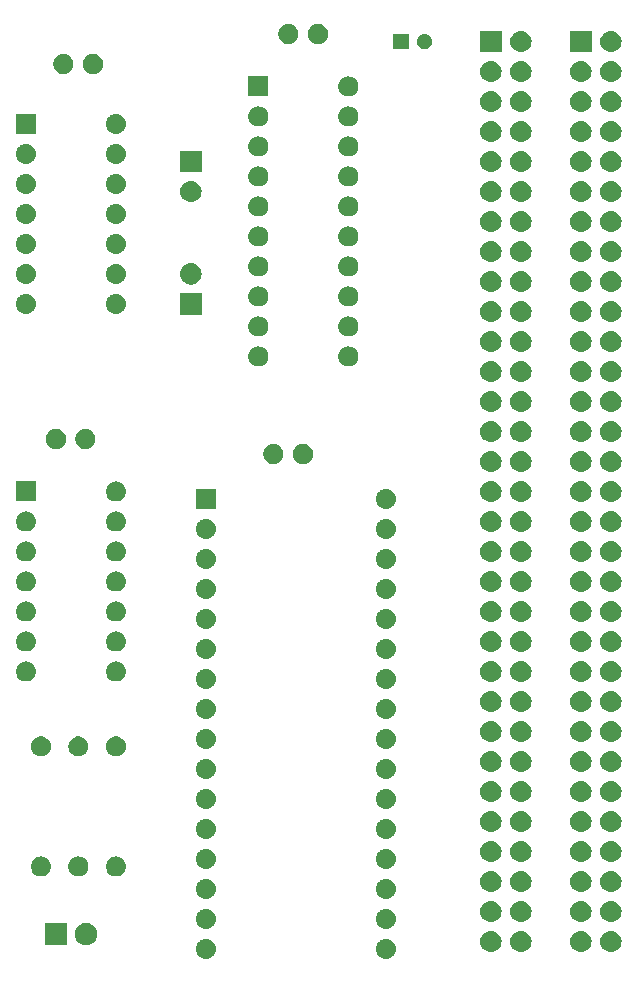
<source format=gbs>
G04 #@! TF.GenerationSoftware,KiCad,Pcbnew,(5.1.4)-1*
G04 #@! TF.CreationDate,2019-11-04T00:36:41-08:00*
G04 #@! TF.ProjectId,Tandy 1000 EX Memory Card,54616e64-7920-4313-9030-30204558204d,rev?*
G04 #@! TF.SameCoordinates,Original*
G04 #@! TF.FileFunction,Soldermask,Bot*
G04 #@! TF.FilePolarity,Negative*
%FSLAX46Y46*%
G04 Gerber Fmt 4.6, Leading zero omitted, Abs format (unit mm)*
G04 Created by KiCad (PCBNEW (5.1.4)-1) date 2019-11-04 00:36:41*
%MOMM*%
%LPD*%
G04 APERTURE LIST*
%ADD10C,0.100000*%
G04 APERTURE END LIST*
D10*
G36*
X150026823Y-132511313D02*
G01*
X150187242Y-132559976D01*
X150319906Y-132630886D01*
X150335078Y-132638996D01*
X150464659Y-132745341D01*
X150571004Y-132874922D01*
X150571005Y-132874924D01*
X150650024Y-133022758D01*
X150698687Y-133183177D01*
X150715117Y-133350000D01*
X150698687Y-133516823D01*
X150650024Y-133677242D01*
X150579114Y-133809906D01*
X150571004Y-133825078D01*
X150464659Y-133954659D01*
X150335078Y-134061004D01*
X150335076Y-134061005D01*
X150187242Y-134140024D01*
X150026823Y-134188687D01*
X149901804Y-134201000D01*
X149818196Y-134201000D01*
X149693177Y-134188687D01*
X149532758Y-134140024D01*
X149384924Y-134061005D01*
X149384922Y-134061004D01*
X149255341Y-133954659D01*
X149148996Y-133825078D01*
X149140886Y-133809906D01*
X149069976Y-133677242D01*
X149021313Y-133516823D01*
X149004883Y-133350000D01*
X149021313Y-133183177D01*
X149069976Y-133022758D01*
X149148995Y-132874924D01*
X149148996Y-132874922D01*
X149255341Y-132745341D01*
X149384922Y-132638996D01*
X149400094Y-132630886D01*
X149532758Y-132559976D01*
X149693177Y-132511313D01*
X149818196Y-132499000D01*
X149901804Y-132499000D01*
X150026823Y-132511313D01*
X150026823Y-132511313D01*
G37*
G36*
X134786823Y-132511313D02*
G01*
X134947242Y-132559976D01*
X135079906Y-132630886D01*
X135095078Y-132638996D01*
X135224659Y-132745341D01*
X135331004Y-132874922D01*
X135331005Y-132874924D01*
X135410024Y-133022758D01*
X135458687Y-133183177D01*
X135475117Y-133350000D01*
X135458687Y-133516823D01*
X135410024Y-133677242D01*
X135339114Y-133809906D01*
X135331004Y-133825078D01*
X135224659Y-133954659D01*
X135095078Y-134061004D01*
X135095076Y-134061005D01*
X134947242Y-134140024D01*
X134786823Y-134188687D01*
X134661804Y-134201000D01*
X134578196Y-134201000D01*
X134453177Y-134188687D01*
X134292758Y-134140024D01*
X134144924Y-134061005D01*
X134144922Y-134061004D01*
X134015341Y-133954659D01*
X133908996Y-133825078D01*
X133900886Y-133809906D01*
X133829976Y-133677242D01*
X133781313Y-133516823D01*
X133764883Y-133350000D01*
X133781313Y-133183177D01*
X133829976Y-133022758D01*
X133908995Y-132874924D01*
X133908996Y-132874922D01*
X134015341Y-132745341D01*
X134144922Y-132638996D01*
X134160094Y-132630886D01*
X134292758Y-132559976D01*
X134453177Y-132511313D01*
X134578196Y-132499000D01*
X134661804Y-132499000D01*
X134786823Y-132511313D01*
X134786823Y-132511313D01*
G37*
G36*
X166480443Y-131820519D02*
G01*
X166546627Y-131827037D01*
X166716466Y-131878557D01*
X166872991Y-131962222D01*
X166908729Y-131991552D01*
X167010186Y-132074814D01*
X167091310Y-132173665D01*
X167122778Y-132212009D01*
X167206443Y-132368534D01*
X167257963Y-132538373D01*
X167275359Y-132715000D01*
X167257963Y-132891627D01*
X167206443Y-133061466D01*
X167122778Y-133217991D01*
X167093448Y-133253729D01*
X167010186Y-133355186D01*
X166908729Y-133438448D01*
X166872991Y-133467778D01*
X166716466Y-133551443D01*
X166546627Y-133602963D01*
X166480443Y-133609481D01*
X166414260Y-133616000D01*
X166325740Y-133616000D01*
X166259557Y-133609481D01*
X166193373Y-133602963D01*
X166023534Y-133551443D01*
X165867009Y-133467778D01*
X165831271Y-133438448D01*
X165729814Y-133355186D01*
X165646552Y-133253729D01*
X165617222Y-133217991D01*
X165533557Y-133061466D01*
X165482037Y-132891627D01*
X165464641Y-132715000D01*
X165482037Y-132538373D01*
X165533557Y-132368534D01*
X165617222Y-132212009D01*
X165648690Y-132173665D01*
X165729814Y-132074814D01*
X165831271Y-131991552D01*
X165867009Y-131962222D01*
X166023534Y-131878557D01*
X166193373Y-131827037D01*
X166259557Y-131820519D01*
X166325740Y-131814000D01*
X166414260Y-131814000D01*
X166480443Y-131820519D01*
X166480443Y-131820519D01*
G37*
G36*
X169020443Y-131820519D02*
G01*
X169086627Y-131827037D01*
X169256466Y-131878557D01*
X169412991Y-131962222D01*
X169448729Y-131991552D01*
X169550186Y-132074814D01*
X169631310Y-132173665D01*
X169662778Y-132212009D01*
X169746443Y-132368534D01*
X169797963Y-132538373D01*
X169815359Y-132715000D01*
X169797963Y-132891627D01*
X169746443Y-133061466D01*
X169662778Y-133217991D01*
X169633448Y-133253729D01*
X169550186Y-133355186D01*
X169448729Y-133438448D01*
X169412991Y-133467778D01*
X169256466Y-133551443D01*
X169086627Y-133602963D01*
X169020443Y-133609481D01*
X168954260Y-133616000D01*
X168865740Y-133616000D01*
X168799557Y-133609481D01*
X168733373Y-133602963D01*
X168563534Y-133551443D01*
X168407009Y-133467778D01*
X168371271Y-133438448D01*
X168269814Y-133355186D01*
X168186552Y-133253729D01*
X168157222Y-133217991D01*
X168073557Y-133061466D01*
X168022037Y-132891627D01*
X168004641Y-132715000D01*
X168022037Y-132538373D01*
X168073557Y-132368534D01*
X168157222Y-132212009D01*
X168188690Y-132173665D01*
X168269814Y-132074814D01*
X168371271Y-131991552D01*
X168407009Y-131962222D01*
X168563534Y-131878557D01*
X168733373Y-131827037D01*
X168799557Y-131820519D01*
X168865740Y-131814000D01*
X168954260Y-131814000D01*
X169020443Y-131820519D01*
X169020443Y-131820519D01*
G37*
G36*
X161400443Y-131820519D02*
G01*
X161466627Y-131827037D01*
X161636466Y-131878557D01*
X161792991Y-131962222D01*
X161828729Y-131991552D01*
X161930186Y-132074814D01*
X162011310Y-132173665D01*
X162042778Y-132212009D01*
X162126443Y-132368534D01*
X162177963Y-132538373D01*
X162195359Y-132715000D01*
X162177963Y-132891627D01*
X162126443Y-133061466D01*
X162042778Y-133217991D01*
X162013448Y-133253729D01*
X161930186Y-133355186D01*
X161828729Y-133438448D01*
X161792991Y-133467778D01*
X161636466Y-133551443D01*
X161466627Y-133602963D01*
X161400443Y-133609481D01*
X161334260Y-133616000D01*
X161245740Y-133616000D01*
X161179557Y-133609481D01*
X161113373Y-133602963D01*
X160943534Y-133551443D01*
X160787009Y-133467778D01*
X160751271Y-133438448D01*
X160649814Y-133355186D01*
X160566552Y-133253729D01*
X160537222Y-133217991D01*
X160453557Y-133061466D01*
X160402037Y-132891627D01*
X160384641Y-132715000D01*
X160402037Y-132538373D01*
X160453557Y-132368534D01*
X160537222Y-132212009D01*
X160568690Y-132173665D01*
X160649814Y-132074814D01*
X160751271Y-131991552D01*
X160787009Y-131962222D01*
X160943534Y-131878557D01*
X161113373Y-131827037D01*
X161179557Y-131820519D01*
X161245740Y-131814000D01*
X161334260Y-131814000D01*
X161400443Y-131820519D01*
X161400443Y-131820519D01*
G37*
G36*
X158860443Y-131820519D02*
G01*
X158926627Y-131827037D01*
X159096466Y-131878557D01*
X159252991Y-131962222D01*
X159288729Y-131991552D01*
X159390186Y-132074814D01*
X159471310Y-132173665D01*
X159502778Y-132212009D01*
X159586443Y-132368534D01*
X159637963Y-132538373D01*
X159655359Y-132715000D01*
X159637963Y-132891627D01*
X159586443Y-133061466D01*
X159502778Y-133217991D01*
X159473448Y-133253729D01*
X159390186Y-133355186D01*
X159288729Y-133438448D01*
X159252991Y-133467778D01*
X159096466Y-133551443D01*
X158926627Y-133602963D01*
X158860443Y-133609481D01*
X158794260Y-133616000D01*
X158705740Y-133616000D01*
X158639557Y-133609481D01*
X158573373Y-133602963D01*
X158403534Y-133551443D01*
X158247009Y-133467778D01*
X158211271Y-133438448D01*
X158109814Y-133355186D01*
X158026552Y-133253729D01*
X157997222Y-133217991D01*
X157913557Y-133061466D01*
X157862037Y-132891627D01*
X157844641Y-132715000D01*
X157862037Y-132538373D01*
X157913557Y-132368534D01*
X157997222Y-132212009D01*
X158028690Y-132173665D01*
X158109814Y-132074814D01*
X158211271Y-131991552D01*
X158247009Y-131962222D01*
X158403534Y-131878557D01*
X158573373Y-131827037D01*
X158639557Y-131820519D01*
X158705740Y-131814000D01*
X158794260Y-131814000D01*
X158860443Y-131820519D01*
X158860443Y-131820519D01*
G37*
G36*
X124737395Y-131165546D02*
G01*
X124910466Y-131237234D01*
X124982069Y-131285078D01*
X125066227Y-131341310D01*
X125198690Y-131473773D01*
X125230249Y-131521005D01*
X125302766Y-131629534D01*
X125374454Y-131802605D01*
X125411000Y-131986333D01*
X125411000Y-132173667D01*
X125374454Y-132357395D01*
X125302766Y-132530466D01*
X125283048Y-132559976D01*
X125198690Y-132686227D01*
X125066227Y-132818690D01*
X124987818Y-132871081D01*
X124910466Y-132922766D01*
X124737395Y-132994454D01*
X124553667Y-133031000D01*
X124366333Y-133031000D01*
X124182605Y-132994454D01*
X124009534Y-132922766D01*
X123932182Y-132871081D01*
X123853773Y-132818690D01*
X123721310Y-132686227D01*
X123636952Y-132559976D01*
X123617234Y-132530466D01*
X123545546Y-132357395D01*
X123509000Y-132173667D01*
X123509000Y-131986333D01*
X123545546Y-131802605D01*
X123617234Y-131629534D01*
X123689751Y-131521005D01*
X123721310Y-131473773D01*
X123853773Y-131341310D01*
X123937931Y-131285078D01*
X124009534Y-131237234D01*
X124182605Y-131165546D01*
X124366333Y-131129000D01*
X124553667Y-131129000D01*
X124737395Y-131165546D01*
X124737395Y-131165546D01*
G37*
G36*
X122871000Y-133031000D02*
G01*
X120969000Y-133031000D01*
X120969000Y-131129000D01*
X122871000Y-131129000D01*
X122871000Y-133031000D01*
X122871000Y-133031000D01*
G37*
G36*
X134786823Y-129971313D02*
G01*
X134947242Y-130019976D01*
X135079906Y-130090886D01*
X135095078Y-130098996D01*
X135224659Y-130205341D01*
X135331004Y-130334922D01*
X135331005Y-130334924D01*
X135410024Y-130482758D01*
X135458687Y-130643177D01*
X135475117Y-130810000D01*
X135458687Y-130976823D01*
X135410024Y-131137242D01*
X135339114Y-131269906D01*
X135331004Y-131285078D01*
X135224659Y-131414659D01*
X135095078Y-131521004D01*
X135095076Y-131521005D01*
X134947242Y-131600024D01*
X134786823Y-131648687D01*
X134661804Y-131661000D01*
X134578196Y-131661000D01*
X134453177Y-131648687D01*
X134292758Y-131600024D01*
X134144924Y-131521005D01*
X134144922Y-131521004D01*
X134015341Y-131414659D01*
X133908996Y-131285078D01*
X133900886Y-131269906D01*
X133829976Y-131137242D01*
X133781313Y-130976823D01*
X133764883Y-130810000D01*
X133781313Y-130643177D01*
X133829976Y-130482758D01*
X133908995Y-130334924D01*
X133908996Y-130334922D01*
X134015341Y-130205341D01*
X134144922Y-130098996D01*
X134160094Y-130090886D01*
X134292758Y-130019976D01*
X134453177Y-129971313D01*
X134578196Y-129959000D01*
X134661804Y-129959000D01*
X134786823Y-129971313D01*
X134786823Y-129971313D01*
G37*
G36*
X150026823Y-129971313D02*
G01*
X150187242Y-130019976D01*
X150319906Y-130090886D01*
X150335078Y-130098996D01*
X150464659Y-130205341D01*
X150571004Y-130334922D01*
X150571005Y-130334924D01*
X150650024Y-130482758D01*
X150698687Y-130643177D01*
X150715117Y-130810000D01*
X150698687Y-130976823D01*
X150650024Y-131137242D01*
X150579114Y-131269906D01*
X150571004Y-131285078D01*
X150464659Y-131414659D01*
X150335078Y-131521004D01*
X150335076Y-131521005D01*
X150187242Y-131600024D01*
X150026823Y-131648687D01*
X149901804Y-131661000D01*
X149818196Y-131661000D01*
X149693177Y-131648687D01*
X149532758Y-131600024D01*
X149384924Y-131521005D01*
X149384922Y-131521004D01*
X149255341Y-131414659D01*
X149148996Y-131285078D01*
X149140886Y-131269906D01*
X149069976Y-131137242D01*
X149021313Y-130976823D01*
X149004883Y-130810000D01*
X149021313Y-130643177D01*
X149069976Y-130482758D01*
X149148995Y-130334924D01*
X149148996Y-130334922D01*
X149255341Y-130205341D01*
X149384922Y-130098996D01*
X149400094Y-130090886D01*
X149532758Y-130019976D01*
X149693177Y-129971313D01*
X149818196Y-129959000D01*
X149901804Y-129959000D01*
X150026823Y-129971313D01*
X150026823Y-129971313D01*
G37*
G36*
X161400442Y-129280518D02*
G01*
X161466627Y-129287037D01*
X161636466Y-129338557D01*
X161792991Y-129422222D01*
X161828729Y-129451552D01*
X161930186Y-129534814D01*
X162013448Y-129636271D01*
X162042778Y-129672009D01*
X162126443Y-129828534D01*
X162177963Y-129998373D01*
X162195359Y-130175000D01*
X162177963Y-130351627D01*
X162126443Y-130521466D01*
X162042778Y-130677991D01*
X162013448Y-130713729D01*
X161930186Y-130815186D01*
X161828729Y-130898448D01*
X161792991Y-130927778D01*
X161636466Y-131011443D01*
X161466627Y-131062963D01*
X161400442Y-131069482D01*
X161334260Y-131076000D01*
X161245740Y-131076000D01*
X161179558Y-131069482D01*
X161113373Y-131062963D01*
X160943534Y-131011443D01*
X160787009Y-130927778D01*
X160751271Y-130898448D01*
X160649814Y-130815186D01*
X160566552Y-130713729D01*
X160537222Y-130677991D01*
X160453557Y-130521466D01*
X160402037Y-130351627D01*
X160384641Y-130175000D01*
X160402037Y-129998373D01*
X160453557Y-129828534D01*
X160537222Y-129672009D01*
X160566552Y-129636271D01*
X160649814Y-129534814D01*
X160751271Y-129451552D01*
X160787009Y-129422222D01*
X160943534Y-129338557D01*
X161113373Y-129287037D01*
X161179558Y-129280518D01*
X161245740Y-129274000D01*
X161334260Y-129274000D01*
X161400442Y-129280518D01*
X161400442Y-129280518D01*
G37*
G36*
X158860442Y-129280518D02*
G01*
X158926627Y-129287037D01*
X159096466Y-129338557D01*
X159252991Y-129422222D01*
X159288729Y-129451552D01*
X159390186Y-129534814D01*
X159473448Y-129636271D01*
X159502778Y-129672009D01*
X159586443Y-129828534D01*
X159637963Y-129998373D01*
X159655359Y-130175000D01*
X159637963Y-130351627D01*
X159586443Y-130521466D01*
X159502778Y-130677991D01*
X159473448Y-130713729D01*
X159390186Y-130815186D01*
X159288729Y-130898448D01*
X159252991Y-130927778D01*
X159096466Y-131011443D01*
X158926627Y-131062963D01*
X158860442Y-131069482D01*
X158794260Y-131076000D01*
X158705740Y-131076000D01*
X158639558Y-131069482D01*
X158573373Y-131062963D01*
X158403534Y-131011443D01*
X158247009Y-130927778D01*
X158211271Y-130898448D01*
X158109814Y-130815186D01*
X158026552Y-130713729D01*
X157997222Y-130677991D01*
X157913557Y-130521466D01*
X157862037Y-130351627D01*
X157844641Y-130175000D01*
X157862037Y-129998373D01*
X157913557Y-129828534D01*
X157997222Y-129672009D01*
X158026552Y-129636271D01*
X158109814Y-129534814D01*
X158211271Y-129451552D01*
X158247009Y-129422222D01*
X158403534Y-129338557D01*
X158573373Y-129287037D01*
X158639558Y-129280518D01*
X158705740Y-129274000D01*
X158794260Y-129274000D01*
X158860442Y-129280518D01*
X158860442Y-129280518D01*
G37*
G36*
X166480442Y-129280518D02*
G01*
X166546627Y-129287037D01*
X166716466Y-129338557D01*
X166872991Y-129422222D01*
X166908729Y-129451552D01*
X167010186Y-129534814D01*
X167093448Y-129636271D01*
X167122778Y-129672009D01*
X167206443Y-129828534D01*
X167257963Y-129998373D01*
X167275359Y-130175000D01*
X167257963Y-130351627D01*
X167206443Y-130521466D01*
X167122778Y-130677991D01*
X167093448Y-130713729D01*
X167010186Y-130815186D01*
X166908729Y-130898448D01*
X166872991Y-130927778D01*
X166716466Y-131011443D01*
X166546627Y-131062963D01*
X166480442Y-131069482D01*
X166414260Y-131076000D01*
X166325740Y-131076000D01*
X166259558Y-131069482D01*
X166193373Y-131062963D01*
X166023534Y-131011443D01*
X165867009Y-130927778D01*
X165831271Y-130898448D01*
X165729814Y-130815186D01*
X165646552Y-130713729D01*
X165617222Y-130677991D01*
X165533557Y-130521466D01*
X165482037Y-130351627D01*
X165464641Y-130175000D01*
X165482037Y-129998373D01*
X165533557Y-129828534D01*
X165617222Y-129672009D01*
X165646552Y-129636271D01*
X165729814Y-129534814D01*
X165831271Y-129451552D01*
X165867009Y-129422222D01*
X166023534Y-129338557D01*
X166193373Y-129287037D01*
X166259558Y-129280518D01*
X166325740Y-129274000D01*
X166414260Y-129274000D01*
X166480442Y-129280518D01*
X166480442Y-129280518D01*
G37*
G36*
X169020442Y-129280518D02*
G01*
X169086627Y-129287037D01*
X169256466Y-129338557D01*
X169412991Y-129422222D01*
X169448729Y-129451552D01*
X169550186Y-129534814D01*
X169633448Y-129636271D01*
X169662778Y-129672009D01*
X169746443Y-129828534D01*
X169797963Y-129998373D01*
X169815359Y-130175000D01*
X169797963Y-130351627D01*
X169746443Y-130521466D01*
X169662778Y-130677991D01*
X169633448Y-130713729D01*
X169550186Y-130815186D01*
X169448729Y-130898448D01*
X169412991Y-130927778D01*
X169256466Y-131011443D01*
X169086627Y-131062963D01*
X169020442Y-131069482D01*
X168954260Y-131076000D01*
X168865740Y-131076000D01*
X168799558Y-131069482D01*
X168733373Y-131062963D01*
X168563534Y-131011443D01*
X168407009Y-130927778D01*
X168371271Y-130898448D01*
X168269814Y-130815186D01*
X168186552Y-130713729D01*
X168157222Y-130677991D01*
X168073557Y-130521466D01*
X168022037Y-130351627D01*
X168004641Y-130175000D01*
X168022037Y-129998373D01*
X168073557Y-129828534D01*
X168157222Y-129672009D01*
X168186552Y-129636271D01*
X168269814Y-129534814D01*
X168371271Y-129451552D01*
X168407009Y-129422222D01*
X168563534Y-129338557D01*
X168733373Y-129287037D01*
X168799558Y-129280518D01*
X168865740Y-129274000D01*
X168954260Y-129274000D01*
X169020442Y-129280518D01*
X169020442Y-129280518D01*
G37*
G36*
X150026823Y-127431313D02*
G01*
X150187242Y-127479976D01*
X150319906Y-127550886D01*
X150335078Y-127558996D01*
X150464659Y-127665341D01*
X150571004Y-127794922D01*
X150571005Y-127794924D01*
X150650024Y-127942758D01*
X150698687Y-128103177D01*
X150715117Y-128270000D01*
X150698687Y-128436823D01*
X150650024Y-128597242D01*
X150579114Y-128729906D01*
X150571004Y-128745078D01*
X150464659Y-128874659D01*
X150335078Y-128981004D01*
X150335076Y-128981005D01*
X150187242Y-129060024D01*
X150026823Y-129108687D01*
X149901804Y-129121000D01*
X149818196Y-129121000D01*
X149693177Y-129108687D01*
X149532758Y-129060024D01*
X149384924Y-128981005D01*
X149384922Y-128981004D01*
X149255341Y-128874659D01*
X149148996Y-128745078D01*
X149140886Y-128729906D01*
X149069976Y-128597242D01*
X149021313Y-128436823D01*
X149004883Y-128270000D01*
X149021313Y-128103177D01*
X149069976Y-127942758D01*
X149148995Y-127794924D01*
X149148996Y-127794922D01*
X149255341Y-127665341D01*
X149384922Y-127558996D01*
X149400094Y-127550886D01*
X149532758Y-127479976D01*
X149693177Y-127431313D01*
X149818196Y-127419000D01*
X149901804Y-127419000D01*
X150026823Y-127431313D01*
X150026823Y-127431313D01*
G37*
G36*
X134786823Y-127431313D02*
G01*
X134947242Y-127479976D01*
X135079906Y-127550886D01*
X135095078Y-127558996D01*
X135224659Y-127665341D01*
X135331004Y-127794922D01*
X135331005Y-127794924D01*
X135410024Y-127942758D01*
X135458687Y-128103177D01*
X135475117Y-128270000D01*
X135458687Y-128436823D01*
X135410024Y-128597242D01*
X135339114Y-128729906D01*
X135331004Y-128745078D01*
X135224659Y-128874659D01*
X135095078Y-128981004D01*
X135095076Y-128981005D01*
X134947242Y-129060024D01*
X134786823Y-129108687D01*
X134661804Y-129121000D01*
X134578196Y-129121000D01*
X134453177Y-129108687D01*
X134292758Y-129060024D01*
X134144924Y-128981005D01*
X134144922Y-128981004D01*
X134015341Y-128874659D01*
X133908996Y-128745078D01*
X133900886Y-128729906D01*
X133829976Y-128597242D01*
X133781313Y-128436823D01*
X133764883Y-128270000D01*
X133781313Y-128103177D01*
X133829976Y-127942758D01*
X133908995Y-127794924D01*
X133908996Y-127794922D01*
X134015341Y-127665341D01*
X134144922Y-127558996D01*
X134160094Y-127550886D01*
X134292758Y-127479976D01*
X134453177Y-127431313D01*
X134578196Y-127419000D01*
X134661804Y-127419000D01*
X134786823Y-127431313D01*
X134786823Y-127431313D01*
G37*
G36*
X158860442Y-126740518D02*
G01*
X158926627Y-126747037D01*
X159096466Y-126798557D01*
X159252991Y-126882222D01*
X159288729Y-126911552D01*
X159390186Y-126994814D01*
X159473448Y-127096271D01*
X159502778Y-127132009D01*
X159586443Y-127288534D01*
X159637963Y-127458373D01*
X159655359Y-127635000D01*
X159637963Y-127811627D01*
X159586443Y-127981466D01*
X159502778Y-128137991D01*
X159473448Y-128173729D01*
X159390186Y-128275186D01*
X159288729Y-128358448D01*
X159252991Y-128387778D01*
X159096466Y-128471443D01*
X158926627Y-128522963D01*
X158860443Y-128529481D01*
X158794260Y-128536000D01*
X158705740Y-128536000D01*
X158639557Y-128529481D01*
X158573373Y-128522963D01*
X158403534Y-128471443D01*
X158247009Y-128387778D01*
X158211271Y-128358448D01*
X158109814Y-128275186D01*
X158026552Y-128173729D01*
X157997222Y-128137991D01*
X157913557Y-127981466D01*
X157862037Y-127811627D01*
X157844641Y-127635000D01*
X157862037Y-127458373D01*
X157913557Y-127288534D01*
X157997222Y-127132009D01*
X158026552Y-127096271D01*
X158109814Y-126994814D01*
X158211271Y-126911552D01*
X158247009Y-126882222D01*
X158403534Y-126798557D01*
X158573373Y-126747037D01*
X158639558Y-126740518D01*
X158705740Y-126734000D01*
X158794260Y-126734000D01*
X158860442Y-126740518D01*
X158860442Y-126740518D01*
G37*
G36*
X169020442Y-126740518D02*
G01*
X169086627Y-126747037D01*
X169256466Y-126798557D01*
X169412991Y-126882222D01*
X169448729Y-126911552D01*
X169550186Y-126994814D01*
X169633448Y-127096271D01*
X169662778Y-127132009D01*
X169746443Y-127288534D01*
X169797963Y-127458373D01*
X169815359Y-127635000D01*
X169797963Y-127811627D01*
X169746443Y-127981466D01*
X169662778Y-128137991D01*
X169633448Y-128173729D01*
X169550186Y-128275186D01*
X169448729Y-128358448D01*
X169412991Y-128387778D01*
X169256466Y-128471443D01*
X169086627Y-128522963D01*
X169020443Y-128529481D01*
X168954260Y-128536000D01*
X168865740Y-128536000D01*
X168799557Y-128529481D01*
X168733373Y-128522963D01*
X168563534Y-128471443D01*
X168407009Y-128387778D01*
X168371271Y-128358448D01*
X168269814Y-128275186D01*
X168186552Y-128173729D01*
X168157222Y-128137991D01*
X168073557Y-127981466D01*
X168022037Y-127811627D01*
X168004641Y-127635000D01*
X168022037Y-127458373D01*
X168073557Y-127288534D01*
X168157222Y-127132009D01*
X168186552Y-127096271D01*
X168269814Y-126994814D01*
X168371271Y-126911552D01*
X168407009Y-126882222D01*
X168563534Y-126798557D01*
X168733373Y-126747037D01*
X168799558Y-126740518D01*
X168865740Y-126734000D01*
X168954260Y-126734000D01*
X169020442Y-126740518D01*
X169020442Y-126740518D01*
G37*
G36*
X166480442Y-126740518D02*
G01*
X166546627Y-126747037D01*
X166716466Y-126798557D01*
X166872991Y-126882222D01*
X166908729Y-126911552D01*
X167010186Y-126994814D01*
X167093448Y-127096271D01*
X167122778Y-127132009D01*
X167206443Y-127288534D01*
X167257963Y-127458373D01*
X167275359Y-127635000D01*
X167257963Y-127811627D01*
X167206443Y-127981466D01*
X167122778Y-128137991D01*
X167093448Y-128173729D01*
X167010186Y-128275186D01*
X166908729Y-128358448D01*
X166872991Y-128387778D01*
X166716466Y-128471443D01*
X166546627Y-128522963D01*
X166480443Y-128529481D01*
X166414260Y-128536000D01*
X166325740Y-128536000D01*
X166259557Y-128529481D01*
X166193373Y-128522963D01*
X166023534Y-128471443D01*
X165867009Y-128387778D01*
X165831271Y-128358448D01*
X165729814Y-128275186D01*
X165646552Y-128173729D01*
X165617222Y-128137991D01*
X165533557Y-127981466D01*
X165482037Y-127811627D01*
X165464641Y-127635000D01*
X165482037Y-127458373D01*
X165533557Y-127288534D01*
X165617222Y-127132009D01*
X165646552Y-127096271D01*
X165729814Y-126994814D01*
X165831271Y-126911552D01*
X165867009Y-126882222D01*
X166023534Y-126798557D01*
X166193373Y-126747037D01*
X166259558Y-126740518D01*
X166325740Y-126734000D01*
X166414260Y-126734000D01*
X166480442Y-126740518D01*
X166480442Y-126740518D01*
G37*
G36*
X161400442Y-126740518D02*
G01*
X161466627Y-126747037D01*
X161636466Y-126798557D01*
X161792991Y-126882222D01*
X161828729Y-126911552D01*
X161930186Y-126994814D01*
X162013448Y-127096271D01*
X162042778Y-127132009D01*
X162126443Y-127288534D01*
X162177963Y-127458373D01*
X162195359Y-127635000D01*
X162177963Y-127811627D01*
X162126443Y-127981466D01*
X162042778Y-128137991D01*
X162013448Y-128173729D01*
X161930186Y-128275186D01*
X161828729Y-128358448D01*
X161792991Y-128387778D01*
X161636466Y-128471443D01*
X161466627Y-128522963D01*
X161400443Y-128529481D01*
X161334260Y-128536000D01*
X161245740Y-128536000D01*
X161179557Y-128529481D01*
X161113373Y-128522963D01*
X160943534Y-128471443D01*
X160787009Y-128387778D01*
X160751271Y-128358448D01*
X160649814Y-128275186D01*
X160566552Y-128173729D01*
X160537222Y-128137991D01*
X160453557Y-127981466D01*
X160402037Y-127811627D01*
X160384641Y-127635000D01*
X160402037Y-127458373D01*
X160453557Y-127288534D01*
X160537222Y-127132009D01*
X160566552Y-127096271D01*
X160649814Y-126994814D01*
X160751271Y-126911552D01*
X160787009Y-126882222D01*
X160943534Y-126798557D01*
X161113373Y-126747037D01*
X161179558Y-126740518D01*
X161245740Y-126734000D01*
X161334260Y-126734000D01*
X161400442Y-126740518D01*
X161400442Y-126740518D01*
G37*
G36*
X120816823Y-125526313D02*
G01*
X120977242Y-125574976D01*
X121109906Y-125645886D01*
X121125078Y-125653996D01*
X121254659Y-125760341D01*
X121361004Y-125889922D01*
X121361005Y-125889924D01*
X121440024Y-126037758D01*
X121488687Y-126198177D01*
X121505117Y-126365000D01*
X121488687Y-126531823D01*
X121440024Y-126692242D01*
X121410735Y-126747037D01*
X121361004Y-126840078D01*
X121254659Y-126969659D01*
X121125078Y-127076004D01*
X121125076Y-127076005D01*
X120977242Y-127155024D01*
X120816823Y-127203687D01*
X120691804Y-127216000D01*
X120608196Y-127216000D01*
X120483177Y-127203687D01*
X120322758Y-127155024D01*
X120174924Y-127076005D01*
X120174922Y-127076004D01*
X120045341Y-126969659D01*
X119938996Y-126840078D01*
X119889265Y-126747037D01*
X119859976Y-126692242D01*
X119811313Y-126531823D01*
X119794883Y-126365000D01*
X119811313Y-126198177D01*
X119859976Y-126037758D01*
X119938995Y-125889924D01*
X119938996Y-125889922D01*
X120045341Y-125760341D01*
X120174922Y-125653996D01*
X120190094Y-125645886D01*
X120322758Y-125574976D01*
X120483177Y-125526313D01*
X120608196Y-125514000D01*
X120691804Y-125514000D01*
X120816823Y-125526313D01*
X120816823Y-125526313D01*
G37*
G36*
X123991823Y-125526313D02*
G01*
X124152242Y-125574976D01*
X124284906Y-125645886D01*
X124300078Y-125653996D01*
X124429659Y-125760341D01*
X124536004Y-125889922D01*
X124536005Y-125889924D01*
X124615024Y-126037758D01*
X124663687Y-126198177D01*
X124680117Y-126365000D01*
X124663687Y-126531823D01*
X124615024Y-126692242D01*
X124585735Y-126747037D01*
X124536004Y-126840078D01*
X124429659Y-126969659D01*
X124300078Y-127076004D01*
X124300076Y-127076005D01*
X124152242Y-127155024D01*
X123991823Y-127203687D01*
X123866804Y-127216000D01*
X123783196Y-127216000D01*
X123658177Y-127203687D01*
X123497758Y-127155024D01*
X123349924Y-127076005D01*
X123349922Y-127076004D01*
X123220341Y-126969659D01*
X123113996Y-126840078D01*
X123064265Y-126747037D01*
X123034976Y-126692242D01*
X122986313Y-126531823D01*
X122969883Y-126365000D01*
X122986313Y-126198177D01*
X123034976Y-126037758D01*
X123113995Y-125889924D01*
X123113996Y-125889922D01*
X123220341Y-125760341D01*
X123349922Y-125653996D01*
X123365094Y-125645886D01*
X123497758Y-125574976D01*
X123658177Y-125526313D01*
X123783196Y-125514000D01*
X123866804Y-125514000D01*
X123991823Y-125526313D01*
X123991823Y-125526313D01*
G37*
G36*
X127166823Y-125526313D02*
G01*
X127327242Y-125574976D01*
X127459906Y-125645886D01*
X127475078Y-125653996D01*
X127604659Y-125760341D01*
X127711004Y-125889922D01*
X127711005Y-125889924D01*
X127790024Y-126037758D01*
X127838687Y-126198177D01*
X127855117Y-126365000D01*
X127838687Y-126531823D01*
X127790024Y-126692242D01*
X127760735Y-126747037D01*
X127711004Y-126840078D01*
X127604659Y-126969659D01*
X127475078Y-127076004D01*
X127475076Y-127076005D01*
X127327242Y-127155024D01*
X127166823Y-127203687D01*
X127041804Y-127216000D01*
X126958196Y-127216000D01*
X126833177Y-127203687D01*
X126672758Y-127155024D01*
X126524924Y-127076005D01*
X126524922Y-127076004D01*
X126395341Y-126969659D01*
X126288996Y-126840078D01*
X126239265Y-126747037D01*
X126209976Y-126692242D01*
X126161313Y-126531823D01*
X126144883Y-126365000D01*
X126161313Y-126198177D01*
X126209976Y-126037758D01*
X126288995Y-125889924D01*
X126288996Y-125889922D01*
X126395341Y-125760341D01*
X126524922Y-125653996D01*
X126540094Y-125645886D01*
X126672758Y-125574976D01*
X126833177Y-125526313D01*
X126958196Y-125514000D01*
X127041804Y-125514000D01*
X127166823Y-125526313D01*
X127166823Y-125526313D01*
G37*
G36*
X134786823Y-124891313D02*
G01*
X134947242Y-124939976D01*
X135079906Y-125010886D01*
X135095078Y-125018996D01*
X135224659Y-125125341D01*
X135331004Y-125254922D01*
X135331005Y-125254924D01*
X135410024Y-125402758D01*
X135458687Y-125563177D01*
X135475117Y-125730000D01*
X135458687Y-125896823D01*
X135410024Y-126057242D01*
X135339114Y-126189906D01*
X135331004Y-126205078D01*
X135224659Y-126334659D01*
X135095078Y-126441004D01*
X135095076Y-126441005D01*
X134947242Y-126520024D01*
X134786823Y-126568687D01*
X134661804Y-126581000D01*
X134578196Y-126581000D01*
X134453177Y-126568687D01*
X134292758Y-126520024D01*
X134144924Y-126441005D01*
X134144922Y-126441004D01*
X134015341Y-126334659D01*
X133908996Y-126205078D01*
X133900886Y-126189906D01*
X133829976Y-126057242D01*
X133781313Y-125896823D01*
X133764883Y-125730000D01*
X133781313Y-125563177D01*
X133829976Y-125402758D01*
X133908995Y-125254924D01*
X133908996Y-125254922D01*
X134015341Y-125125341D01*
X134144922Y-125018996D01*
X134160094Y-125010886D01*
X134292758Y-124939976D01*
X134453177Y-124891313D01*
X134578196Y-124879000D01*
X134661804Y-124879000D01*
X134786823Y-124891313D01*
X134786823Y-124891313D01*
G37*
G36*
X150026823Y-124891313D02*
G01*
X150187242Y-124939976D01*
X150319906Y-125010886D01*
X150335078Y-125018996D01*
X150464659Y-125125341D01*
X150571004Y-125254922D01*
X150571005Y-125254924D01*
X150650024Y-125402758D01*
X150698687Y-125563177D01*
X150715117Y-125730000D01*
X150698687Y-125896823D01*
X150650024Y-126057242D01*
X150579114Y-126189906D01*
X150571004Y-126205078D01*
X150464659Y-126334659D01*
X150335078Y-126441004D01*
X150335076Y-126441005D01*
X150187242Y-126520024D01*
X150026823Y-126568687D01*
X149901804Y-126581000D01*
X149818196Y-126581000D01*
X149693177Y-126568687D01*
X149532758Y-126520024D01*
X149384924Y-126441005D01*
X149384922Y-126441004D01*
X149255341Y-126334659D01*
X149148996Y-126205078D01*
X149140886Y-126189906D01*
X149069976Y-126057242D01*
X149021313Y-125896823D01*
X149004883Y-125730000D01*
X149021313Y-125563177D01*
X149069976Y-125402758D01*
X149148995Y-125254924D01*
X149148996Y-125254922D01*
X149255341Y-125125341D01*
X149384922Y-125018996D01*
X149400094Y-125010886D01*
X149532758Y-124939976D01*
X149693177Y-124891313D01*
X149818196Y-124879000D01*
X149901804Y-124879000D01*
X150026823Y-124891313D01*
X150026823Y-124891313D01*
G37*
G36*
X161400442Y-124200518D02*
G01*
X161466627Y-124207037D01*
X161636466Y-124258557D01*
X161792991Y-124342222D01*
X161828729Y-124371552D01*
X161930186Y-124454814D01*
X162013448Y-124556271D01*
X162042778Y-124592009D01*
X162126443Y-124748534D01*
X162177963Y-124918373D01*
X162195359Y-125095000D01*
X162177963Y-125271627D01*
X162126443Y-125441466D01*
X162042778Y-125597991D01*
X162013448Y-125633729D01*
X161930186Y-125735186D01*
X161828729Y-125818448D01*
X161792991Y-125847778D01*
X161636466Y-125931443D01*
X161466627Y-125982963D01*
X161400442Y-125989482D01*
X161334260Y-125996000D01*
X161245740Y-125996000D01*
X161179558Y-125989482D01*
X161113373Y-125982963D01*
X160943534Y-125931443D01*
X160787009Y-125847778D01*
X160751271Y-125818448D01*
X160649814Y-125735186D01*
X160566552Y-125633729D01*
X160537222Y-125597991D01*
X160453557Y-125441466D01*
X160402037Y-125271627D01*
X160384641Y-125095000D01*
X160402037Y-124918373D01*
X160453557Y-124748534D01*
X160537222Y-124592009D01*
X160566552Y-124556271D01*
X160649814Y-124454814D01*
X160751271Y-124371552D01*
X160787009Y-124342222D01*
X160943534Y-124258557D01*
X161113373Y-124207037D01*
X161179558Y-124200518D01*
X161245740Y-124194000D01*
X161334260Y-124194000D01*
X161400442Y-124200518D01*
X161400442Y-124200518D01*
G37*
G36*
X169020442Y-124200518D02*
G01*
X169086627Y-124207037D01*
X169256466Y-124258557D01*
X169412991Y-124342222D01*
X169448729Y-124371552D01*
X169550186Y-124454814D01*
X169633448Y-124556271D01*
X169662778Y-124592009D01*
X169746443Y-124748534D01*
X169797963Y-124918373D01*
X169815359Y-125095000D01*
X169797963Y-125271627D01*
X169746443Y-125441466D01*
X169662778Y-125597991D01*
X169633448Y-125633729D01*
X169550186Y-125735186D01*
X169448729Y-125818448D01*
X169412991Y-125847778D01*
X169256466Y-125931443D01*
X169086627Y-125982963D01*
X169020442Y-125989482D01*
X168954260Y-125996000D01*
X168865740Y-125996000D01*
X168799558Y-125989482D01*
X168733373Y-125982963D01*
X168563534Y-125931443D01*
X168407009Y-125847778D01*
X168371271Y-125818448D01*
X168269814Y-125735186D01*
X168186552Y-125633729D01*
X168157222Y-125597991D01*
X168073557Y-125441466D01*
X168022037Y-125271627D01*
X168004641Y-125095000D01*
X168022037Y-124918373D01*
X168073557Y-124748534D01*
X168157222Y-124592009D01*
X168186552Y-124556271D01*
X168269814Y-124454814D01*
X168371271Y-124371552D01*
X168407009Y-124342222D01*
X168563534Y-124258557D01*
X168733373Y-124207037D01*
X168799558Y-124200518D01*
X168865740Y-124194000D01*
X168954260Y-124194000D01*
X169020442Y-124200518D01*
X169020442Y-124200518D01*
G37*
G36*
X166480442Y-124200518D02*
G01*
X166546627Y-124207037D01*
X166716466Y-124258557D01*
X166872991Y-124342222D01*
X166908729Y-124371552D01*
X167010186Y-124454814D01*
X167093448Y-124556271D01*
X167122778Y-124592009D01*
X167206443Y-124748534D01*
X167257963Y-124918373D01*
X167275359Y-125095000D01*
X167257963Y-125271627D01*
X167206443Y-125441466D01*
X167122778Y-125597991D01*
X167093448Y-125633729D01*
X167010186Y-125735186D01*
X166908729Y-125818448D01*
X166872991Y-125847778D01*
X166716466Y-125931443D01*
X166546627Y-125982963D01*
X166480442Y-125989482D01*
X166414260Y-125996000D01*
X166325740Y-125996000D01*
X166259558Y-125989482D01*
X166193373Y-125982963D01*
X166023534Y-125931443D01*
X165867009Y-125847778D01*
X165831271Y-125818448D01*
X165729814Y-125735186D01*
X165646552Y-125633729D01*
X165617222Y-125597991D01*
X165533557Y-125441466D01*
X165482037Y-125271627D01*
X165464641Y-125095000D01*
X165482037Y-124918373D01*
X165533557Y-124748534D01*
X165617222Y-124592009D01*
X165646552Y-124556271D01*
X165729814Y-124454814D01*
X165831271Y-124371552D01*
X165867009Y-124342222D01*
X166023534Y-124258557D01*
X166193373Y-124207037D01*
X166259558Y-124200518D01*
X166325740Y-124194000D01*
X166414260Y-124194000D01*
X166480442Y-124200518D01*
X166480442Y-124200518D01*
G37*
G36*
X158860442Y-124200518D02*
G01*
X158926627Y-124207037D01*
X159096466Y-124258557D01*
X159252991Y-124342222D01*
X159288729Y-124371552D01*
X159390186Y-124454814D01*
X159473448Y-124556271D01*
X159502778Y-124592009D01*
X159586443Y-124748534D01*
X159637963Y-124918373D01*
X159655359Y-125095000D01*
X159637963Y-125271627D01*
X159586443Y-125441466D01*
X159502778Y-125597991D01*
X159473448Y-125633729D01*
X159390186Y-125735186D01*
X159288729Y-125818448D01*
X159252991Y-125847778D01*
X159096466Y-125931443D01*
X158926627Y-125982963D01*
X158860442Y-125989482D01*
X158794260Y-125996000D01*
X158705740Y-125996000D01*
X158639558Y-125989482D01*
X158573373Y-125982963D01*
X158403534Y-125931443D01*
X158247009Y-125847778D01*
X158211271Y-125818448D01*
X158109814Y-125735186D01*
X158026552Y-125633729D01*
X157997222Y-125597991D01*
X157913557Y-125441466D01*
X157862037Y-125271627D01*
X157844641Y-125095000D01*
X157862037Y-124918373D01*
X157913557Y-124748534D01*
X157997222Y-124592009D01*
X158026552Y-124556271D01*
X158109814Y-124454814D01*
X158211271Y-124371552D01*
X158247009Y-124342222D01*
X158403534Y-124258557D01*
X158573373Y-124207037D01*
X158639558Y-124200518D01*
X158705740Y-124194000D01*
X158794260Y-124194000D01*
X158860442Y-124200518D01*
X158860442Y-124200518D01*
G37*
G36*
X134786823Y-122351313D02*
G01*
X134947242Y-122399976D01*
X135079906Y-122470886D01*
X135095078Y-122478996D01*
X135224659Y-122585341D01*
X135331004Y-122714922D01*
X135331005Y-122714924D01*
X135410024Y-122862758D01*
X135458687Y-123023177D01*
X135475117Y-123190000D01*
X135458687Y-123356823D01*
X135410024Y-123517242D01*
X135339114Y-123649906D01*
X135331004Y-123665078D01*
X135224659Y-123794659D01*
X135095078Y-123901004D01*
X135095076Y-123901005D01*
X134947242Y-123980024D01*
X134786823Y-124028687D01*
X134661804Y-124041000D01*
X134578196Y-124041000D01*
X134453177Y-124028687D01*
X134292758Y-123980024D01*
X134144924Y-123901005D01*
X134144922Y-123901004D01*
X134015341Y-123794659D01*
X133908996Y-123665078D01*
X133900886Y-123649906D01*
X133829976Y-123517242D01*
X133781313Y-123356823D01*
X133764883Y-123190000D01*
X133781313Y-123023177D01*
X133829976Y-122862758D01*
X133908995Y-122714924D01*
X133908996Y-122714922D01*
X134015341Y-122585341D01*
X134144922Y-122478996D01*
X134160094Y-122470886D01*
X134292758Y-122399976D01*
X134453177Y-122351313D01*
X134578196Y-122339000D01*
X134661804Y-122339000D01*
X134786823Y-122351313D01*
X134786823Y-122351313D01*
G37*
G36*
X150026823Y-122351313D02*
G01*
X150187242Y-122399976D01*
X150319906Y-122470886D01*
X150335078Y-122478996D01*
X150464659Y-122585341D01*
X150571004Y-122714922D01*
X150571005Y-122714924D01*
X150650024Y-122862758D01*
X150698687Y-123023177D01*
X150715117Y-123190000D01*
X150698687Y-123356823D01*
X150650024Y-123517242D01*
X150579114Y-123649906D01*
X150571004Y-123665078D01*
X150464659Y-123794659D01*
X150335078Y-123901004D01*
X150335076Y-123901005D01*
X150187242Y-123980024D01*
X150026823Y-124028687D01*
X149901804Y-124041000D01*
X149818196Y-124041000D01*
X149693177Y-124028687D01*
X149532758Y-123980024D01*
X149384924Y-123901005D01*
X149384922Y-123901004D01*
X149255341Y-123794659D01*
X149148996Y-123665078D01*
X149140886Y-123649906D01*
X149069976Y-123517242D01*
X149021313Y-123356823D01*
X149004883Y-123190000D01*
X149021313Y-123023177D01*
X149069976Y-122862758D01*
X149148995Y-122714924D01*
X149148996Y-122714922D01*
X149255341Y-122585341D01*
X149384922Y-122478996D01*
X149400094Y-122470886D01*
X149532758Y-122399976D01*
X149693177Y-122351313D01*
X149818196Y-122339000D01*
X149901804Y-122339000D01*
X150026823Y-122351313D01*
X150026823Y-122351313D01*
G37*
G36*
X166480442Y-121660518D02*
G01*
X166546627Y-121667037D01*
X166716466Y-121718557D01*
X166872991Y-121802222D01*
X166908729Y-121831552D01*
X167010186Y-121914814D01*
X167093448Y-122016271D01*
X167122778Y-122052009D01*
X167206443Y-122208534D01*
X167257963Y-122378373D01*
X167275359Y-122555000D01*
X167257963Y-122731627D01*
X167206443Y-122901466D01*
X167122778Y-123057991D01*
X167093448Y-123093729D01*
X167010186Y-123195186D01*
X166908729Y-123278448D01*
X166872991Y-123307778D01*
X166716466Y-123391443D01*
X166546627Y-123442963D01*
X166480442Y-123449482D01*
X166414260Y-123456000D01*
X166325740Y-123456000D01*
X166259558Y-123449482D01*
X166193373Y-123442963D01*
X166023534Y-123391443D01*
X165867009Y-123307778D01*
X165831271Y-123278448D01*
X165729814Y-123195186D01*
X165646552Y-123093729D01*
X165617222Y-123057991D01*
X165533557Y-122901466D01*
X165482037Y-122731627D01*
X165464641Y-122555000D01*
X165482037Y-122378373D01*
X165533557Y-122208534D01*
X165617222Y-122052009D01*
X165646552Y-122016271D01*
X165729814Y-121914814D01*
X165831271Y-121831552D01*
X165867009Y-121802222D01*
X166023534Y-121718557D01*
X166193373Y-121667037D01*
X166259558Y-121660518D01*
X166325740Y-121654000D01*
X166414260Y-121654000D01*
X166480442Y-121660518D01*
X166480442Y-121660518D01*
G37*
G36*
X158860442Y-121660518D02*
G01*
X158926627Y-121667037D01*
X159096466Y-121718557D01*
X159252991Y-121802222D01*
X159288729Y-121831552D01*
X159390186Y-121914814D01*
X159473448Y-122016271D01*
X159502778Y-122052009D01*
X159586443Y-122208534D01*
X159637963Y-122378373D01*
X159655359Y-122555000D01*
X159637963Y-122731627D01*
X159586443Y-122901466D01*
X159502778Y-123057991D01*
X159473448Y-123093729D01*
X159390186Y-123195186D01*
X159288729Y-123278448D01*
X159252991Y-123307778D01*
X159096466Y-123391443D01*
X158926627Y-123442963D01*
X158860442Y-123449482D01*
X158794260Y-123456000D01*
X158705740Y-123456000D01*
X158639558Y-123449482D01*
X158573373Y-123442963D01*
X158403534Y-123391443D01*
X158247009Y-123307778D01*
X158211271Y-123278448D01*
X158109814Y-123195186D01*
X158026552Y-123093729D01*
X157997222Y-123057991D01*
X157913557Y-122901466D01*
X157862037Y-122731627D01*
X157844641Y-122555000D01*
X157862037Y-122378373D01*
X157913557Y-122208534D01*
X157997222Y-122052009D01*
X158026552Y-122016271D01*
X158109814Y-121914814D01*
X158211271Y-121831552D01*
X158247009Y-121802222D01*
X158403534Y-121718557D01*
X158573373Y-121667037D01*
X158639558Y-121660518D01*
X158705740Y-121654000D01*
X158794260Y-121654000D01*
X158860442Y-121660518D01*
X158860442Y-121660518D01*
G37*
G36*
X161400442Y-121660518D02*
G01*
X161466627Y-121667037D01*
X161636466Y-121718557D01*
X161792991Y-121802222D01*
X161828729Y-121831552D01*
X161930186Y-121914814D01*
X162013448Y-122016271D01*
X162042778Y-122052009D01*
X162126443Y-122208534D01*
X162177963Y-122378373D01*
X162195359Y-122555000D01*
X162177963Y-122731627D01*
X162126443Y-122901466D01*
X162042778Y-123057991D01*
X162013448Y-123093729D01*
X161930186Y-123195186D01*
X161828729Y-123278448D01*
X161792991Y-123307778D01*
X161636466Y-123391443D01*
X161466627Y-123442963D01*
X161400442Y-123449482D01*
X161334260Y-123456000D01*
X161245740Y-123456000D01*
X161179558Y-123449482D01*
X161113373Y-123442963D01*
X160943534Y-123391443D01*
X160787009Y-123307778D01*
X160751271Y-123278448D01*
X160649814Y-123195186D01*
X160566552Y-123093729D01*
X160537222Y-123057991D01*
X160453557Y-122901466D01*
X160402037Y-122731627D01*
X160384641Y-122555000D01*
X160402037Y-122378373D01*
X160453557Y-122208534D01*
X160537222Y-122052009D01*
X160566552Y-122016271D01*
X160649814Y-121914814D01*
X160751271Y-121831552D01*
X160787009Y-121802222D01*
X160943534Y-121718557D01*
X161113373Y-121667037D01*
X161179558Y-121660518D01*
X161245740Y-121654000D01*
X161334260Y-121654000D01*
X161400442Y-121660518D01*
X161400442Y-121660518D01*
G37*
G36*
X169020442Y-121660518D02*
G01*
X169086627Y-121667037D01*
X169256466Y-121718557D01*
X169412991Y-121802222D01*
X169448729Y-121831552D01*
X169550186Y-121914814D01*
X169633448Y-122016271D01*
X169662778Y-122052009D01*
X169746443Y-122208534D01*
X169797963Y-122378373D01*
X169815359Y-122555000D01*
X169797963Y-122731627D01*
X169746443Y-122901466D01*
X169662778Y-123057991D01*
X169633448Y-123093729D01*
X169550186Y-123195186D01*
X169448729Y-123278448D01*
X169412991Y-123307778D01*
X169256466Y-123391443D01*
X169086627Y-123442963D01*
X169020442Y-123449482D01*
X168954260Y-123456000D01*
X168865740Y-123456000D01*
X168799558Y-123449482D01*
X168733373Y-123442963D01*
X168563534Y-123391443D01*
X168407009Y-123307778D01*
X168371271Y-123278448D01*
X168269814Y-123195186D01*
X168186552Y-123093729D01*
X168157222Y-123057991D01*
X168073557Y-122901466D01*
X168022037Y-122731627D01*
X168004641Y-122555000D01*
X168022037Y-122378373D01*
X168073557Y-122208534D01*
X168157222Y-122052009D01*
X168186552Y-122016271D01*
X168269814Y-121914814D01*
X168371271Y-121831552D01*
X168407009Y-121802222D01*
X168563534Y-121718557D01*
X168733373Y-121667037D01*
X168799558Y-121660518D01*
X168865740Y-121654000D01*
X168954260Y-121654000D01*
X169020442Y-121660518D01*
X169020442Y-121660518D01*
G37*
G36*
X134786823Y-119811313D02*
G01*
X134947242Y-119859976D01*
X135079906Y-119930886D01*
X135095078Y-119938996D01*
X135224659Y-120045341D01*
X135331004Y-120174922D01*
X135331005Y-120174924D01*
X135410024Y-120322758D01*
X135458687Y-120483177D01*
X135475117Y-120650000D01*
X135458687Y-120816823D01*
X135410024Y-120977242D01*
X135339114Y-121109906D01*
X135331004Y-121125078D01*
X135224659Y-121254659D01*
X135095078Y-121361004D01*
X135095076Y-121361005D01*
X134947242Y-121440024D01*
X134786823Y-121488687D01*
X134661804Y-121501000D01*
X134578196Y-121501000D01*
X134453177Y-121488687D01*
X134292758Y-121440024D01*
X134144924Y-121361005D01*
X134144922Y-121361004D01*
X134015341Y-121254659D01*
X133908996Y-121125078D01*
X133900886Y-121109906D01*
X133829976Y-120977242D01*
X133781313Y-120816823D01*
X133764883Y-120650000D01*
X133781313Y-120483177D01*
X133829976Y-120322758D01*
X133908995Y-120174924D01*
X133908996Y-120174922D01*
X134015341Y-120045341D01*
X134144922Y-119938996D01*
X134160094Y-119930886D01*
X134292758Y-119859976D01*
X134453177Y-119811313D01*
X134578196Y-119799000D01*
X134661804Y-119799000D01*
X134786823Y-119811313D01*
X134786823Y-119811313D01*
G37*
G36*
X150026823Y-119811313D02*
G01*
X150187242Y-119859976D01*
X150319906Y-119930886D01*
X150335078Y-119938996D01*
X150464659Y-120045341D01*
X150571004Y-120174922D01*
X150571005Y-120174924D01*
X150650024Y-120322758D01*
X150698687Y-120483177D01*
X150715117Y-120650000D01*
X150698687Y-120816823D01*
X150650024Y-120977242D01*
X150579114Y-121109906D01*
X150571004Y-121125078D01*
X150464659Y-121254659D01*
X150335078Y-121361004D01*
X150335076Y-121361005D01*
X150187242Y-121440024D01*
X150026823Y-121488687D01*
X149901804Y-121501000D01*
X149818196Y-121501000D01*
X149693177Y-121488687D01*
X149532758Y-121440024D01*
X149384924Y-121361005D01*
X149384922Y-121361004D01*
X149255341Y-121254659D01*
X149148996Y-121125078D01*
X149140886Y-121109906D01*
X149069976Y-120977242D01*
X149021313Y-120816823D01*
X149004883Y-120650000D01*
X149021313Y-120483177D01*
X149069976Y-120322758D01*
X149148995Y-120174924D01*
X149148996Y-120174922D01*
X149255341Y-120045341D01*
X149384922Y-119938996D01*
X149400094Y-119930886D01*
X149532758Y-119859976D01*
X149693177Y-119811313D01*
X149818196Y-119799000D01*
X149901804Y-119799000D01*
X150026823Y-119811313D01*
X150026823Y-119811313D01*
G37*
G36*
X166480443Y-119120519D02*
G01*
X166546627Y-119127037D01*
X166716466Y-119178557D01*
X166872991Y-119262222D01*
X166908729Y-119291552D01*
X167010186Y-119374814D01*
X167093448Y-119476271D01*
X167122778Y-119512009D01*
X167206443Y-119668534D01*
X167257963Y-119838373D01*
X167275359Y-120015000D01*
X167257963Y-120191627D01*
X167206443Y-120361466D01*
X167122778Y-120517991D01*
X167093448Y-120553729D01*
X167010186Y-120655186D01*
X166908729Y-120738448D01*
X166872991Y-120767778D01*
X166716466Y-120851443D01*
X166546627Y-120902963D01*
X166480442Y-120909482D01*
X166414260Y-120916000D01*
X166325740Y-120916000D01*
X166259558Y-120909482D01*
X166193373Y-120902963D01*
X166023534Y-120851443D01*
X165867009Y-120767778D01*
X165831271Y-120738448D01*
X165729814Y-120655186D01*
X165646552Y-120553729D01*
X165617222Y-120517991D01*
X165533557Y-120361466D01*
X165482037Y-120191627D01*
X165464641Y-120015000D01*
X165482037Y-119838373D01*
X165533557Y-119668534D01*
X165617222Y-119512009D01*
X165646552Y-119476271D01*
X165729814Y-119374814D01*
X165831271Y-119291552D01*
X165867009Y-119262222D01*
X166023534Y-119178557D01*
X166193373Y-119127037D01*
X166259557Y-119120519D01*
X166325740Y-119114000D01*
X166414260Y-119114000D01*
X166480443Y-119120519D01*
X166480443Y-119120519D01*
G37*
G36*
X169020443Y-119120519D02*
G01*
X169086627Y-119127037D01*
X169256466Y-119178557D01*
X169412991Y-119262222D01*
X169448729Y-119291552D01*
X169550186Y-119374814D01*
X169633448Y-119476271D01*
X169662778Y-119512009D01*
X169746443Y-119668534D01*
X169797963Y-119838373D01*
X169815359Y-120015000D01*
X169797963Y-120191627D01*
X169746443Y-120361466D01*
X169662778Y-120517991D01*
X169633448Y-120553729D01*
X169550186Y-120655186D01*
X169448729Y-120738448D01*
X169412991Y-120767778D01*
X169256466Y-120851443D01*
X169086627Y-120902963D01*
X169020442Y-120909482D01*
X168954260Y-120916000D01*
X168865740Y-120916000D01*
X168799558Y-120909482D01*
X168733373Y-120902963D01*
X168563534Y-120851443D01*
X168407009Y-120767778D01*
X168371271Y-120738448D01*
X168269814Y-120655186D01*
X168186552Y-120553729D01*
X168157222Y-120517991D01*
X168073557Y-120361466D01*
X168022037Y-120191627D01*
X168004641Y-120015000D01*
X168022037Y-119838373D01*
X168073557Y-119668534D01*
X168157222Y-119512009D01*
X168186552Y-119476271D01*
X168269814Y-119374814D01*
X168371271Y-119291552D01*
X168407009Y-119262222D01*
X168563534Y-119178557D01*
X168733373Y-119127037D01*
X168799557Y-119120519D01*
X168865740Y-119114000D01*
X168954260Y-119114000D01*
X169020443Y-119120519D01*
X169020443Y-119120519D01*
G37*
G36*
X161400443Y-119120519D02*
G01*
X161466627Y-119127037D01*
X161636466Y-119178557D01*
X161792991Y-119262222D01*
X161828729Y-119291552D01*
X161930186Y-119374814D01*
X162013448Y-119476271D01*
X162042778Y-119512009D01*
X162126443Y-119668534D01*
X162177963Y-119838373D01*
X162195359Y-120015000D01*
X162177963Y-120191627D01*
X162126443Y-120361466D01*
X162042778Y-120517991D01*
X162013448Y-120553729D01*
X161930186Y-120655186D01*
X161828729Y-120738448D01*
X161792991Y-120767778D01*
X161636466Y-120851443D01*
X161466627Y-120902963D01*
X161400442Y-120909482D01*
X161334260Y-120916000D01*
X161245740Y-120916000D01*
X161179558Y-120909482D01*
X161113373Y-120902963D01*
X160943534Y-120851443D01*
X160787009Y-120767778D01*
X160751271Y-120738448D01*
X160649814Y-120655186D01*
X160566552Y-120553729D01*
X160537222Y-120517991D01*
X160453557Y-120361466D01*
X160402037Y-120191627D01*
X160384641Y-120015000D01*
X160402037Y-119838373D01*
X160453557Y-119668534D01*
X160537222Y-119512009D01*
X160566552Y-119476271D01*
X160649814Y-119374814D01*
X160751271Y-119291552D01*
X160787009Y-119262222D01*
X160943534Y-119178557D01*
X161113373Y-119127037D01*
X161179557Y-119120519D01*
X161245740Y-119114000D01*
X161334260Y-119114000D01*
X161400443Y-119120519D01*
X161400443Y-119120519D01*
G37*
G36*
X158860443Y-119120519D02*
G01*
X158926627Y-119127037D01*
X159096466Y-119178557D01*
X159252991Y-119262222D01*
X159288729Y-119291552D01*
X159390186Y-119374814D01*
X159473448Y-119476271D01*
X159502778Y-119512009D01*
X159586443Y-119668534D01*
X159637963Y-119838373D01*
X159655359Y-120015000D01*
X159637963Y-120191627D01*
X159586443Y-120361466D01*
X159502778Y-120517991D01*
X159473448Y-120553729D01*
X159390186Y-120655186D01*
X159288729Y-120738448D01*
X159252991Y-120767778D01*
X159096466Y-120851443D01*
X158926627Y-120902963D01*
X158860442Y-120909482D01*
X158794260Y-120916000D01*
X158705740Y-120916000D01*
X158639558Y-120909482D01*
X158573373Y-120902963D01*
X158403534Y-120851443D01*
X158247009Y-120767778D01*
X158211271Y-120738448D01*
X158109814Y-120655186D01*
X158026552Y-120553729D01*
X157997222Y-120517991D01*
X157913557Y-120361466D01*
X157862037Y-120191627D01*
X157844641Y-120015000D01*
X157862037Y-119838373D01*
X157913557Y-119668534D01*
X157997222Y-119512009D01*
X158026552Y-119476271D01*
X158109814Y-119374814D01*
X158211271Y-119291552D01*
X158247009Y-119262222D01*
X158403534Y-119178557D01*
X158573373Y-119127037D01*
X158639557Y-119120519D01*
X158705740Y-119114000D01*
X158794260Y-119114000D01*
X158860443Y-119120519D01*
X158860443Y-119120519D01*
G37*
G36*
X134786823Y-117271313D02*
G01*
X134947242Y-117319976D01*
X135079906Y-117390886D01*
X135095078Y-117398996D01*
X135224659Y-117505341D01*
X135331004Y-117634922D01*
X135331005Y-117634924D01*
X135410024Y-117782758D01*
X135458687Y-117943177D01*
X135475117Y-118110000D01*
X135458687Y-118276823D01*
X135410024Y-118437242D01*
X135339114Y-118569906D01*
X135331004Y-118585078D01*
X135224659Y-118714659D01*
X135095078Y-118821004D01*
X135095076Y-118821005D01*
X134947242Y-118900024D01*
X134786823Y-118948687D01*
X134661804Y-118961000D01*
X134578196Y-118961000D01*
X134453177Y-118948687D01*
X134292758Y-118900024D01*
X134144924Y-118821005D01*
X134144922Y-118821004D01*
X134015341Y-118714659D01*
X133908996Y-118585078D01*
X133900886Y-118569906D01*
X133829976Y-118437242D01*
X133781313Y-118276823D01*
X133764883Y-118110000D01*
X133781313Y-117943177D01*
X133829976Y-117782758D01*
X133908995Y-117634924D01*
X133908996Y-117634922D01*
X134015341Y-117505341D01*
X134144922Y-117398996D01*
X134160094Y-117390886D01*
X134292758Y-117319976D01*
X134453177Y-117271313D01*
X134578196Y-117259000D01*
X134661804Y-117259000D01*
X134786823Y-117271313D01*
X134786823Y-117271313D01*
G37*
G36*
X150026823Y-117271313D02*
G01*
X150187242Y-117319976D01*
X150319906Y-117390886D01*
X150335078Y-117398996D01*
X150464659Y-117505341D01*
X150571004Y-117634922D01*
X150571005Y-117634924D01*
X150650024Y-117782758D01*
X150698687Y-117943177D01*
X150715117Y-118110000D01*
X150698687Y-118276823D01*
X150650024Y-118437242D01*
X150579114Y-118569906D01*
X150571004Y-118585078D01*
X150464659Y-118714659D01*
X150335078Y-118821004D01*
X150335076Y-118821005D01*
X150187242Y-118900024D01*
X150026823Y-118948687D01*
X149901804Y-118961000D01*
X149818196Y-118961000D01*
X149693177Y-118948687D01*
X149532758Y-118900024D01*
X149384924Y-118821005D01*
X149384922Y-118821004D01*
X149255341Y-118714659D01*
X149148996Y-118585078D01*
X149140886Y-118569906D01*
X149069976Y-118437242D01*
X149021313Y-118276823D01*
X149004883Y-118110000D01*
X149021313Y-117943177D01*
X149069976Y-117782758D01*
X149148995Y-117634924D01*
X149148996Y-117634922D01*
X149255341Y-117505341D01*
X149384922Y-117398996D01*
X149400094Y-117390886D01*
X149532758Y-117319976D01*
X149693177Y-117271313D01*
X149818196Y-117259000D01*
X149901804Y-117259000D01*
X150026823Y-117271313D01*
X150026823Y-117271313D01*
G37*
G36*
X158860443Y-116580519D02*
G01*
X158926627Y-116587037D01*
X159096466Y-116638557D01*
X159252991Y-116722222D01*
X159283768Y-116747480D01*
X159390186Y-116834814D01*
X159473448Y-116936271D01*
X159502778Y-116972009D01*
X159586443Y-117128534D01*
X159637963Y-117298373D01*
X159655359Y-117475000D01*
X159637963Y-117651627D01*
X159586443Y-117821466D01*
X159502778Y-117977991D01*
X159473448Y-118013729D01*
X159390186Y-118115186D01*
X159288729Y-118198448D01*
X159252991Y-118227778D01*
X159096466Y-118311443D01*
X158926627Y-118362963D01*
X158860442Y-118369482D01*
X158794260Y-118376000D01*
X158705740Y-118376000D01*
X158639558Y-118369482D01*
X158573373Y-118362963D01*
X158403534Y-118311443D01*
X158247009Y-118227778D01*
X158211271Y-118198448D01*
X158109814Y-118115186D01*
X158026552Y-118013729D01*
X157997222Y-117977991D01*
X157913557Y-117821466D01*
X157862037Y-117651627D01*
X157844641Y-117475000D01*
X157862037Y-117298373D01*
X157913557Y-117128534D01*
X157997222Y-116972009D01*
X158026552Y-116936271D01*
X158109814Y-116834814D01*
X158216232Y-116747480D01*
X158247009Y-116722222D01*
X158403534Y-116638557D01*
X158573373Y-116587037D01*
X158639557Y-116580519D01*
X158705740Y-116574000D01*
X158794260Y-116574000D01*
X158860443Y-116580519D01*
X158860443Y-116580519D01*
G37*
G36*
X161400443Y-116580519D02*
G01*
X161466627Y-116587037D01*
X161636466Y-116638557D01*
X161792991Y-116722222D01*
X161823768Y-116747480D01*
X161930186Y-116834814D01*
X162013448Y-116936271D01*
X162042778Y-116972009D01*
X162126443Y-117128534D01*
X162177963Y-117298373D01*
X162195359Y-117475000D01*
X162177963Y-117651627D01*
X162126443Y-117821466D01*
X162042778Y-117977991D01*
X162013448Y-118013729D01*
X161930186Y-118115186D01*
X161828729Y-118198448D01*
X161792991Y-118227778D01*
X161636466Y-118311443D01*
X161466627Y-118362963D01*
X161400442Y-118369482D01*
X161334260Y-118376000D01*
X161245740Y-118376000D01*
X161179558Y-118369482D01*
X161113373Y-118362963D01*
X160943534Y-118311443D01*
X160787009Y-118227778D01*
X160751271Y-118198448D01*
X160649814Y-118115186D01*
X160566552Y-118013729D01*
X160537222Y-117977991D01*
X160453557Y-117821466D01*
X160402037Y-117651627D01*
X160384641Y-117475000D01*
X160402037Y-117298373D01*
X160453557Y-117128534D01*
X160537222Y-116972009D01*
X160566552Y-116936271D01*
X160649814Y-116834814D01*
X160756232Y-116747480D01*
X160787009Y-116722222D01*
X160943534Y-116638557D01*
X161113373Y-116587037D01*
X161179557Y-116580519D01*
X161245740Y-116574000D01*
X161334260Y-116574000D01*
X161400443Y-116580519D01*
X161400443Y-116580519D01*
G37*
G36*
X169020443Y-116580519D02*
G01*
X169086627Y-116587037D01*
X169256466Y-116638557D01*
X169412991Y-116722222D01*
X169443768Y-116747480D01*
X169550186Y-116834814D01*
X169633448Y-116936271D01*
X169662778Y-116972009D01*
X169746443Y-117128534D01*
X169797963Y-117298373D01*
X169815359Y-117475000D01*
X169797963Y-117651627D01*
X169746443Y-117821466D01*
X169662778Y-117977991D01*
X169633448Y-118013729D01*
X169550186Y-118115186D01*
X169448729Y-118198448D01*
X169412991Y-118227778D01*
X169256466Y-118311443D01*
X169086627Y-118362963D01*
X169020442Y-118369482D01*
X168954260Y-118376000D01*
X168865740Y-118376000D01*
X168799558Y-118369482D01*
X168733373Y-118362963D01*
X168563534Y-118311443D01*
X168407009Y-118227778D01*
X168371271Y-118198448D01*
X168269814Y-118115186D01*
X168186552Y-118013729D01*
X168157222Y-117977991D01*
X168073557Y-117821466D01*
X168022037Y-117651627D01*
X168004641Y-117475000D01*
X168022037Y-117298373D01*
X168073557Y-117128534D01*
X168157222Y-116972009D01*
X168186552Y-116936271D01*
X168269814Y-116834814D01*
X168376232Y-116747480D01*
X168407009Y-116722222D01*
X168563534Y-116638557D01*
X168733373Y-116587037D01*
X168799557Y-116580519D01*
X168865740Y-116574000D01*
X168954260Y-116574000D01*
X169020443Y-116580519D01*
X169020443Y-116580519D01*
G37*
G36*
X166480443Y-116580519D02*
G01*
X166546627Y-116587037D01*
X166716466Y-116638557D01*
X166872991Y-116722222D01*
X166903768Y-116747480D01*
X167010186Y-116834814D01*
X167093448Y-116936271D01*
X167122778Y-116972009D01*
X167206443Y-117128534D01*
X167257963Y-117298373D01*
X167275359Y-117475000D01*
X167257963Y-117651627D01*
X167206443Y-117821466D01*
X167122778Y-117977991D01*
X167093448Y-118013729D01*
X167010186Y-118115186D01*
X166908729Y-118198448D01*
X166872991Y-118227778D01*
X166716466Y-118311443D01*
X166546627Y-118362963D01*
X166480442Y-118369482D01*
X166414260Y-118376000D01*
X166325740Y-118376000D01*
X166259558Y-118369482D01*
X166193373Y-118362963D01*
X166023534Y-118311443D01*
X165867009Y-118227778D01*
X165831271Y-118198448D01*
X165729814Y-118115186D01*
X165646552Y-118013729D01*
X165617222Y-117977991D01*
X165533557Y-117821466D01*
X165482037Y-117651627D01*
X165464641Y-117475000D01*
X165482037Y-117298373D01*
X165533557Y-117128534D01*
X165617222Y-116972009D01*
X165646552Y-116936271D01*
X165729814Y-116834814D01*
X165836232Y-116747480D01*
X165867009Y-116722222D01*
X166023534Y-116638557D01*
X166193373Y-116587037D01*
X166259557Y-116580519D01*
X166325740Y-116574000D01*
X166414260Y-116574000D01*
X166480443Y-116580519D01*
X166480443Y-116580519D01*
G37*
G36*
X127248228Y-115386703D02*
G01*
X127403100Y-115450853D01*
X127542481Y-115543985D01*
X127661015Y-115662519D01*
X127754147Y-115801900D01*
X127818297Y-115956772D01*
X127851000Y-116121184D01*
X127851000Y-116288816D01*
X127818297Y-116453228D01*
X127754147Y-116608100D01*
X127661015Y-116747481D01*
X127542481Y-116866015D01*
X127403100Y-116959147D01*
X127248228Y-117023297D01*
X127083816Y-117056000D01*
X126916184Y-117056000D01*
X126751772Y-117023297D01*
X126596900Y-116959147D01*
X126457519Y-116866015D01*
X126338985Y-116747481D01*
X126245853Y-116608100D01*
X126181703Y-116453228D01*
X126149000Y-116288816D01*
X126149000Y-116121184D01*
X126181703Y-115956772D01*
X126245853Y-115801900D01*
X126338985Y-115662519D01*
X126457519Y-115543985D01*
X126596900Y-115450853D01*
X126751772Y-115386703D01*
X126916184Y-115354000D01*
X127083816Y-115354000D01*
X127248228Y-115386703D01*
X127248228Y-115386703D01*
G37*
G36*
X124073228Y-115386703D02*
G01*
X124228100Y-115450853D01*
X124367481Y-115543985D01*
X124486015Y-115662519D01*
X124579147Y-115801900D01*
X124643297Y-115956772D01*
X124676000Y-116121184D01*
X124676000Y-116288816D01*
X124643297Y-116453228D01*
X124579147Y-116608100D01*
X124486015Y-116747481D01*
X124367481Y-116866015D01*
X124228100Y-116959147D01*
X124073228Y-117023297D01*
X123908816Y-117056000D01*
X123741184Y-117056000D01*
X123576772Y-117023297D01*
X123421900Y-116959147D01*
X123282519Y-116866015D01*
X123163985Y-116747481D01*
X123070853Y-116608100D01*
X123006703Y-116453228D01*
X122974000Y-116288816D01*
X122974000Y-116121184D01*
X123006703Y-115956772D01*
X123070853Y-115801900D01*
X123163985Y-115662519D01*
X123282519Y-115543985D01*
X123421900Y-115450853D01*
X123576772Y-115386703D01*
X123741184Y-115354000D01*
X123908816Y-115354000D01*
X124073228Y-115386703D01*
X124073228Y-115386703D01*
G37*
G36*
X120898228Y-115386703D02*
G01*
X121053100Y-115450853D01*
X121192481Y-115543985D01*
X121311015Y-115662519D01*
X121404147Y-115801900D01*
X121468297Y-115956772D01*
X121501000Y-116121184D01*
X121501000Y-116288816D01*
X121468297Y-116453228D01*
X121404147Y-116608100D01*
X121311015Y-116747481D01*
X121192481Y-116866015D01*
X121053100Y-116959147D01*
X120898228Y-117023297D01*
X120733816Y-117056000D01*
X120566184Y-117056000D01*
X120401772Y-117023297D01*
X120246900Y-116959147D01*
X120107519Y-116866015D01*
X119988985Y-116747481D01*
X119895853Y-116608100D01*
X119831703Y-116453228D01*
X119799000Y-116288816D01*
X119799000Y-116121184D01*
X119831703Y-115956772D01*
X119895853Y-115801900D01*
X119988985Y-115662519D01*
X120107519Y-115543985D01*
X120246900Y-115450853D01*
X120401772Y-115386703D01*
X120566184Y-115354000D01*
X120733816Y-115354000D01*
X120898228Y-115386703D01*
X120898228Y-115386703D01*
G37*
G36*
X134786823Y-114731313D02*
G01*
X134947242Y-114779976D01*
X135079906Y-114850886D01*
X135095078Y-114858996D01*
X135224659Y-114965341D01*
X135331004Y-115094922D01*
X135331005Y-115094924D01*
X135410024Y-115242758D01*
X135458687Y-115403177D01*
X135475117Y-115570000D01*
X135458687Y-115736823D01*
X135410024Y-115897242D01*
X135339114Y-116029906D01*
X135331004Y-116045078D01*
X135224659Y-116174659D01*
X135095078Y-116281004D01*
X135095076Y-116281005D01*
X134947242Y-116360024D01*
X134786823Y-116408687D01*
X134661804Y-116421000D01*
X134578196Y-116421000D01*
X134453177Y-116408687D01*
X134292758Y-116360024D01*
X134144924Y-116281005D01*
X134144922Y-116281004D01*
X134015341Y-116174659D01*
X133908996Y-116045078D01*
X133900886Y-116029906D01*
X133829976Y-115897242D01*
X133781313Y-115736823D01*
X133764883Y-115570000D01*
X133781313Y-115403177D01*
X133829976Y-115242758D01*
X133908995Y-115094924D01*
X133908996Y-115094922D01*
X134015341Y-114965341D01*
X134144922Y-114858996D01*
X134160094Y-114850886D01*
X134292758Y-114779976D01*
X134453177Y-114731313D01*
X134578196Y-114719000D01*
X134661804Y-114719000D01*
X134786823Y-114731313D01*
X134786823Y-114731313D01*
G37*
G36*
X150026823Y-114731313D02*
G01*
X150187242Y-114779976D01*
X150319906Y-114850886D01*
X150335078Y-114858996D01*
X150464659Y-114965341D01*
X150571004Y-115094922D01*
X150571005Y-115094924D01*
X150650024Y-115242758D01*
X150698687Y-115403177D01*
X150715117Y-115570000D01*
X150698687Y-115736823D01*
X150650024Y-115897242D01*
X150579114Y-116029906D01*
X150571004Y-116045078D01*
X150464659Y-116174659D01*
X150335078Y-116281004D01*
X150335076Y-116281005D01*
X150187242Y-116360024D01*
X150026823Y-116408687D01*
X149901804Y-116421000D01*
X149818196Y-116421000D01*
X149693177Y-116408687D01*
X149532758Y-116360024D01*
X149384924Y-116281005D01*
X149384922Y-116281004D01*
X149255341Y-116174659D01*
X149148996Y-116045078D01*
X149140886Y-116029906D01*
X149069976Y-115897242D01*
X149021313Y-115736823D01*
X149004883Y-115570000D01*
X149021313Y-115403177D01*
X149069976Y-115242758D01*
X149148995Y-115094924D01*
X149148996Y-115094922D01*
X149255341Y-114965341D01*
X149384922Y-114858996D01*
X149400094Y-114850886D01*
X149532758Y-114779976D01*
X149693177Y-114731313D01*
X149818196Y-114719000D01*
X149901804Y-114719000D01*
X150026823Y-114731313D01*
X150026823Y-114731313D01*
G37*
G36*
X166480442Y-114040518D02*
G01*
X166546627Y-114047037D01*
X166716466Y-114098557D01*
X166872991Y-114182222D01*
X166908729Y-114211552D01*
X167010186Y-114294814D01*
X167093448Y-114396271D01*
X167122778Y-114432009D01*
X167206443Y-114588534D01*
X167257963Y-114758373D01*
X167275359Y-114935000D01*
X167257963Y-115111627D01*
X167206443Y-115281466D01*
X167122778Y-115437991D01*
X167112223Y-115450852D01*
X167010186Y-115575186D01*
X166908729Y-115658448D01*
X166872991Y-115687778D01*
X166716466Y-115771443D01*
X166546627Y-115822963D01*
X166480443Y-115829481D01*
X166414260Y-115836000D01*
X166325740Y-115836000D01*
X166259557Y-115829481D01*
X166193373Y-115822963D01*
X166023534Y-115771443D01*
X165867009Y-115687778D01*
X165831271Y-115658448D01*
X165729814Y-115575186D01*
X165627777Y-115450852D01*
X165617222Y-115437991D01*
X165533557Y-115281466D01*
X165482037Y-115111627D01*
X165464641Y-114935000D01*
X165482037Y-114758373D01*
X165533557Y-114588534D01*
X165617222Y-114432009D01*
X165646552Y-114396271D01*
X165729814Y-114294814D01*
X165831271Y-114211552D01*
X165867009Y-114182222D01*
X166023534Y-114098557D01*
X166193373Y-114047037D01*
X166259558Y-114040518D01*
X166325740Y-114034000D01*
X166414260Y-114034000D01*
X166480442Y-114040518D01*
X166480442Y-114040518D01*
G37*
G36*
X169020442Y-114040518D02*
G01*
X169086627Y-114047037D01*
X169256466Y-114098557D01*
X169412991Y-114182222D01*
X169448729Y-114211552D01*
X169550186Y-114294814D01*
X169633448Y-114396271D01*
X169662778Y-114432009D01*
X169746443Y-114588534D01*
X169797963Y-114758373D01*
X169815359Y-114935000D01*
X169797963Y-115111627D01*
X169746443Y-115281466D01*
X169662778Y-115437991D01*
X169652223Y-115450852D01*
X169550186Y-115575186D01*
X169448729Y-115658448D01*
X169412991Y-115687778D01*
X169256466Y-115771443D01*
X169086627Y-115822963D01*
X169020443Y-115829481D01*
X168954260Y-115836000D01*
X168865740Y-115836000D01*
X168799557Y-115829481D01*
X168733373Y-115822963D01*
X168563534Y-115771443D01*
X168407009Y-115687778D01*
X168371271Y-115658448D01*
X168269814Y-115575186D01*
X168167777Y-115450852D01*
X168157222Y-115437991D01*
X168073557Y-115281466D01*
X168022037Y-115111627D01*
X168004641Y-114935000D01*
X168022037Y-114758373D01*
X168073557Y-114588534D01*
X168157222Y-114432009D01*
X168186552Y-114396271D01*
X168269814Y-114294814D01*
X168371271Y-114211552D01*
X168407009Y-114182222D01*
X168563534Y-114098557D01*
X168733373Y-114047037D01*
X168799558Y-114040518D01*
X168865740Y-114034000D01*
X168954260Y-114034000D01*
X169020442Y-114040518D01*
X169020442Y-114040518D01*
G37*
G36*
X161400442Y-114040518D02*
G01*
X161466627Y-114047037D01*
X161636466Y-114098557D01*
X161792991Y-114182222D01*
X161828729Y-114211552D01*
X161930186Y-114294814D01*
X162013448Y-114396271D01*
X162042778Y-114432009D01*
X162126443Y-114588534D01*
X162177963Y-114758373D01*
X162195359Y-114935000D01*
X162177963Y-115111627D01*
X162126443Y-115281466D01*
X162042778Y-115437991D01*
X162032223Y-115450852D01*
X161930186Y-115575186D01*
X161828729Y-115658448D01*
X161792991Y-115687778D01*
X161636466Y-115771443D01*
X161466627Y-115822963D01*
X161400443Y-115829481D01*
X161334260Y-115836000D01*
X161245740Y-115836000D01*
X161179557Y-115829481D01*
X161113373Y-115822963D01*
X160943534Y-115771443D01*
X160787009Y-115687778D01*
X160751271Y-115658448D01*
X160649814Y-115575186D01*
X160547777Y-115450852D01*
X160537222Y-115437991D01*
X160453557Y-115281466D01*
X160402037Y-115111627D01*
X160384641Y-114935000D01*
X160402037Y-114758373D01*
X160453557Y-114588534D01*
X160537222Y-114432009D01*
X160566552Y-114396271D01*
X160649814Y-114294814D01*
X160751271Y-114211552D01*
X160787009Y-114182222D01*
X160943534Y-114098557D01*
X161113373Y-114047037D01*
X161179558Y-114040518D01*
X161245740Y-114034000D01*
X161334260Y-114034000D01*
X161400442Y-114040518D01*
X161400442Y-114040518D01*
G37*
G36*
X158860442Y-114040518D02*
G01*
X158926627Y-114047037D01*
X159096466Y-114098557D01*
X159252991Y-114182222D01*
X159288729Y-114211552D01*
X159390186Y-114294814D01*
X159473448Y-114396271D01*
X159502778Y-114432009D01*
X159586443Y-114588534D01*
X159637963Y-114758373D01*
X159655359Y-114935000D01*
X159637963Y-115111627D01*
X159586443Y-115281466D01*
X159502778Y-115437991D01*
X159492223Y-115450852D01*
X159390186Y-115575186D01*
X159288729Y-115658448D01*
X159252991Y-115687778D01*
X159096466Y-115771443D01*
X158926627Y-115822963D01*
X158860443Y-115829481D01*
X158794260Y-115836000D01*
X158705740Y-115836000D01*
X158639557Y-115829481D01*
X158573373Y-115822963D01*
X158403534Y-115771443D01*
X158247009Y-115687778D01*
X158211271Y-115658448D01*
X158109814Y-115575186D01*
X158007777Y-115450852D01*
X157997222Y-115437991D01*
X157913557Y-115281466D01*
X157862037Y-115111627D01*
X157844641Y-114935000D01*
X157862037Y-114758373D01*
X157913557Y-114588534D01*
X157997222Y-114432009D01*
X158026552Y-114396271D01*
X158109814Y-114294814D01*
X158211271Y-114211552D01*
X158247009Y-114182222D01*
X158403534Y-114098557D01*
X158573373Y-114047037D01*
X158639558Y-114040518D01*
X158705740Y-114034000D01*
X158794260Y-114034000D01*
X158860442Y-114040518D01*
X158860442Y-114040518D01*
G37*
G36*
X150026823Y-112191313D02*
G01*
X150187242Y-112239976D01*
X150319906Y-112310886D01*
X150335078Y-112318996D01*
X150464659Y-112425341D01*
X150571004Y-112554922D01*
X150571005Y-112554924D01*
X150650024Y-112702758D01*
X150698687Y-112863177D01*
X150715117Y-113030000D01*
X150698687Y-113196823D01*
X150650024Y-113357242D01*
X150579114Y-113489906D01*
X150571004Y-113505078D01*
X150464659Y-113634659D01*
X150335078Y-113741004D01*
X150335076Y-113741005D01*
X150187242Y-113820024D01*
X150026823Y-113868687D01*
X149901804Y-113881000D01*
X149818196Y-113881000D01*
X149693177Y-113868687D01*
X149532758Y-113820024D01*
X149384924Y-113741005D01*
X149384922Y-113741004D01*
X149255341Y-113634659D01*
X149148996Y-113505078D01*
X149140886Y-113489906D01*
X149069976Y-113357242D01*
X149021313Y-113196823D01*
X149004883Y-113030000D01*
X149021313Y-112863177D01*
X149069976Y-112702758D01*
X149148995Y-112554924D01*
X149148996Y-112554922D01*
X149255341Y-112425341D01*
X149384922Y-112318996D01*
X149400094Y-112310886D01*
X149532758Y-112239976D01*
X149693177Y-112191313D01*
X149818196Y-112179000D01*
X149901804Y-112179000D01*
X150026823Y-112191313D01*
X150026823Y-112191313D01*
G37*
G36*
X134786823Y-112191313D02*
G01*
X134947242Y-112239976D01*
X135079906Y-112310886D01*
X135095078Y-112318996D01*
X135224659Y-112425341D01*
X135331004Y-112554922D01*
X135331005Y-112554924D01*
X135410024Y-112702758D01*
X135458687Y-112863177D01*
X135475117Y-113030000D01*
X135458687Y-113196823D01*
X135410024Y-113357242D01*
X135339114Y-113489906D01*
X135331004Y-113505078D01*
X135224659Y-113634659D01*
X135095078Y-113741004D01*
X135095076Y-113741005D01*
X134947242Y-113820024D01*
X134786823Y-113868687D01*
X134661804Y-113881000D01*
X134578196Y-113881000D01*
X134453177Y-113868687D01*
X134292758Y-113820024D01*
X134144924Y-113741005D01*
X134144922Y-113741004D01*
X134015341Y-113634659D01*
X133908996Y-113505078D01*
X133900886Y-113489906D01*
X133829976Y-113357242D01*
X133781313Y-113196823D01*
X133764883Y-113030000D01*
X133781313Y-112863177D01*
X133829976Y-112702758D01*
X133908995Y-112554924D01*
X133908996Y-112554922D01*
X134015341Y-112425341D01*
X134144922Y-112318996D01*
X134160094Y-112310886D01*
X134292758Y-112239976D01*
X134453177Y-112191313D01*
X134578196Y-112179000D01*
X134661804Y-112179000D01*
X134786823Y-112191313D01*
X134786823Y-112191313D01*
G37*
G36*
X169020443Y-111500519D02*
G01*
X169086627Y-111507037D01*
X169256466Y-111558557D01*
X169412991Y-111642222D01*
X169448729Y-111671552D01*
X169550186Y-111754814D01*
X169633448Y-111856271D01*
X169662778Y-111892009D01*
X169746443Y-112048534D01*
X169797963Y-112218373D01*
X169815359Y-112395000D01*
X169797963Y-112571627D01*
X169746443Y-112741466D01*
X169662778Y-112897991D01*
X169633448Y-112933729D01*
X169550186Y-113035186D01*
X169448729Y-113118448D01*
X169412991Y-113147778D01*
X169256466Y-113231443D01*
X169086627Y-113282963D01*
X169020443Y-113289481D01*
X168954260Y-113296000D01*
X168865740Y-113296000D01*
X168799557Y-113289481D01*
X168733373Y-113282963D01*
X168563534Y-113231443D01*
X168407009Y-113147778D01*
X168371271Y-113118448D01*
X168269814Y-113035186D01*
X168186552Y-112933729D01*
X168157222Y-112897991D01*
X168073557Y-112741466D01*
X168022037Y-112571627D01*
X168004641Y-112395000D01*
X168022037Y-112218373D01*
X168073557Y-112048534D01*
X168157222Y-111892009D01*
X168186552Y-111856271D01*
X168269814Y-111754814D01*
X168371271Y-111671552D01*
X168407009Y-111642222D01*
X168563534Y-111558557D01*
X168733373Y-111507037D01*
X168799557Y-111500519D01*
X168865740Y-111494000D01*
X168954260Y-111494000D01*
X169020443Y-111500519D01*
X169020443Y-111500519D01*
G37*
G36*
X161400443Y-111500519D02*
G01*
X161466627Y-111507037D01*
X161636466Y-111558557D01*
X161792991Y-111642222D01*
X161828729Y-111671552D01*
X161930186Y-111754814D01*
X162013448Y-111856271D01*
X162042778Y-111892009D01*
X162126443Y-112048534D01*
X162177963Y-112218373D01*
X162195359Y-112395000D01*
X162177963Y-112571627D01*
X162126443Y-112741466D01*
X162042778Y-112897991D01*
X162013448Y-112933729D01*
X161930186Y-113035186D01*
X161828729Y-113118448D01*
X161792991Y-113147778D01*
X161636466Y-113231443D01*
X161466627Y-113282963D01*
X161400443Y-113289481D01*
X161334260Y-113296000D01*
X161245740Y-113296000D01*
X161179557Y-113289481D01*
X161113373Y-113282963D01*
X160943534Y-113231443D01*
X160787009Y-113147778D01*
X160751271Y-113118448D01*
X160649814Y-113035186D01*
X160566552Y-112933729D01*
X160537222Y-112897991D01*
X160453557Y-112741466D01*
X160402037Y-112571627D01*
X160384641Y-112395000D01*
X160402037Y-112218373D01*
X160453557Y-112048534D01*
X160537222Y-111892009D01*
X160566552Y-111856271D01*
X160649814Y-111754814D01*
X160751271Y-111671552D01*
X160787009Y-111642222D01*
X160943534Y-111558557D01*
X161113373Y-111507037D01*
X161179557Y-111500519D01*
X161245740Y-111494000D01*
X161334260Y-111494000D01*
X161400443Y-111500519D01*
X161400443Y-111500519D01*
G37*
G36*
X166480443Y-111500519D02*
G01*
X166546627Y-111507037D01*
X166716466Y-111558557D01*
X166872991Y-111642222D01*
X166908729Y-111671552D01*
X167010186Y-111754814D01*
X167093448Y-111856271D01*
X167122778Y-111892009D01*
X167206443Y-112048534D01*
X167257963Y-112218373D01*
X167275359Y-112395000D01*
X167257963Y-112571627D01*
X167206443Y-112741466D01*
X167122778Y-112897991D01*
X167093448Y-112933729D01*
X167010186Y-113035186D01*
X166908729Y-113118448D01*
X166872991Y-113147778D01*
X166716466Y-113231443D01*
X166546627Y-113282963D01*
X166480443Y-113289481D01*
X166414260Y-113296000D01*
X166325740Y-113296000D01*
X166259557Y-113289481D01*
X166193373Y-113282963D01*
X166023534Y-113231443D01*
X165867009Y-113147778D01*
X165831271Y-113118448D01*
X165729814Y-113035186D01*
X165646552Y-112933729D01*
X165617222Y-112897991D01*
X165533557Y-112741466D01*
X165482037Y-112571627D01*
X165464641Y-112395000D01*
X165482037Y-112218373D01*
X165533557Y-112048534D01*
X165617222Y-111892009D01*
X165646552Y-111856271D01*
X165729814Y-111754814D01*
X165831271Y-111671552D01*
X165867009Y-111642222D01*
X166023534Y-111558557D01*
X166193373Y-111507037D01*
X166259557Y-111500519D01*
X166325740Y-111494000D01*
X166414260Y-111494000D01*
X166480443Y-111500519D01*
X166480443Y-111500519D01*
G37*
G36*
X158860443Y-111500519D02*
G01*
X158926627Y-111507037D01*
X159096466Y-111558557D01*
X159252991Y-111642222D01*
X159288729Y-111671552D01*
X159390186Y-111754814D01*
X159473448Y-111856271D01*
X159502778Y-111892009D01*
X159586443Y-112048534D01*
X159637963Y-112218373D01*
X159655359Y-112395000D01*
X159637963Y-112571627D01*
X159586443Y-112741466D01*
X159502778Y-112897991D01*
X159473448Y-112933729D01*
X159390186Y-113035186D01*
X159288729Y-113118448D01*
X159252991Y-113147778D01*
X159096466Y-113231443D01*
X158926627Y-113282963D01*
X158860443Y-113289481D01*
X158794260Y-113296000D01*
X158705740Y-113296000D01*
X158639557Y-113289481D01*
X158573373Y-113282963D01*
X158403534Y-113231443D01*
X158247009Y-113147778D01*
X158211271Y-113118448D01*
X158109814Y-113035186D01*
X158026552Y-112933729D01*
X157997222Y-112897991D01*
X157913557Y-112741466D01*
X157862037Y-112571627D01*
X157844641Y-112395000D01*
X157862037Y-112218373D01*
X157913557Y-112048534D01*
X157997222Y-111892009D01*
X158026552Y-111856271D01*
X158109814Y-111754814D01*
X158211271Y-111671552D01*
X158247009Y-111642222D01*
X158403534Y-111558557D01*
X158573373Y-111507037D01*
X158639557Y-111500519D01*
X158705740Y-111494000D01*
X158794260Y-111494000D01*
X158860443Y-111500519D01*
X158860443Y-111500519D01*
G37*
G36*
X134786823Y-109651313D02*
G01*
X134947242Y-109699976D01*
X135079906Y-109770886D01*
X135095078Y-109778996D01*
X135224659Y-109885341D01*
X135331004Y-110014922D01*
X135331005Y-110014924D01*
X135410024Y-110162758D01*
X135458687Y-110323177D01*
X135475117Y-110490000D01*
X135458687Y-110656823D01*
X135410024Y-110817242D01*
X135339114Y-110949906D01*
X135331004Y-110965078D01*
X135224659Y-111094659D01*
X135095078Y-111201004D01*
X135095076Y-111201005D01*
X134947242Y-111280024D01*
X134786823Y-111328687D01*
X134661804Y-111341000D01*
X134578196Y-111341000D01*
X134453177Y-111328687D01*
X134292758Y-111280024D01*
X134144924Y-111201005D01*
X134144922Y-111201004D01*
X134015341Y-111094659D01*
X133908996Y-110965078D01*
X133900886Y-110949906D01*
X133829976Y-110817242D01*
X133781313Y-110656823D01*
X133764883Y-110490000D01*
X133781313Y-110323177D01*
X133829976Y-110162758D01*
X133908995Y-110014924D01*
X133908996Y-110014922D01*
X134015341Y-109885341D01*
X134144922Y-109778996D01*
X134160094Y-109770886D01*
X134292758Y-109699976D01*
X134453177Y-109651313D01*
X134578196Y-109639000D01*
X134661804Y-109639000D01*
X134786823Y-109651313D01*
X134786823Y-109651313D01*
G37*
G36*
X150026823Y-109651313D02*
G01*
X150187242Y-109699976D01*
X150319906Y-109770886D01*
X150335078Y-109778996D01*
X150464659Y-109885341D01*
X150571004Y-110014922D01*
X150571005Y-110014924D01*
X150650024Y-110162758D01*
X150698687Y-110323177D01*
X150715117Y-110490000D01*
X150698687Y-110656823D01*
X150650024Y-110817242D01*
X150579114Y-110949906D01*
X150571004Y-110965078D01*
X150464659Y-111094659D01*
X150335078Y-111201004D01*
X150335076Y-111201005D01*
X150187242Y-111280024D01*
X150026823Y-111328687D01*
X149901804Y-111341000D01*
X149818196Y-111341000D01*
X149693177Y-111328687D01*
X149532758Y-111280024D01*
X149384924Y-111201005D01*
X149384922Y-111201004D01*
X149255341Y-111094659D01*
X149148996Y-110965078D01*
X149140886Y-110949906D01*
X149069976Y-110817242D01*
X149021313Y-110656823D01*
X149004883Y-110490000D01*
X149021313Y-110323177D01*
X149069976Y-110162758D01*
X149148995Y-110014924D01*
X149148996Y-110014922D01*
X149255341Y-109885341D01*
X149384922Y-109778996D01*
X149400094Y-109770886D01*
X149532758Y-109699976D01*
X149693177Y-109651313D01*
X149818196Y-109639000D01*
X149901804Y-109639000D01*
X150026823Y-109651313D01*
X150026823Y-109651313D01*
G37*
G36*
X158860443Y-108960519D02*
G01*
X158926627Y-108967037D01*
X159096466Y-109018557D01*
X159252991Y-109102222D01*
X159288729Y-109131552D01*
X159390186Y-109214814D01*
X159473448Y-109316271D01*
X159502778Y-109352009D01*
X159586443Y-109508534D01*
X159637963Y-109678373D01*
X159655359Y-109855000D01*
X159637963Y-110031627D01*
X159586443Y-110201466D01*
X159502778Y-110357991D01*
X159473448Y-110393729D01*
X159390186Y-110495186D01*
X159288729Y-110578448D01*
X159252991Y-110607778D01*
X159096466Y-110691443D01*
X158926627Y-110742963D01*
X158860442Y-110749482D01*
X158794260Y-110756000D01*
X158705740Y-110756000D01*
X158639558Y-110749482D01*
X158573373Y-110742963D01*
X158403534Y-110691443D01*
X158247009Y-110607778D01*
X158211271Y-110578448D01*
X158109814Y-110495186D01*
X158026552Y-110393729D01*
X157997222Y-110357991D01*
X157913557Y-110201466D01*
X157862037Y-110031627D01*
X157844641Y-109855000D01*
X157862037Y-109678373D01*
X157913557Y-109508534D01*
X157997222Y-109352009D01*
X158026552Y-109316271D01*
X158109814Y-109214814D01*
X158211271Y-109131552D01*
X158247009Y-109102222D01*
X158403534Y-109018557D01*
X158573373Y-108967037D01*
X158639557Y-108960519D01*
X158705740Y-108954000D01*
X158794260Y-108954000D01*
X158860443Y-108960519D01*
X158860443Y-108960519D01*
G37*
G36*
X169020443Y-108960519D02*
G01*
X169086627Y-108967037D01*
X169256466Y-109018557D01*
X169412991Y-109102222D01*
X169448729Y-109131552D01*
X169550186Y-109214814D01*
X169633448Y-109316271D01*
X169662778Y-109352009D01*
X169746443Y-109508534D01*
X169797963Y-109678373D01*
X169815359Y-109855000D01*
X169797963Y-110031627D01*
X169746443Y-110201466D01*
X169662778Y-110357991D01*
X169633448Y-110393729D01*
X169550186Y-110495186D01*
X169448729Y-110578448D01*
X169412991Y-110607778D01*
X169256466Y-110691443D01*
X169086627Y-110742963D01*
X169020442Y-110749482D01*
X168954260Y-110756000D01*
X168865740Y-110756000D01*
X168799558Y-110749482D01*
X168733373Y-110742963D01*
X168563534Y-110691443D01*
X168407009Y-110607778D01*
X168371271Y-110578448D01*
X168269814Y-110495186D01*
X168186552Y-110393729D01*
X168157222Y-110357991D01*
X168073557Y-110201466D01*
X168022037Y-110031627D01*
X168004641Y-109855000D01*
X168022037Y-109678373D01*
X168073557Y-109508534D01*
X168157222Y-109352009D01*
X168186552Y-109316271D01*
X168269814Y-109214814D01*
X168371271Y-109131552D01*
X168407009Y-109102222D01*
X168563534Y-109018557D01*
X168733373Y-108967037D01*
X168799557Y-108960519D01*
X168865740Y-108954000D01*
X168954260Y-108954000D01*
X169020443Y-108960519D01*
X169020443Y-108960519D01*
G37*
G36*
X166480443Y-108960519D02*
G01*
X166546627Y-108967037D01*
X166716466Y-109018557D01*
X166872991Y-109102222D01*
X166908729Y-109131552D01*
X167010186Y-109214814D01*
X167093448Y-109316271D01*
X167122778Y-109352009D01*
X167206443Y-109508534D01*
X167257963Y-109678373D01*
X167275359Y-109855000D01*
X167257963Y-110031627D01*
X167206443Y-110201466D01*
X167122778Y-110357991D01*
X167093448Y-110393729D01*
X167010186Y-110495186D01*
X166908729Y-110578448D01*
X166872991Y-110607778D01*
X166716466Y-110691443D01*
X166546627Y-110742963D01*
X166480442Y-110749482D01*
X166414260Y-110756000D01*
X166325740Y-110756000D01*
X166259558Y-110749482D01*
X166193373Y-110742963D01*
X166023534Y-110691443D01*
X165867009Y-110607778D01*
X165831271Y-110578448D01*
X165729814Y-110495186D01*
X165646552Y-110393729D01*
X165617222Y-110357991D01*
X165533557Y-110201466D01*
X165482037Y-110031627D01*
X165464641Y-109855000D01*
X165482037Y-109678373D01*
X165533557Y-109508534D01*
X165617222Y-109352009D01*
X165646552Y-109316271D01*
X165729814Y-109214814D01*
X165831271Y-109131552D01*
X165867009Y-109102222D01*
X166023534Y-109018557D01*
X166193373Y-108967037D01*
X166259557Y-108960519D01*
X166325740Y-108954000D01*
X166414260Y-108954000D01*
X166480443Y-108960519D01*
X166480443Y-108960519D01*
G37*
G36*
X161400443Y-108960519D02*
G01*
X161466627Y-108967037D01*
X161636466Y-109018557D01*
X161792991Y-109102222D01*
X161828729Y-109131552D01*
X161930186Y-109214814D01*
X162013448Y-109316271D01*
X162042778Y-109352009D01*
X162126443Y-109508534D01*
X162177963Y-109678373D01*
X162195359Y-109855000D01*
X162177963Y-110031627D01*
X162126443Y-110201466D01*
X162042778Y-110357991D01*
X162013448Y-110393729D01*
X161930186Y-110495186D01*
X161828729Y-110578448D01*
X161792991Y-110607778D01*
X161636466Y-110691443D01*
X161466627Y-110742963D01*
X161400442Y-110749482D01*
X161334260Y-110756000D01*
X161245740Y-110756000D01*
X161179558Y-110749482D01*
X161113373Y-110742963D01*
X160943534Y-110691443D01*
X160787009Y-110607778D01*
X160751271Y-110578448D01*
X160649814Y-110495186D01*
X160566552Y-110393729D01*
X160537222Y-110357991D01*
X160453557Y-110201466D01*
X160402037Y-110031627D01*
X160384641Y-109855000D01*
X160402037Y-109678373D01*
X160453557Y-109508534D01*
X160537222Y-109352009D01*
X160566552Y-109316271D01*
X160649814Y-109214814D01*
X160751271Y-109131552D01*
X160787009Y-109102222D01*
X160943534Y-109018557D01*
X161113373Y-108967037D01*
X161179557Y-108960519D01*
X161245740Y-108954000D01*
X161334260Y-108954000D01*
X161400443Y-108960519D01*
X161400443Y-108960519D01*
G37*
G36*
X127166823Y-109016313D02*
G01*
X127327242Y-109064976D01*
X127396922Y-109102221D01*
X127475078Y-109143996D01*
X127604659Y-109250341D01*
X127711004Y-109379922D01*
X127711005Y-109379924D01*
X127790024Y-109527758D01*
X127838687Y-109688177D01*
X127855117Y-109855000D01*
X127838687Y-110021823D01*
X127790024Y-110182242D01*
X127779747Y-110201468D01*
X127711004Y-110330078D01*
X127604659Y-110459659D01*
X127475078Y-110566004D01*
X127475076Y-110566005D01*
X127327242Y-110645024D01*
X127166823Y-110693687D01*
X127041804Y-110706000D01*
X126958196Y-110706000D01*
X126833177Y-110693687D01*
X126672758Y-110645024D01*
X126524924Y-110566005D01*
X126524922Y-110566004D01*
X126395341Y-110459659D01*
X126288996Y-110330078D01*
X126220253Y-110201468D01*
X126209976Y-110182242D01*
X126161313Y-110021823D01*
X126144883Y-109855000D01*
X126161313Y-109688177D01*
X126209976Y-109527758D01*
X126288995Y-109379924D01*
X126288996Y-109379922D01*
X126395341Y-109250341D01*
X126524922Y-109143996D01*
X126603078Y-109102221D01*
X126672758Y-109064976D01*
X126833177Y-109016313D01*
X126958196Y-109004000D01*
X127041804Y-109004000D01*
X127166823Y-109016313D01*
X127166823Y-109016313D01*
G37*
G36*
X119546823Y-109016313D02*
G01*
X119707242Y-109064976D01*
X119776922Y-109102221D01*
X119855078Y-109143996D01*
X119984659Y-109250341D01*
X120091004Y-109379922D01*
X120091005Y-109379924D01*
X120170024Y-109527758D01*
X120218687Y-109688177D01*
X120235117Y-109855000D01*
X120218687Y-110021823D01*
X120170024Y-110182242D01*
X120159747Y-110201468D01*
X120091004Y-110330078D01*
X119984659Y-110459659D01*
X119855078Y-110566004D01*
X119855076Y-110566005D01*
X119707242Y-110645024D01*
X119546823Y-110693687D01*
X119421804Y-110706000D01*
X119338196Y-110706000D01*
X119213177Y-110693687D01*
X119052758Y-110645024D01*
X118904924Y-110566005D01*
X118904922Y-110566004D01*
X118775341Y-110459659D01*
X118668996Y-110330078D01*
X118600253Y-110201468D01*
X118589976Y-110182242D01*
X118541313Y-110021823D01*
X118524883Y-109855000D01*
X118541313Y-109688177D01*
X118589976Y-109527758D01*
X118668995Y-109379924D01*
X118668996Y-109379922D01*
X118775341Y-109250341D01*
X118904922Y-109143996D01*
X118983078Y-109102221D01*
X119052758Y-109064976D01*
X119213177Y-109016313D01*
X119338196Y-109004000D01*
X119421804Y-109004000D01*
X119546823Y-109016313D01*
X119546823Y-109016313D01*
G37*
G36*
X150026823Y-107111313D02*
G01*
X150187242Y-107159976D01*
X150319906Y-107230886D01*
X150335078Y-107238996D01*
X150464659Y-107345341D01*
X150571004Y-107474922D01*
X150571005Y-107474924D01*
X150650024Y-107622758D01*
X150698687Y-107783177D01*
X150715117Y-107950000D01*
X150698687Y-108116823D01*
X150650024Y-108277242D01*
X150579114Y-108409906D01*
X150571004Y-108425078D01*
X150464659Y-108554659D01*
X150335078Y-108661004D01*
X150335076Y-108661005D01*
X150187242Y-108740024D01*
X150026823Y-108788687D01*
X149901804Y-108801000D01*
X149818196Y-108801000D01*
X149693177Y-108788687D01*
X149532758Y-108740024D01*
X149384924Y-108661005D01*
X149384922Y-108661004D01*
X149255341Y-108554659D01*
X149148996Y-108425078D01*
X149140886Y-108409906D01*
X149069976Y-108277242D01*
X149021313Y-108116823D01*
X149004883Y-107950000D01*
X149021313Y-107783177D01*
X149069976Y-107622758D01*
X149148995Y-107474924D01*
X149148996Y-107474922D01*
X149255341Y-107345341D01*
X149384922Y-107238996D01*
X149400094Y-107230886D01*
X149532758Y-107159976D01*
X149693177Y-107111313D01*
X149818196Y-107099000D01*
X149901804Y-107099000D01*
X150026823Y-107111313D01*
X150026823Y-107111313D01*
G37*
G36*
X134786823Y-107111313D02*
G01*
X134947242Y-107159976D01*
X135079906Y-107230886D01*
X135095078Y-107238996D01*
X135224659Y-107345341D01*
X135331004Y-107474922D01*
X135331005Y-107474924D01*
X135410024Y-107622758D01*
X135458687Y-107783177D01*
X135475117Y-107950000D01*
X135458687Y-108116823D01*
X135410024Y-108277242D01*
X135339114Y-108409906D01*
X135331004Y-108425078D01*
X135224659Y-108554659D01*
X135095078Y-108661004D01*
X135095076Y-108661005D01*
X134947242Y-108740024D01*
X134786823Y-108788687D01*
X134661804Y-108801000D01*
X134578196Y-108801000D01*
X134453177Y-108788687D01*
X134292758Y-108740024D01*
X134144924Y-108661005D01*
X134144922Y-108661004D01*
X134015341Y-108554659D01*
X133908996Y-108425078D01*
X133900886Y-108409906D01*
X133829976Y-108277242D01*
X133781313Y-108116823D01*
X133764883Y-107950000D01*
X133781313Y-107783177D01*
X133829976Y-107622758D01*
X133908995Y-107474924D01*
X133908996Y-107474922D01*
X134015341Y-107345341D01*
X134144922Y-107238996D01*
X134160094Y-107230886D01*
X134292758Y-107159976D01*
X134453177Y-107111313D01*
X134578196Y-107099000D01*
X134661804Y-107099000D01*
X134786823Y-107111313D01*
X134786823Y-107111313D01*
G37*
G36*
X166480443Y-106420519D02*
G01*
X166546627Y-106427037D01*
X166716466Y-106478557D01*
X166872991Y-106562222D01*
X166908729Y-106591552D01*
X167010186Y-106674814D01*
X167093448Y-106776271D01*
X167122778Y-106812009D01*
X167206443Y-106968534D01*
X167257963Y-107138373D01*
X167275359Y-107315000D01*
X167257963Y-107491627D01*
X167206443Y-107661466D01*
X167122778Y-107817991D01*
X167093448Y-107853729D01*
X167010186Y-107955186D01*
X166908729Y-108038448D01*
X166872991Y-108067778D01*
X166716466Y-108151443D01*
X166546627Y-108202963D01*
X166480443Y-108209481D01*
X166414260Y-108216000D01*
X166325740Y-108216000D01*
X166259557Y-108209481D01*
X166193373Y-108202963D01*
X166023534Y-108151443D01*
X165867009Y-108067778D01*
X165831271Y-108038448D01*
X165729814Y-107955186D01*
X165646552Y-107853729D01*
X165617222Y-107817991D01*
X165533557Y-107661466D01*
X165482037Y-107491627D01*
X165464641Y-107315000D01*
X165482037Y-107138373D01*
X165533557Y-106968534D01*
X165617222Y-106812009D01*
X165646552Y-106776271D01*
X165729814Y-106674814D01*
X165831271Y-106591552D01*
X165867009Y-106562222D01*
X166023534Y-106478557D01*
X166193373Y-106427037D01*
X166259557Y-106420519D01*
X166325740Y-106414000D01*
X166414260Y-106414000D01*
X166480443Y-106420519D01*
X166480443Y-106420519D01*
G37*
G36*
X169020443Y-106420519D02*
G01*
X169086627Y-106427037D01*
X169256466Y-106478557D01*
X169412991Y-106562222D01*
X169448729Y-106591552D01*
X169550186Y-106674814D01*
X169633448Y-106776271D01*
X169662778Y-106812009D01*
X169746443Y-106968534D01*
X169797963Y-107138373D01*
X169815359Y-107315000D01*
X169797963Y-107491627D01*
X169746443Y-107661466D01*
X169662778Y-107817991D01*
X169633448Y-107853729D01*
X169550186Y-107955186D01*
X169448729Y-108038448D01*
X169412991Y-108067778D01*
X169256466Y-108151443D01*
X169086627Y-108202963D01*
X169020443Y-108209481D01*
X168954260Y-108216000D01*
X168865740Y-108216000D01*
X168799557Y-108209481D01*
X168733373Y-108202963D01*
X168563534Y-108151443D01*
X168407009Y-108067778D01*
X168371271Y-108038448D01*
X168269814Y-107955186D01*
X168186552Y-107853729D01*
X168157222Y-107817991D01*
X168073557Y-107661466D01*
X168022037Y-107491627D01*
X168004641Y-107315000D01*
X168022037Y-107138373D01*
X168073557Y-106968534D01*
X168157222Y-106812009D01*
X168186552Y-106776271D01*
X168269814Y-106674814D01*
X168371271Y-106591552D01*
X168407009Y-106562222D01*
X168563534Y-106478557D01*
X168733373Y-106427037D01*
X168799557Y-106420519D01*
X168865740Y-106414000D01*
X168954260Y-106414000D01*
X169020443Y-106420519D01*
X169020443Y-106420519D01*
G37*
G36*
X161400443Y-106420519D02*
G01*
X161466627Y-106427037D01*
X161636466Y-106478557D01*
X161792991Y-106562222D01*
X161828729Y-106591552D01*
X161930186Y-106674814D01*
X162013448Y-106776271D01*
X162042778Y-106812009D01*
X162126443Y-106968534D01*
X162177963Y-107138373D01*
X162195359Y-107315000D01*
X162177963Y-107491627D01*
X162126443Y-107661466D01*
X162042778Y-107817991D01*
X162013448Y-107853729D01*
X161930186Y-107955186D01*
X161828729Y-108038448D01*
X161792991Y-108067778D01*
X161636466Y-108151443D01*
X161466627Y-108202963D01*
X161400443Y-108209481D01*
X161334260Y-108216000D01*
X161245740Y-108216000D01*
X161179557Y-108209481D01*
X161113373Y-108202963D01*
X160943534Y-108151443D01*
X160787009Y-108067778D01*
X160751271Y-108038448D01*
X160649814Y-107955186D01*
X160566552Y-107853729D01*
X160537222Y-107817991D01*
X160453557Y-107661466D01*
X160402037Y-107491627D01*
X160384641Y-107315000D01*
X160402037Y-107138373D01*
X160453557Y-106968534D01*
X160537222Y-106812009D01*
X160566552Y-106776271D01*
X160649814Y-106674814D01*
X160751271Y-106591552D01*
X160787009Y-106562222D01*
X160943534Y-106478557D01*
X161113373Y-106427037D01*
X161179557Y-106420519D01*
X161245740Y-106414000D01*
X161334260Y-106414000D01*
X161400443Y-106420519D01*
X161400443Y-106420519D01*
G37*
G36*
X158860443Y-106420519D02*
G01*
X158926627Y-106427037D01*
X159096466Y-106478557D01*
X159252991Y-106562222D01*
X159288729Y-106591552D01*
X159390186Y-106674814D01*
X159473448Y-106776271D01*
X159502778Y-106812009D01*
X159586443Y-106968534D01*
X159637963Y-107138373D01*
X159655359Y-107315000D01*
X159637963Y-107491627D01*
X159586443Y-107661466D01*
X159502778Y-107817991D01*
X159473448Y-107853729D01*
X159390186Y-107955186D01*
X159288729Y-108038448D01*
X159252991Y-108067778D01*
X159096466Y-108151443D01*
X158926627Y-108202963D01*
X158860443Y-108209481D01*
X158794260Y-108216000D01*
X158705740Y-108216000D01*
X158639557Y-108209481D01*
X158573373Y-108202963D01*
X158403534Y-108151443D01*
X158247009Y-108067778D01*
X158211271Y-108038448D01*
X158109814Y-107955186D01*
X158026552Y-107853729D01*
X157997222Y-107817991D01*
X157913557Y-107661466D01*
X157862037Y-107491627D01*
X157844641Y-107315000D01*
X157862037Y-107138373D01*
X157913557Y-106968534D01*
X157997222Y-106812009D01*
X158026552Y-106776271D01*
X158109814Y-106674814D01*
X158211271Y-106591552D01*
X158247009Y-106562222D01*
X158403534Y-106478557D01*
X158573373Y-106427037D01*
X158639557Y-106420519D01*
X158705740Y-106414000D01*
X158794260Y-106414000D01*
X158860443Y-106420519D01*
X158860443Y-106420519D01*
G37*
G36*
X127166823Y-106476313D02*
G01*
X127327242Y-106524976D01*
X127396922Y-106562221D01*
X127475078Y-106603996D01*
X127604659Y-106710341D01*
X127711004Y-106839922D01*
X127711005Y-106839924D01*
X127790024Y-106987758D01*
X127838687Y-107148177D01*
X127855117Y-107315000D01*
X127838687Y-107481823D01*
X127790024Y-107642242D01*
X127779747Y-107661468D01*
X127711004Y-107790078D01*
X127604659Y-107919659D01*
X127475078Y-108026004D01*
X127475076Y-108026005D01*
X127327242Y-108105024D01*
X127166823Y-108153687D01*
X127041804Y-108166000D01*
X126958196Y-108166000D01*
X126833177Y-108153687D01*
X126672758Y-108105024D01*
X126524924Y-108026005D01*
X126524922Y-108026004D01*
X126395341Y-107919659D01*
X126288996Y-107790078D01*
X126220253Y-107661468D01*
X126209976Y-107642242D01*
X126161313Y-107481823D01*
X126144883Y-107315000D01*
X126161313Y-107148177D01*
X126209976Y-106987758D01*
X126288995Y-106839924D01*
X126288996Y-106839922D01*
X126395341Y-106710341D01*
X126524922Y-106603996D01*
X126603078Y-106562221D01*
X126672758Y-106524976D01*
X126833177Y-106476313D01*
X126958196Y-106464000D01*
X127041804Y-106464000D01*
X127166823Y-106476313D01*
X127166823Y-106476313D01*
G37*
G36*
X119546823Y-106476313D02*
G01*
X119707242Y-106524976D01*
X119776922Y-106562221D01*
X119855078Y-106603996D01*
X119984659Y-106710341D01*
X120091004Y-106839922D01*
X120091005Y-106839924D01*
X120170024Y-106987758D01*
X120218687Y-107148177D01*
X120235117Y-107315000D01*
X120218687Y-107481823D01*
X120170024Y-107642242D01*
X120159747Y-107661468D01*
X120091004Y-107790078D01*
X119984659Y-107919659D01*
X119855078Y-108026004D01*
X119855076Y-108026005D01*
X119707242Y-108105024D01*
X119546823Y-108153687D01*
X119421804Y-108166000D01*
X119338196Y-108166000D01*
X119213177Y-108153687D01*
X119052758Y-108105024D01*
X118904924Y-108026005D01*
X118904922Y-108026004D01*
X118775341Y-107919659D01*
X118668996Y-107790078D01*
X118600253Y-107661468D01*
X118589976Y-107642242D01*
X118541313Y-107481823D01*
X118524883Y-107315000D01*
X118541313Y-107148177D01*
X118589976Y-106987758D01*
X118668995Y-106839924D01*
X118668996Y-106839922D01*
X118775341Y-106710341D01*
X118904922Y-106603996D01*
X118983078Y-106562221D01*
X119052758Y-106524976D01*
X119213177Y-106476313D01*
X119338196Y-106464000D01*
X119421804Y-106464000D01*
X119546823Y-106476313D01*
X119546823Y-106476313D01*
G37*
G36*
X134786823Y-104571313D02*
G01*
X134947242Y-104619976D01*
X135079906Y-104690886D01*
X135095078Y-104698996D01*
X135224659Y-104805341D01*
X135331004Y-104934922D01*
X135331005Y-104934924D01*
X135410024Y-105082758D01*
X135458687Y-105243177D01*
X135475117Y-105410000D01*
X135458687Y-105576823D01*
X135410024Y-105737242D01*
X135339114Y-105869906D01*
X135331004Y-105885078D01*
X135224659Y-106014659D01*
X135095078Y-106121004D01*
X135095076Y-106121005D01*
X134947242Y-106200024D01*
X134786823Y-106248687D01*
X134661804Y-106261000D01*
X134578196Y-106261000D01*
X134453177Y-106248687D01*
X134292758Y-106200024D01*
X134144924Y-106121005D01*
X134144922Y-106121004D01*
X134015341Y-106014659D01*
X133908996Y-105885078D01*
X133900886Y-105869906D01*
X133829976Y-105737242D01*
X133781313Y-105576823D01*
X133764883Y-105410000D01*
X133781313Y-105243177D01*
X133829976Y-105082758D01*
X133908995Y-104934924D01*
X133908996Y-104934922D01*
X134015341Y-104805341D01*
X134144922Y-104698996D01*
X134160094Y-104690886D01*
X134292758Y-104619976D01*
X134453177Y-104571313D01*
X134578196Y-104559000D01*
X134661804Y-104559000D01*
X134786823Y-104571313D01*
X134786823Y-104571313D01*
G37*
G36*
X150026823Y-104571313D02*
G01*
X150187242Y-104619976D01*
X150319906Y-104690886D01*
X150335078Y-104698996D01*
X150464659Y-104805341D01*
X150571004Y-104934922D01*
X150571005Y-104934924D01*
X150650024Y-105082758D01*
X150698687Y-105243177D01*
X150715117Y-105410000D01*
X150698687Y-105576823D01*
X150650024Y-105737242D01*
X150579114Y-105869906D01*
X150571004Y-105885078D01*
X150464659Y-106014659D01*
X150335078Y-106121004D01*
X150335076Y-106121005D01*
X150187242Y-106200024D01*
X150026823Y-106248687D01*
X149901804Y-106261000D01*
X149818196Y-106261000D01*
X149693177Y-106248687D01*
X149532758Y-106200024D01*
X149384924Y-106121005D01*
X149384922Y-106121004D01*
X149255341Y-106014659D01*
X149148996Y-105885078D01*
X149140886Y-105869906D01*
X149069976Y-105737242D01*
X149021313Y-105576823D01*
X149004883Y-105410000D01*
X149021313Y-105243177D01*
X149069976Y-105082758D01*
X149148995Y-104934924D01*
X149148996Y-104934922D01*
X149255341Y-104805341D01*
X149384922Y-104698996D01*
X149400094Y-104690886D01*
X149532758Y-104619976D01*
X149693177Y-104571313D01*
X149818196Y-104559000D01*
X149901804Y-104559000D01*
X150026823Y-104571313D01*
X150026823Y-104571313D01*
G37*
G36*
X166480443Y-103880519D02*
G01*
X166546627Y-103887037D01*
X166716466Y-103938557D01*
X166872991Y-104022222D01*
X166908729Y-104051552D01*
X167010186Y-104134814D01*
X167093448Y-104236271D01*
X167122778Y-104272009D01*
X167206443Y-104428534D01*
X167257963Y-104598373D01*
X167275359Y-104775000D01*
X167257963Y-104951627D01*
X167206443Y-105121466D01*
X167122778Y-105277991D01*
X167093448Y-105313729D01*
X167010186Y-105415186D01*
X166908729Y-105498448D01*
X166872991Y-105527778D01*
X166716466Y-105611443D01*
X166546627Y-105662963D01*
X166480443Y-105669481D01*
X166414260Y-105676000D01*
X166325740Y-105676000D01*
X166259557Y-105669481D01*
X166193373Y-105662963D01*
X166023534Y-105611443D01*
X165867009Y-105527778D01*
X165831271Y-105498448D01*
X165729814Y-105415186D01*
X165646552Y-105313729D01*
X165617222Y-105277991D01*
X165533557Y-105121466D01*
X165482037Y-104951627D01*
X165464641Y-104775000D01*
X165482037Y-104598373D01*
X165533557Y-104428534D01*
X165617222Y-104272009D01*
X165646552Y-104236271D01*
X165729814Y-104134814D01*
X165831271Y-104051552D01*
X165867009Y-104022222D01*
X166023534Y-103938557D01*
X166193373Y-103887037D01*
X166259557Y-103880519D01*
X166325740Y-103874000D01*
X166414260Y-103874000D01*
X166480443Y-103880519D01*
X166480443Y-103880519D01*
G37*
G36*
X161400443Y-103880519D02*
G01*
X161466627Y-103887037D01*
X161636466Y-103938557D01*
X161792991Y-104022222D01*
X161828729Y-104051552D01*
X161930186Y-104134814D01*
X162013448Y-104236271D01*
X162042778Y-104272009D01*
X162126443Y-104428534D01*
X162177963Y-104598373D01*
X162195359Y-104775000D01*
X162177963Y-104951627D01*
X162126443Y-105121466D01*
X162042778Y-105277991D01*
X162013448Y-105313729D01*
X161930186Y-105415186D01*
X161828729Y-105498448D01*
X161792991Y-105527778D01*
X161636466Y-105611443D01*
X161466627Y-105662963D01*
X161400443Y-105669481D01*
X161334260Y-105676000D01*
X161245740Y-105676000D01*
X161179557Y-105669481D01*
X161113373Y-105662963D01*
X160943534Y-105611443D01*
X160787009Y-105527778D01*
X160751271Y-105498448D01*
X160649814Y-105415186D01*
X160566552Y-105313729D01*
X160537222Y-105277991D01*
X160453557Y-105121466D01*
X160402037Y-104951627D01*
X160384641Y-104775000D01*
X160402037Y-104598373D01*
X160453557Y-104428534D01*
X160537222Y-104272009D01*
X160566552Y-104236271D01*
X160649814Y-104134814D01*
X160751271Y-104051552D01*
X160787009Y-104022222D01*
X160943534Y-103938557D01*
X161113373Y-103887037D01*
X161179557Y-103880519D01*
X161245740Y-103874000D01*
X161334260Y-103874000D01*
X161400443Y-103880519D01*
X161400443Y-103880519D01*
G37*
G36*
X158860443Y-103880519D02*
G01*
X158926627Y-103887037D01*
X159096466Y-103938557D01*
X159252991Y-104022222D01*
X159288729Y-104051552D01*
X159390186Y-104134814D01*
X159473448Y-104236271D01*
X159502778Y-104272009D01*
X159586443Y-104428534D01*
X159637963Y-104598373D01*
X159655359Y-104775000D01*
X159637963Y-104951627D01*
X159586443Y-105121466D01*
X159502778Y-105277991D01*
X159473448Y-105313729D01*
X159390186Y-105415186D01*
X159288729Y-105498448D01*
X159252991Y-105527778D01*
X159096466Y-105611443D01*
X158926627Y-105662963D01*
X158860443Y-105669481D01*
X158794260Y-105676000D01*
X158705740Y-105676000D01*
X158639557Y-105669481D01*
X158573373Y-105662963D01*
X158403534Y-105611443D01*
X158247009Y-105527778D01*
X158211271Y-105498448D01*
X158109814Y-105415186D01*
X158026552Y-105313729D01*
X157997222Y-105277991D01*
X157913557Y-105121466D01*
X157862037Y-104951627D01*
X157844641Y-104775000D01*
X157862037Y-104598373D01*
X157913557Y-104428534D01*
X157997222Y-104272009D01*
X158026552Y-104236271D01*
X158109814Y-104134814D01*
X158211271Y-104051552D01*
X158247009Y-104022222D01*
X158403534Y-103938557D01*
X158573373Y-103887037D01*
X158639557Y-103880519D01*
X158705740Y-103874000D01*
X158794260Y-103874000D01*
X158860443Y-103880519D01*
X158860443Y-103880519D01*
G37*
G36*
X169020443Y-103880519D02*
G01*
X169086627Y-103887037D01*
X169256466Y-103938557D01*
X169412991Y-104022222D01*
X169448729Y-104051552D01*
X169550186Y-104134814D01*
X169633448Y-104236271D01*
X169662778Y-104272009D01*
X169746443Y-104428534D01*
X169797963Y-104598373D01*
X169815359Y-104775000D01*
X169797963Y-104951627D01*
X169746443Y-105121466D01*
X169662778Y-105277991D01*
X169633448Y-105313729D01*
X169550186Y-105415186D01*
X169448729Y-105498448D01*
X169412991Y-105527778D01*
X169256466Y-105611443D01*
X169086627Y-105662963D01*
X169020443Y-105669481D01*
X168954260Y-105676000D01*
X168865740Y-105676000D01*
X168799557Y-105669481D01*
X168733373Y-105662963D01*
X168563534Y-105611443D01*
X168407009Y-105527778D01*
X168371271Y-105498448D01*
X168269814Y-105415186D01*
X168186552Y-105313729D01*
X168157222Y-105277991D01*
X168073557Y-105121466D01*
X168022037Y-104951627D01*
X168004641Y-104775000D01*
X168022037Y-104598373D01*
X168073557Y-104428534D01*
X168157222Y-104272009D01*
X168186552Y-104236271D01*
X168269814Y-104134814D01*
X168371271Y-104051552D01*
X168407009Y-104022222D01*
X168563534Y-103938557D01*
X168733373Y-103887037D01*
X168799557Y-103880519D01*
X168865740Y-103874000D01*
X168954260Y-103874000D01*
X169020443Y-103880519D01*
X169020443Y-103880519D01*
G37*
G36*
X119546823Y-103936313D02*
G01*
X119707242Y-103984976D01*
X119776922Y-104022221D01*
X119855078Y-104063996D01*
X119984659Y-104170341D01*
X120091004Y-104299922D01*
X120091005Y-104299924D01*
X120170024Y-104447758D01*
X120218687Y-104608177D01*
X120235117Y-104775000D01*
X120218687Y-104941823D01*
X120170024Y-105102242D01*
X120159747Y-105121468D01*
X120091004Y-105250078D01*
X119984659Y-105379659D01*
X119855078Y-105486004D01*
X119855076Y-105486005D01*
X119707242Y-105565024D01*
X119546823Y-105613687D01*
X119421804Y-105626000D01*
X119338196Y-105626000D01*
X119213177Y-105613687D01*
X119052758Y-105565024D01*
X118904924Y-105486005D01*
X118904922Y-105486004D01*
X118775341Y-105379659D01*
X118668996Y-105250078D01*
X118600253Y-105121468D01*
X118589976Y-105102242D01*
X118541313Y-104941823D01*
X118524883Y-104775000D01*
X118541313Y-104608177D01*
X118589976Y-104447758D01*
X118668995Y-104299924D01*
X118668996Y-104299922D01*
X118775341Y-104170341D01*
X118904922Y-104063996D01*
X118983078Y-104022221D01*
X119052758Y-103984976D01*
X119213177Y-103936313D01*
X119338196Y-103924000D01*
X119421804Y-103924000D01*
X119546823Y-103936313D01*
X119546823Y-103936313D01*
G37*
G36*
X127166823Y-103936313D02*
G01*
X127327242Y-103984976D01*
X127396922Y-104022221D01*
X127475078Y-104063996D01*
X127604659Y-104170341D01*
X127711004Y-104299922D01*
X127711005Y-104299924D01*
X127790024Y-104447758D01*
X127838687Y-104608177D01*
X127855117Y-104775000D01*
X127838687Y-104941823D01*
X127790024Y-105102242D01*
X127779747Y-105121468D01*
X127711004Y-105250078D01*
X127604659Y-105379659D01*
X127475078Y-105486004D01*
X127475076Y-105486005D01*
X127327242Y-105565024D01*
X127166823Y-105613687D01*
X127041804Y-105626000D01*
X126958196Y-105626000D01*
X126833177Y-105613687D01*
X126672758Y-105565024D01*
X126524924Y-105486005D01*
X126524922Y-105486004D01*
X126395341Y-105379659D01*
X126288996Y-105250078D01*
X126220253Y-105121468D01*
X126209976Y-105102242D01*
X126161313Y-104941823D01*
X126144883Y-104775000D01*
X126161313Y-104608177D01*
X126209976Y-104447758D01*
X126288995Y-104299924D01*
X126288996Y-104299922D01*
X126395341Y-104170341D01*
X126524922Y-104063996D01*
X126603078Y-104022221D01*
X126672758Y-103984976D01*
X126833177Y-103936313D01*
X126958196Y-103924000D01*
X127041804Y-103924000D01*
X127166823Y-103936313D01*
X127166823Y-103936313D01*
G37*
G36*
X134786823Y-102031313D02*
G01*
X134947242Y-102079976D01*
X135079906Y-102150886D01*
X135095078Y-102158996D01*
X135224659Y-102265341D01*
X135331004Y-102394922D01*
X135331005Y-102394924D01*
X135410024Y-102542758D01*
X135458687Y-102703177D01*
X135475117Y-102870000D01*
X135458687Y-103036823D01*
X135410024Y-103197242D01*
X135339114Y-103329906D01*
X135331004Y-103345078D01*
X135224659Y-103474659D01*
X135095078Y-103581004D01*
X135095076Y-103581005D01*
X134947242Y-103660024D01*
X134786823Y-103708687D01*
X134661804Y-103721000D01*
X134578196Y-103721000D01*
X134453177Y-103708687D01*
X134292758Y-103660024D01*
X134144924Y-103581005D01*
X134144922Y-103581004D01*
X134015341Y-103474659D01*
X133908996Y-103345078D01*
X133900886Y-103329906D01*
X133829976Y-103197242D01*
X133781313Y-103036823D01*
X133764883Y-102870000D01*
X133781313Y-102703177D01*
X133829976Y-102542758D01*
X133908995Y-102394924D01*
X133908996Y-102394922D01*
X134015341Y-102265341D01*
X134144922Y-102158996D01*
X134160094Y-102150886D01*
X134292758Y-102079976D01*
X134453177Y-102031313D01*
X134578196Y-102019000D01*
X134661804Y-102019000D01*
X134786823Y-102031313D01*
X134786823Y-102031313D01*
G37*
G36*
X150026823Y-102031313D02*
G01*
X150187242Y-102079976D01*
X150319906Y-102150886D01*
X150335078Y-102158996D01*
X150464659Y-102265341D01*
X150571004Y-102394922D01*
X150571005Y-102394924D01*
X150650024Y-102542758D01*
X150698687Y-102703177D01*
X150715117Y-102870000D01*
X150698687Y-103036823D01*
X150650024Y-103197242D01*
X150579114Y-103329906D01*
X150571004Y-103345078D01*
X150464659Y-103474659D01*
X150335078Y-103581004D01*
X150335076Y-103581005D01*
X150187242Y-103660024D01*
X150026823Y-103708687D01*
X149901804Y-103721000D01*
X149818196Y-103721000D01*
X149693177Y-103708687D01*
X149532758Y-103660024D01*
X149384924Y-103581005D01*
X149384922Y-103581004D01*
X149255341Y-103474659D01*
X149148996Y-103345078D01*
X149140886Y-103329906D01*
X149069976Y-103197242D01*
X149021313Y-103036823D01*
X149004883Y-102870000D01*
X149021313Y-102703177D01*
X149069976Y-102542758D01*
X149148995Y-102394924D01*
X149148996Y-102394922D01*
X149255341Y-102265341D01*
X149384922Y-102158996D01*
X149400094Y-102150886D01*
X149532758Y-102079976D01*
X149693177Y-102031313D01*
X149818196Y-102019000D01*
X149901804Y-102019000D01*
X150026823Y-102031313D01*
X150026823Y-102031313D01*
G37*
G36*
X166480442Y-101340518D02*
G01*
X166546627Y-101347037D01*
X166716466Y-101398557D01*
X166872991Y-101482222D01*
X166908729Y-101511552D01*
X167010186Y-101594814D01*
X167093448Y-101696271D01*
X167122778Y-101732009D01*
X167206443Y-101888534D01*
X167257963Y-102058373D01*
X167275359Y-102235000D01*
X167257963Y-102411627D01*
X167206443Y-102581466D01*
X167122778Y-102737991D01*
X167093448Y-102773729D01*
X167010186Y-102875186D01*
X166908729Y-102958448D01*
X166872991Y-102987778D01*
X166716466Y-103071443D01*
X166546627Y-103122963D01*
X166480442Y-103129482D01*
X166414260Y-103136000D01*
X166325740Y-103136000D01*
X166259558Y-103129482D01*
X166193373Y-103122963D01*
X166023534Y-103071443D01*
X165867009Y-102987778D01*
X165831271Y-102958448D01*
X165729814Y-102875186D01*
X165646552Y-102773729D01*
X165617222Y-102737991D01*
X165533557Y-102581466D01*
X165482037Y-102411627D01*
X165464641Y-102235000D01*
X165482037Y-102058373D01*
X165533557Y-101888534D01*
X165617222Y-101732009D01*
X165646552Y-101696271D01*
X165729814Y-101594814D01*
X165831271Y-101511552D01*
X165867009Y-101482222D01*
X166023534Y-101398557D01*
X166193373Y-101347037D01*
X166259558Y-101340518D01*
X166325740Y-101334000D01*
X166414260Y-101334000D01*
X166480442Y-101340518D01*
X166480442Y-101340518D01*
G37*
G36*
X161400442Y-101340518D02*
G01*
X161466627Y-101347037D01*
X161636466Y-101398557D01*
X161792991Y-101482222D01*
X161828729Y-101511552D01*
X161930186Y-101594814D01*
X162013448Y-101696271D01*
X162042778Y-101732009D01*
X162126443Y-101888534D01*
X162177963Y-102058373D01*
X162195359Y-102235000D01*
X162177963Y-102411627D01*
X162126443Y-102581466D01*
X162042778Y-102737991D01*
X162013448Y-102773729D01*
X161930186Y-102875186D01*
X161828729Y-102958448D01*
X161792991Y-102987778D01*
X161636466Y-103071443D01*
X161466627Y-103122963D01*
X161400442Y-103129482D01*
X161334260Y-103136000D01*
X161245740Y-103136000D01*
X161179558Y-103129482D01*
X161113373Y-103122963D01*
X160943534Y-103071443D01*
X160787009Y-102987778D01*
X160751271Y-102958448D01*
X160649814Y-102875186D01*
X160566552Y-102773729D01*
X160537222Y-102737991D01*
X160453557Y-102581466D01*
X160402037Y-102411627D01*
X160384641Y-102235000D01*
X160402037Y-102058373D01*
X160453557Y-101888534D01*
X160537222Y-101732009D01*
X160566552Y-101696271D01*
X160649814Y-101594814D01*
X160751271Y-101511552D01*
X160787009Y-101482222D01*
X160943534Y-101398557D01*
X161113373Y-101347037D01*
X161179558Y-101340518D01*
X161245740Y-101334000D01*
X161334260Y-101334000D01*
X161400442Y-101340518D01*
X161400442Y-101340518D01*
G37*
G36*
X169020442Y-101340518D02*
G01*
X169086627Y-101347037D01*
X169256466Y-101398557D01*
X169412991Y-101482222D01*
X169448729Y-101511552D01*
X169550186Y-101594814D01*
X169633448Y-101696271D01*
X169662778Y-101732009D01*
X169746443Y-101888534D01*
X169797963Y-102058373D01*
X169815359Y-102235000D01*
X169797963Y-102411627D01*
X169746443Y-102581466D01*
X169662778Y-102737991D01*
X169633448Y-102773729D01*
X169550186Y-102875186D01*
X169448729Y-102958448D01*
X169412991Y-102987778D01*
X169256466Y-103071443D01*
X169086627Y-103122963D01*
X169020442Y-103129482D01*
X168954260Y-103136000D01*
X168865740Y-103136000D01*
X168799558Y-103129482D01*
X168733373Y-103122963D01*
X168563534Y-103071443D01*
X168407009Y-102987778D01*
X168371271Y-102958448D01*
X168269814Y-102875186D01*
X168186552Y-102773729D01*
X168157222Y-102737991D01*
X168073557Y-102581466D01*
X168022037Y-102411627D01*
X168004641Y-102235000D01*
X168022037Y-102058373D01*
X168073557Y-101888534D01*
X168157222Y-101732009D01*
X168186552Y-101696271D01*
X168269814Y-101594814D01*
X168371271Y-101511552D01*
X168407009Y-101482222D01*
X168563534Y-101398557D01*
X168733373Y-101347037D01*
X168799558Y-101340518D01*
X168865740Y-101334000D01*
X168954260Y-101334000D01*
X169020442Y-101340518D01*
X169020442Y-101340518D01*
G37*
G36*
X158860442Y-101340518D02*
G01*
X158926627Y-101347037D01*
X159096466Y-101398557D01*
X159252991Y-101482222D01*
X159288729Y-101511552D01*
X159390186Y-101594814D01*
X159473448Y-101696271D01*
X159502778Y-101732009D01*
X159586443Y-101888534D01*
X159637963Y-102058373D01*
X159655359Y-102235000D01*
X159637963Y-102411627D01*
X159586443Y-102581466D01*
X159502778Y-102737991D01*
X159473448Y-102773729D01*
X159390186Y-102875186D01*
X159288729Y-102958448D01*
X159252991Y-102987778D01*
X159096466Y-103071443D01*
X158926627Y-103122963D01*
X158860442Y-103129482D01*
X158794260Y-103136000D01*
X158705740Y-103136000D01*
X158639558Y-103129482D01*
X158573373Y-103122963D01*
X158403534Y-103071443D01*
X158247009Y-102987778D01*
X158211271Y-102958448D01*
X158109814Y-102875186D01*
X158026552Y-102773729D01*
X157997222Y-102737991D01*
X157913557Y-102581466D01*
X157862037Y-102411627D01*
X157844641Y-102235000D01*
X157862037Y-102058373D01*
X157913557Y-101888534D01*
X157997222Y-101732009D01*
X158026552Y-101696271D01*
X158109814Y-101594814D01*
X158211271Y-101511552D01*
X158247009Y-101482222D01*
X158403534Y-101398557D01*
X158573373Y-101347037D01*
X158639558Y-101340518D01*
X158705740Y-101334000D01*
X158794260Y-101334000D01*
X158860442Y-101340518D01*
X158860442Y-101340518D01*
G37*
G36*
X127166823Y-101396313D02*
G01*
X127327242Y-101444976D01*
X127396922Y-101482221D01*
X127475078Y-101523996D01*
X127604659Y-101630341D01*
X127711004Y-101759922D01*
X127711005Y-101759924D01*
X127790024Y-101907758D01*
X127838687Y-102068177D01*
X127855117Y-102235000D01*
X127838687Y-102401823D01*
X127790024Y-102562242D01*
X127779747Y-102581468D01*
X127711004Y-102710078D01*
X127604659Y-102839659D01*
X127475078Y-102946004D01*
X127475076Y-102946005D01*
X127327242Y-103025024D01*
X127166823Y-103073687D01*
X127041804Y-103086000D01*
X126958196Y-103086000D01*
X126833177Y-103073687D01*
X126672758Y-103025024D01*
X126524924Y-102946005D01*
X126524922Y-102946004D01*
X126395341Y-102839659D01*
X126288996Y-102710078D01*
X126220253Y-102581468D01*
X126209976Y-102562242D01*
X126161313Y-102401823D01*
X126144883Y-102235000D01*
X126161313Y-102068177D01*
X126209976Y-101907758D01*
X126288995Y-101759924D01*
X126288996Y-101759922D01*
X126395341Y-101630341D01*
X126524922Y-101523996D01*
X126603078Y-101482221D01*
X126672758Y-101444976D01*
X126833177Y-101396313D01*
X126958196Y-101384000D01*
X127041804Y-101384000D01*
X127166823Y-101396313D01*
X127166823Y-101396313D01*
G37*
G36*
X119546823Y-101396313D02*
G01*
X119707242Y-101444976D01*
X119776922Y-101482221D01*
X119855078Y-101523996D01*
X119984659Y-101630341D01*
X120091004Y-101759922D01*
X120091005Y-101759924D01*
X120170024Y-101907758D01*
X120218687Y-102068177D01*
X120235117Y-102235000D01*
X120218687Y-102401823D01*
X120170024Y-102562242D01*
X120159747Y-102581468D01*
X120091004Y-102710078D01*
X119984659Y-102839659D01*
X119855078Y-102946004D01*
X119855076Y-102946005D01*
X119707242Y-103025024D01*
X119546823Y-103073687D01*
X119421804Y-103086000D01*
X119338196Y-103086000D01*
X119213177Y-103073687D01*
X119052758Y-103025024D01*
X118904924Y-102946005D01*
X118904922Y-102946004D01*
X118775341Y-102839659D01*
X118668996Y-102710078D01*
X118600253Y-102581468D01*
X118589976Y-102562242D01*
X118541313Y-102401823D01*
X118524883Y-102235000D01*
X118541313Y-102068177D01*
X118589976Y-101907758D01*
X118668995Y-101759924D01*
X118668996Y-101759922D01*
X118775341Y-101630341D01*
X118904922Y-101523996D01*
X118983078Y-101482221D01*
X119052758Y-101444976D01*
X119213177Y-101396313D01*
X119338196Y-101384000D01*
X119421804Y-101384000D01*
X119546823Y-101396313D01*
X119546823Y-101396313D01*
G37*
G36*
X150026823Y-99491313D02*
G01*
X150187242Y-99539976D01*
X150319906Y-99610886D01*
X150335078Y-99618996D01*
X150464659Y-99725341D01*
X150571004Y-99854922D01*
X150571005Y-99854924D01*
X150650024Y-100002758D01*
X150698687Y-100163177D01*
X150715117Y-100330000D01*
X150698687Y-100496823D01*
X150650024Y-100657242D01*
X150579114Y-100789906D01*
X150571004Y-100805078D01*
X150464659Y-100934659D01*
X150335078Y-101041004D01*
X150335076Y-101041005D01*
X150187242Y-101120024D01*
X150026823Y-101168687D01*
X149901804Y-101181000D01*
X149818196Y-101181000D01*
X149693177Y-101168687D01*
X149532758Y-101120024D01*
X149384924Y-101041005D01*
X149384922Y-101041004D01*
X149255341Y-100934659D01*
X149148996Y-100805078D01*
X149140886Y-100789906D01*
X149069976Y-100657242D01*
X149021313Y-100496823D01*
X149004883Y-100330000D01*
X149021313Y-100163177D01*
X149069976Y-100002758D01*
X149148995Y-99854924D01*
X149148996Y-99854922D01*
X149255341Y-99725341D01*
X149384922Y-99618996D01*
X149400094Y-99610886D01*
X149532758Y-99539976D01*
X149693177Y-99491313D01*
X149818196Y-99479000D01*
X149901804Y-99479000D01*
X150026823Y-99491313D01*
X150026823Y-99491313D01*
G37*
G36*
X134786823Y-99491313D02*
G01*
X134947242Y-99539976D01*
X135079906Y-99610886D01*
X135095078Y-99618996D01*
X135224659Y-99725341D01*
X135331004Y-99854922D01*
X135331005Y-99854924D01*
X135410024Y-100002758D01*
X135458687Y-100163177D01*
X135475117Y-100330000D01*
X135458687Y-100496823D01*
X135410024Y-100657242D01*
X135339114Y-100789906D01*
X135331004Y-100805078D01*
X135224659Y-100934659D01*
X135095078Y-101041004D01*
X135095076Y-101041005D01*
X134947242Y-101120024D01*
X134786823Y-101168687D01*
X134661804Y-101181000D01*
X134578196Y-101181000D01*
X134453177Y-101168687D01*
X134292758Y-101120024D01*
X134144924Y-101041005D01*
X134144922Y-101041004D01*
X134015341Y-100934659D01*
X133908996Y-100805078D01*
X133900886Y-100789906D01*
X133829976Y-100657242D01*
X133781313Y-100496823D01*
X133764883Y-100330000D01*
X133781313Y-100163177D01*
X133829976Y-100002758D01*
X133908995Y-99854924D01*
X133908996Y-99854922D01*
X134015341Y-99725341D01*
X134144922Y-99618996D01*
X134160094Y-99610886D01*
X134292758Y-99539976D01*
X134453177Y-99491313D01*
X134578196Y-99479000D01*
X134661804Y-99479000D01*
X134786823Y-99491313D01*
X134786823Y-99491313D01*
G37*
G36*
X166480443Y-98800519D02*
G01*
X166546627Y-98807037D01*
X166716466Y-98858557D01*
X166872991Y-98942222D01*
X166908729Y-98971552D01*
X167010186Y-99054814D01*
X167093448Y-99156271D01*
X167122778Y-99192009D01*
X167206443Y-99348534D01*
X167257963Y-99518373D01*
X167275359Y-99695000D01*
X167257963Y-99871627D01*
X167206443Y-100041466D01*
X167122778Y-100197991D01*
X167093448Y-100233729D01*
X167010186Y-100335186D01*
X166908729Y-100418448D01*
X166872991Y-100447778D01*
X166716466Y-100531443D01*
X166546627Y-100582963D01*
X166480443Y-100589481D01*
X166414260Y-100596000D01*
X166325740Y-100596000D01*
X166259557Y-100589481D01*
X166193373Y-100582963D01*
X166023534Y-100531443D01*
X165867009Y-100447778D01*
X165831271Y-100418448D01*
X165729814Y-100335186D01*
X165646552Y-100233729D01*
X165617222Y-100197991D01*
X165533557Y-100041466D01*
X165482037Y-99871627D01*
X165464641Y-99695000D01*
X165482037Y-99518373D01*
X165533557Y-99348534D01*
X165617222Y-99192009D01*
X165646552Y-99156271D01*
X165729814Y-99054814D01*
X165831271Y-98971552D01*
X165867009Y-98942222D01*
X166023534Y-98858557D01*
X166193373Y-98807037D01*
X166259557Y-98800519D01*
X166325740Y-98794000D01*
X166414260Y-98794000D01*
X166480443Y-98800519D01*
X166480443Y-98800519D01*
G37*
G36*
X169020443Y-98800519D02*
G01*
X169086627Y-98807037D01*
X169256466Y-98858557D01*
X169412991Y-98942222D01*
X169448729Y-98971552D01*
X169550186Y-99054814D01*
X169633448Y-99156271D01*
X169662778Y-99192009D01*
X169746443Y-99348534D01*
X169797963Y-99518373D01*
X169815359Y-99695000D01*
X169797963Y-99871627D01*
X169746443Y-100041466D01*
X169662778Y-100197991D01*
X169633448Y-100233729D01*
X169550186Y-100335186D01*
X169448729Y-100418448D01*
X169412991Y-100447778D01*
X169256466Y-100531443D01*
X169086627Y-100582963D01*
X169020443Y-100589481D01*
X168954260Y-100596000D01*
X168865740Y-100596000D01*
X168799557Y-100589481D01*
X168733373Y-100582963D01*
X168563534Y-100531443D01*
X168407009Y-100447778D01*
X168371271Y-100418448D01*
X168269814Y-100335186D01*
X168186552Y-100233729D01*
X168157222Y-100197991D01*
X168073557Y-100041466D01*
X168022037Y-99871627D01*
X168004641Y-99695000D01*
X168022037Y-99518373D01*
X168073557Y-99348534D01*
X168157222Y-99192009D01*
X168186552Y-99156271D01*
X168269814Y-99054814D01*
X168371271Y-98971552D01*
X168407009Y-98942222D01*
X168563534Y-98858557D01*
X168733373Y-98807037D01*
X168799557Y-98800519D01*
X168865740Y-98794000D01*
X168954260Y-98794000D01*
X169020443Y-98800519D01*
X169020443Y-98800519D01*
G37*
G36*
X161400443Y-98800519D02*
G01*
X161466627Y-98807037D01*
X161636466Y-98858557D01*
X161792991Y-98942222D01*
X161828729Y-98971552D01*
X161930186Y-99054814D01*
X162013448Y-99156271D01*
X162042778Y-99192009D01*
X162126443Y-99348534D01*
X162177963Y-99518373D01*
X162195359Y-99695000D01*
X162177963Y-99871627D01*
X162126443Y-100041466D01*
X162042778Y-100197991D01*
X162013448Y-100233729D01*
X161930186Y-100335186D01*
X161828729Y-100418448D01*
X161792991Y-100447778D01*
X161636466Y-100531443D01*
X161466627Y-100582963D01*
X161400443Y-100589481D01*
X161334260Y-100596000D01*
X161245740Y-100596000D01*
X161179557Y-100589481D01*
X161113373Y-100582963D01*
X160943534Y-100531443D01*
X160787009Y-100447778D01*
X160751271Y-100418448D01*
X160649814Y-100335186D01*
X160566552Y-100233729D01*
X160537222Y-100197991D01*
X160453557Y-100041466D01*
X160402037Y-99871627D01*
X160384641Y-99695000D01*
X160402037Y-99518373D01*
X160453557Y-99348534D01*
X160537222Y-99192009D01*
X160566552Y-99156271D01*
X160649814Y-99054814D01*
X160751271Y-98971552D01*
X160787009Y-98942222D01*
X160943534Y-98858557D01*
X161113373Y-98807037D01*
X161179557Y-98800519D01*
X161245740Y-98794000D01*
X161334260Y-98794000D01*
X161400443Y-98800519D01*
X161400443Y-98800519D01*
G37*
G36*
X158860443Y-98800519D02*
G01*
X158926627Y-98807037D01*
X159096466Y-98858557D01*
X159252991Y-98942222D01*
X159288729Y-98971552D01*
X159390186Y-99054814D01*
X159473448Y-99156271D01*
X159502778Y-99192009D01*
X159586443Y-99348534D01*
X159637963Y-99518373D01*
X159655359Y-99695000D01*
X159637963Y-99871627D01*
X159586443Y-100041466D01*
X159502778Y-100197991D01*
X159473448Y-100233729D01*
X159390186Y-100335186D01*
X159288729Y-100418448D01*
X159252991Y-100447778D01*
X159096466Y-100531443D01*
X158926627Y-100582963D01*
X158860443Y-100589481D01*
X158794260Y-100596000D01*
X158705740Y-100596000D01*
X158639557Y-100589481D01*
X158573373Y-100582963D01*
X158403534Y-100531443D01*
X158247009Y-100447778D01*
X158211271Y-100418448D01*
X158109814Y-100335186D01*
X158026552Y-100233729D01*
X157997222Y-100197991D01*
X157913557Y-100041466D01*
X157862037Y-99871627D01*
X157844641Y-99695000D01*
X157862037Y-99518373D01*
X157913557Y-99348534D01*
X157997222Y-99192009D01*
X158026552Y-99156271D01*
X158109814Y-99054814D01*
X158211271Y-98971552D01*
X158247009Y-98942222D01*
X158403534Y-98858557D01*
X158573373Y-98807037D01*
X158639557Y-98800519D01*
X158705740Y-98794000D01*
X158794260Y-98794000D01*
X158860443Y-98800519D01*
X158860443Y-98800519D01*
G37*
G36*
X119546823Y-98856313D02*
G01*
X119707242Y-98904976D01*
X119776922Y-98942221D01*
X119855078Y-98983996D01*
X119984659Y-99090341D01*
X120091004Y-99219922D01*
X120091005Y-99219924D01*
X120170024Y-99367758D01*
X120218687Y-99528177D01*
X120235117Y-99695000D01*
X120218687Y-99861823D01*
X120170024Y-100022242D01*
X120159747Y-100041468D01*
X120091004Y-100170078D01*
X119984659Y-100299659D01*
X119855078Y-100406004D01*
X119855076Y-100406005D01*
X119707242Y-100485024D01*
X119546823Y-100533687D01*
X119421804Y-100546000D01*
X119338196Y-100546000D01*
X119213177Y-100533687D01*
X119052758Y-100485024D01*
X118904924Y-100406005D01*
X118904922Y-100406004D01*
X118775341Y-100299659D01*
X118668996Y-100170078D01*
X118600253Y-100041468D01*
X118589976Y-100022242D01*
X118541313Y-99861823D01*
X118524883Y-99695000D01*
X118541313Y-99528177D01*
X118589976Y-99367758D01*
X118668995Y-99219924D01*
X118668996Y-99219922D01*
X118775341Y-99090341D01*
X118904922Y-98983996D01*
X118983078Y-98942221D01*
X119052758Y-98904976D01*
X119213177Y-98856313D01*
X119338196Y-98844000D01*
X119421804Y-98844000D01*
X119546823Y-98856313D01*
X119546823Y-98856313D01*
G37*
G36*
X127166823Y-98856313D02*
G01*
X127327242Y-98904976D01*
X127396922Y-98942221D01*
X127475078Y-98983996D01*
X127604659Y-99090341D01*
X127711004Y-99219922D01*
X127711005Y-99219924D01*
X127790024Y-99367758D01*
X127838687Y-99528177D01*
X127855117Y-99695000D01*
X127838687Y-99861823D01*
X127790024Y-100022242D01*
X127779747Y-100041468D01*
X127711004Y-100170078D01*
X127604659Y-100299659D01*
X127475078Y-100406004D01*
X127475076Y-100406005D01*
X127327242Y-100485024D01*
X127166823Y-100533687D01*
X127041804Y-100546000D01*
X126958196Y-100546000D01*
X126833177Y-100533687D01*
X126672758Y-100485024D01*
X126524924Y-100406005D01*
X126524922Y-100406004D01*
X126395341Y-100299659D01*
X126288996Y-100170078D01*
X126220253Y-100041468D01*
X126209976Y-100022242D01*
X126161313Y-99861823D01*
X126144883Y-99695000D01*
X126161313Y-99528177D01*
X126209976Y-99367758D01*
X126288995Y-99219924D01*
X126288996Y-99219922D01*
X126395341Y-99090341D01*
X126524922Y-98983996D01*
X126603078Y-98942221D01*
X126672758Y-98904976D01*
X126833177Y-98856313D01*
X126958196Y-98844000D01*
X127041804Y-98844000D01*
X127166823Y-98856313D01*
X127166823Y-98856313D01*
G37*
G36*
X150026823Y-96951313D02*
G01*
X150187242Y-96999976D01*
X150319906Y-97070886D01*
X150335078Y-97078996D01*
X150464659Y-97185341D01*
X150571004Y-97314922D01*
X150571005Y-97314924D01*
X150650024Y-97462758D01*
X150698687Y-97623177D01*
X150715117Y-97790000D01*
X150698687Y-97956823D01*
X150650024Y-98117242D01*
X150579114Y-98249906D01*
X150571004Y-98265078D01*
X150464659Y-98394659D01*
X150335078Y-98501004D01*
X150335076Y-98501005D01*
X150187242Y-98580024D01*
X150026823Y-98628687D01*
X149901804Y-98641000D01*
X149818196Y-98641000D01*
X149693177Y-98628687D01*
X149532758Y-98580024D01*
X149384924Y-98501005D01*
X149384922Y-98501004D01*
X149255341Y-98394659D01*
X149148996Y-98265078D01*
X149140886Y-98249906D01*
X149069976Y-98117242D01*
X149021313Y-97956823D01*
X149004883Y-97790000D01*
X149021313Y-97623177D01*
X149069976Y-97462758D01*
X149148995Y-97314924D01*
X149148996Y-97314922D01*
X149255341Y-97185341D01*
X149384922Y-97078996D01*
X149400094Y-97070886D01*
X149532758Y-96999976D01*
X149693177Y-96951313D01*
X149818196Y-96939000D01*
X149901804Y-96939000D01*
X150026823Y-96951313D01*
X150026823Y-96951313D01*
G37*
G36*
X134786823Y-96951313D02*
G01*
X134947242Y-96999976D01*
X135079906Y-97070886D01*
X135095078Y-97078996D01*
X135224659Y-97185341D01*
X135331004Y-97314922D01*
X135331005Y-97314924D01*
X135410024Y-97462758D01*
X135458687Y-97623177D01*
X135475117Y-97790000D01*
X135458687Y-97956823D01*
X135410024Y-98117242D01*
X135339114Y-98249906D01*
X135331004Y-98265078D01*
X135224659Y-98394659D01*
X135095078Y-98501004D01*
X135095076Y-98501005D01*
X134947242Y-98580024D01*
X134786823Y-98628687D01*
X134661804Y-98641000D01*
X134578196Y-98641000D01*
X134453177Y-98628687D01*
X134292758Y-98580024D01*
X134144924Y-98501005D01*
X134144922Y-98501004D01*
X134015341Y-98394659D01*
X133908996Y-98265078D01*
X133900886Y-98249906D01*
X133829976Y-98117242D01*
X133781313Y-97956823D01*
X133764883Y-97790000D01*
X133781313Y-97623177D01*
X133829976Y-97462758D01*
X133908995Y-97314924D01*
X133908996Y-97314922D01*
X134015341Y-97185341D01*
X134144922Y-97078996D01*
X134160094Y-97070886D01*
X134292758Y-96999976D01*
X134453177Y-96951313D01*
X134578196Y-96939000D01*
X134661804Y-96939000D01*
X134786823Y-96951313D01*
X134786823Y-96951313D01*
G37*
G36*
X166480442Y-96260518D02*
G01*
X166546627Y-96267037D01*
X166716466Y-96318557D01*
X166872991Y-96402222D01*
X166908729Y-96431552D01*
X167010186Y-96514814D01*
X167093448Y-96616271D01*
X167122778Y-96652009D01*
X167206443Y-96808534D01*
X167257963Y-96978373D01*
X167275359Y-97155000D01*
X167257963Y-97331627D01*
X167206443Y-97501466D01*
X167122778Y-97657991D01*
X167093448Y-97693729D01*
X167010186Y-97795186D01*
X166908729Y-97878448D01*
X166872991Y-97907778D01*
X166716466Y-97991443D01*
X166546627Y-98042963D01*
X166480443Y-98049481D01*
X166414260Y-98056000D01*
X166325740Y-98056000D01*
X166259557Y-98049481D01*
X166193373Y-98042963D01*
X166023534Y-97991443D01*
X165867009Y-97907778D01*
X165831271Y-97878448D01*
X165729814Y-97795186D01*
X165646552Y-97693729D01*
X165617222Y-97657991D01*
X165533557Y-97501466D01*
X165482037Y-97331627D01*
X165464641Y-97155000D01*
X165482037Y-96978373D01*
X165533557Y-96808534D01*
X165617222Y-96652009D01*
X165646552Y-96616271D01*
X165729814Y-96514814D01*
X165831271Y-96431552D01*
X165867009Y-96402222D01*
X166023534Y-96318557D01*
X166193373Y-96267037D01*
X166259558Y-96260518D01*
X166325740Y-96254000D01*
X166414260Y-96254000D01*
X166480442Y-96260518D01*
X166480442Y-96260518D01*
G37*
G36*
X169020442Y-96260518D02*
G01*
X169086627Y-96267037D01*
X169256466Y-96318557D01*
X169412991Y-96402222D01*
X169448729Y-96431552D01*
X169550186Y-96514814D01*
X169633448Y-96616271D01*
X169662778Y-96652009D01*
X169746443Y-96808534D01*
X169797963Y-96978373D01*
X169815359Y-97155000D01*
X169797963Y-97331627D01*
X169746443Y-97501466D01*
X169662778Y-97657991D01*
X169633448Y-97693729D01*
X169550186Y-97795186D01*
X169448729Y-97878448D01*
X169412991Y-97907778D01*
X169256466Y-97991443D01*
X169086627Y-98042963D01*
X169020443Y-98049481D01*
X168954260Y-98056000D01*
X168865740Y-98056000D01*
X168799557Y-98049481D01*
X168733373Y-98042963D01*
X168563534Y-97991443D01*
X168407009Y-97907778D01*
X168371271Y-97878448D01*
X168269814Y-97795186D01*
X168186552Y-97693729D01*
X168157222Y-97657991D01*
X168073557Y-97501466D01*
X168022037Y-97331627D01*
X168004641Y-97155000D01*
X168022037Y-96978373D01*
X168073557Y-96808534D01*
X168157222Y-96652009D01*
X168186552Y-96616271D01*
X168269814Y-96514814D01*
X168371271Y-96431552D01*
X168407009Y-96402222D01*
X168563534Y-96318557D01*
X168733373Y-96267037D01*
X168799558Y-96260518D01*
X168865740Y-96254000D01*
X168954260Y-96254000D01*
X169020442Y-96260518D01*
X169020442Y-96260518D01*
G37*
G36*
X161400442Y-96260518D02*
G01*
X161466627Y-96267037D01*
X161636466Y-96318557D01*
X161792991Y-96402222D01*
X161828729Y-96431552D01*
X161930186Y-96514814D01*
X162013448Y-96616271D01*
X162042778Y-96652009D01*
X162126443Y-96808534D01*
X162177963Y-96978373D01*
X162195359Y-97155000D01*
X162177963Y-97331627D01*
X162126443Y-97501466D01*
X162042778Y-97657991D01*
X162013448Y-97693729D01*
X161930186Y-97795186D01*
X161828729Y-97878448D01*
X161792991Y-97907778D01*
X161636466Y-97991443D01*
X161466627Y-98042963D01*
X161400443Y-98049481D01*
X161334260Y-98056000D01*
X161245740Y-98056000D01*
X161179557Y-98049481D01*
X161113373Y-98042963D01*
X160943534Y-97991443D01*
X160787009Y-97907778D01*
X160751271Y-97878448D01*
X160649814Y-97795186D01*
X160566552Y-97693729D01*
X160537222Y-97657991D01*
X160453557Y-97501466D01*
X160402037Y-97331627D01*
X160384641Y-97155000D01*
X160402037Y-96978373D01*
X160453557Y-96808534D01*
X160537222Y-96652009D01*
X160566552Y-96616271D01*
X160649814Y-96514814D01*
X160751271Y-96431552D01*
X160787009Y-96402222D01*
X160943534Y-96318557D01*
X161113373Y-96267037D01*
X161179558Y-96260518D01*
X161245740Y-96254000D01*
X161334260Y-96254000D01*
X161400442Y-96260518D01*
X161400442Y-96260518D01*
G37*
G36*
X158860442Y-96260518D02*
G01*
X158926627Y-96267037D01*
X159096466Y-96318557D01*
X159252991Y-96402222D01*
X159288729Y-96431552D01*
X159390186Y-96514814D01*
X159473448Y-96616271D01*
X159502778Y-96652009D01*
X159586443Y-96808534D01*
X159637963Y-96978373D01*
X159655359Y-97155000D01*
X159637963Y-97331627D01*
X159586443Y-97501466D01*
X159502778Y-97657991D01*
X159473448Y-97693729D01*
X159390186Y-97795186D01*
X159288729Y-97878448D01*
X159252991Y-97907778D01*
X159096466Y-97991443D01*
X158926627Y-98042963D01*
X158860443Y-98049481D01*
X158794260Y-98056000D01*
X158705740Y-98056000D01*
X158639557Y-98049481D01*
X158573373Y-98042963D01*
X158403534Y-97991443D01*
X158247009Y-97907778D01*
X158211271Y-97878448D01*
X158109814Y-97795186D01*
X158026552Y-97693729D01*
X157997222Y-97657991D01*
X157913557Y-97501466D01*
X157862037Y-97331627D01*
X157844641Y-97155000D01*
X157862037Y-96978373D01*
X157913557Y-96808534D01*
X157997222Y-96652009D01*
X158026552Y-96616271D01*
X158109814Y-96514814D01*
X158211271Y-96431552D01*
X158247009Y-96402222D01*
X158403534Y-96318557D01*
X158573373Y-96267037D01*
X158639558Y-96260518D01*
X158705740Y-96254000D01*
X158794260Y-96254000D01*
X158860442Y-96260518D01*
X158860442Y-96260518D01*
G37*
G36*
X127166823Y-96316313D02*
G01*
X127327242Y-96364976D01*
X127396922Y-96402221D01*
X127475078Y-96443996D01*
X127604659Y-96550341D01*
X127711004Y-96679922D01*
X127711005Y-96679924D01*
X127790024Y-96827758D01*
X127838687Y-96988177D01*
X127855117Y-97155000D01*
X127838687Y-97321823D01*
X127790024Y-97482242D01*
X127779747Y-97501468D01*
X127711004Y-97630078D01*
X127604659Y-97759659D01*
X127475078Y-97866004D01*
X127475076Y-97866005D01*
X127327242Y-97945024D01*
X127166823Y-97993687D01*
X127041804Y-98006000D01*
X126958196Y-98006000D01*
X126833177Y-97993687D01*
X126672758Y-97945024D01*
X126524924Y-97866005D01*
X126524922Y-97866004D01*
X126395341Y-97759659D01*
X126288996Y-97630078D01*
X126220253Y-97501468D01*
X126209976Y-97482242D01*
X126161313Y-97321823D01*
X126144883Y-97155000D01*
X126161313Y-96988177D01*
X126209976Y-96827758D01*
X126288995Y-96679924D01*
X126288996Y-96679922D01*
X126395341Y-96550341D01*
X126524922Y-96443996D01*
X126603078Y-96402221D01*
X126672758Y-96364976D01*
X126833177Y-96316313D01*
X126958196Y-96304000D01*
X127041804Y-96304000D01*
X127166823Y-96316313D01*
X127166823Y-96316313D01*
G37*
G36*
X119546823Y-96316313D02*
G01*
X119707242Y-96364976D01*
X119776922Y-96402221D01*
X119855078Y-96443996D01*
X119984659Y-96550341D01*
X120091004Y-96679922D01*
X120091005Y-96679924D01*
X120170024Y-96827758D01*
X120218687Y-96988177D01*
X120235117Y-97155000D01*
X120218687Y-97321823D01*
X120170024Y-97482242D01*
X120159747Y-97501468D01*
X120091004Y-97630078D01*
X119984659Y-97759659D01*
X119855078Y-97866004D01*
X119855076Y-97866005D01*
X119707242Y-97945024D01*
X119546823Y-97993687D01*
X119421804Y-98006000D01*
X119338196Y-98006000D01*
X119213177Y-97993687D01*
X119052758Y-97945024D01*
X118904924Y-97866005D01*
X118904922Y-97866004D01*
X118775341Y-97759659D01*
X118668996Y-97630078D01*
X118600253Y-97501468D01*
X118589976Y-97482242D01*
X118541313Y-97321823D01*
X118524883Y-97155000D01*
X118541313Y-96988177D01*
X118589976Y-96827758D01*
X118668995Y-96679924D01*
X118668996Y-96679922D01*
X118775341Y-96550341D01*
X118904922Y-96443996D01*
X118983078Y-96402221D01*
X119052758Y-96364976D01*
X119213177Y-96316313D01*
X119338196Y-96304000D01*
X119421804Y-96304000D01*
X119546823Y-96316313D01*
X119546823Y-96316313D01*
G37*
G36*
X135471000Y-96101000D02*
G01*
X133769000Y-96101000D01*
X133769000Y-94399000D01*
X135471000Y-94399000D01*
X135471000Y-96101000D01*
X135471000Y-96101000D01*
G37*
G36*
X150026823Y-94411313D02*
G01*
X150187242Y-94459976D01*
X150319906Y-94530886D01*
X150335078Y-94538996D01*
X150464659Y-94645341D01*
X150571004Y-94774922D01*
X150571005Y-94774924D01*
X150650024Y-94922758D01*
X150698687Y-95083177D01*
X150715117Y-95250000D01*
X150698687Y-95416823D01*
X150650024Y-95577242D01*
X150579114Y-95709906D01*
X150571004Y-95725078D01*
X150464659Y-95854659D01*
X150335078Y-95961004D01*
X150335076Y-95961005D01*
X150187242Y-96040024D01*
X150026823Y-96088687D01*
X149901804Y-96101000D01*
X149818196Y-96101000D01*
X149693177Y-96088687D01*
X149532758Y-96040024D01*
X149384924Y-95961005D01*
X149384922Y-95961004D01*
X149255341Y-95854659D01*
X149148996Y-95725078D01*
X149140886Y-95709906D01*
X149069976Y-95577242D01*
X149021313Y-95416823D01*
X149004883Y-95250000D01*
X149021313Y-95083177D01*
X149069976Y-94922758D01*
X149148995Y-94774924D01*
X149148996Y-94774922D01*
X149255341Y-94645341D01*
X149384922Y-94538996D01*
X149400094Y-94530886D01*
X149532758Y-94459976D01*
X149693177Y-94411313D01*
X149818196Y-94399000D01*
X149901804Y-94399000D01*
X150026823Y-94411313D01*
X150026823Y-94411313D01*
G37*
G36*
X161400443Y-93720519D02*
G01*
X161466627Y-93727037D01*
X161636466Y-93778557D01*
X161792991Y-93862222D01*
X161828729Y-93891552D01*
X161930186Y-93974814D01*
X162013448Y-94076271D01*
X162042778Y-94112009D01*
X162126443Y-94268534D01*
X162177963Y-94438373D01*
X162195359Y-94615000D01*
X162177963Y-94791627D01*
X162126443Y-94961466D01*
X162042778Y-95117991D01*
X162013448Y-95153729D01*
X161930186Y-95255186D01*
X161828729Y-95338448D01*
X161792991Y-95367778D01*
X161636466Y-95451443D01*
X161466627Y-95502963D01*
X161400443Y-95509481D01*
X161334260Y-95516000D01*
X161245740Y-95516000D01*
X161179557Y-95509481D01*
X161113373Y-95502963D01*
X160943534Y-95451443D01*
X160787009Y-95367778D01*
X160751271Y-95338448D01*
X160649814Y-95255186D01*
X160566552Y-95153729D01*
X160537222Y-95117991D01*
X160453557Y-94961466D01*
X160402037Y-94791627D01*
X160384641Y-94615000D01*
X160402037Y-94438373D01*
X160453557Y-94268534D01*
X160537222Y-94112009D01*
X160566552Y-94076271D01*
X160649814Y-93974814D01*
X160751271Y-93891552D01*
X160787009Y-93862222D01*
X160943534Y-93778557D01*
X161113373Y-93727037D01*
X161179558Y-93720518D01*
X161245740Y-93714000D01*
X161334260Y-93714000D01*
X161400443Y-93720519D01*
X161400443Y-93720519D01*
G37*
G36*
X169020443Y-93720519D02*
G01*
X169086627Y-93727037D01*
X169256466Y-93778557D01*
X169412991Y-93862222D01*
X169448729Y-93891552D01*
X169550186Y-93974814D01*
X169633448Y-94076271D01*
X169662778Y-94112009D01*
X169746443Y-94268534D01*
X169797963Y-94438373D01*
X169815359Y-94615000D01*
X169797963Y-94791627D01*
X169746443Y-94961466D01*
X169662778Y-95117991D01*
X169633448Y-95153729D01*
X169550186Y-95255186D01*
X169448729Y-95338448D01*
X169412991Y-95367778D01*
X169256466Y-95451443D01*
X169086627Y-95502963D01*
X169020443Y-95509481D01*
X168954260Y-95516000D01*
X168865740Y-95516000D01*
X168799557Y-95509481D01*
X168733373Y-95502963D01*
X168563534Y-95451443D01*
X168407009Y-95367778D01*
X168371271Y-95338448D01*
X168269814Y-95255186D01*
X168186552Y-95153729D01*
X168157222Y-95117991D01*
X168073557Y-94961466D01*
X168022037Y-94791627D01*
X168004641Y-94615000D01*
X168022037Y-94438373D01*
X168073557Y-94268534D01*
X168157222Y-94112009D01*
X168186552Y-94076271D01*
X168269814Y-93974814D01*
X168371271Y-93891552D01*
X168407009Y-93862222D01*
X168563534Y-93778557D01*
X168733373Y-93727037D01*
X168799558Y-93720518D01*
X168865740Y-93714000D01*
X168954260Y-93714000D01*
X169020443Y-93720519D01*
X169020443Y-93720519D01*
G37*
G36*
X158860443Y-93720519D02*
G01*
X158926627Y-93727037D01*
X159096466Y-93778557D01*
X159252991Y-93862222D01*
X159288729Y-93891552D01*
X159390186Y-93974814D01*
X159473448Y-94076271D01*
X159502778Y-94112009D01*
X159586443Y-94268534D01*
X159637963Y-94438373D01*
X159655359Y-94615000D01*
X159637963Y-94791627D01*
X159586443Y-94961466D01*
X159502778Y-95117991D01*
X159473448Y-95153729D01*
X159390186Y-95255186D01*
X159288729Y-95338448D01*
X159252991Y-95367778D01*
X159096466Y-95451443D01*
X158926627Y-95502963D01*
X158860443Y-95509481D01*
X158794260Y-95516000D01*
X158705740Y-95516000D01*
X158639557Y-95509481D01*
X158573373Y-95502963D01*
X158403534Y-95451443D01*
X158247009Y-95367778D01*
X158211271Y-95338448D01*
X158109814Y-95255186D01*
X158026552Y-95153729D01*
X157997222Y-95117991D01*
X157913557Y-94961466D01*
X157862037Y-94791627D01*
X157844641Y-94615000D01*
X157862037Y-94438373D01*
X157913557Y-94268534D01*
X157997222Y-94112009D01*
X158026552Y-94076271D01*
X158109814Y-93974814D01*
X158211271Y-93891552D01*
X158247009Y-93862222D01*
X158403534Y-93778557D01*
X158573373Y-93727037D01*
X158639558Y-93720518D01*
X158705740Y-93714000D01*
X158794260Y-93714000D01*
X158860443Y-93720519D01*
X158860443Y-93720519D01*
G37*
G36*
X166480443Y-93720519D02*
G01*
X166546627Y-93727037D01*
X166716466Y-93778557D01*
X166872991Y-93862222D01*
X166908729Y-93891552D01*
X167010186Y-93974814D01*
X167093448Y-94076271D01*
X167122778Y-94112009D01*
X167206443Y-94268534D01*
X167257963Y-94438373D01*
X167275359Y-94615000D01*
X167257963Y-94791627D01*
X167206443Y-94961466D01*
X167122778Y-95117991D01*
X167093448Y-95153729D01*
X167010186Y-95255186D01*
X166908729Y-95338448D01*
X166872991Y-95367778D01*
X166716466Y-95451443D01*
X166546627Y-95502963D01*
X166480443Y-95509481D01*
X166414260Y-95516000D01*
X166325740Y-95516000D01*
X166259557Y-95509481D01*
X166193373Y-95502963D01*
X166023534Y-95451443D01*
X165867009Y-95367778D01*
X165831271Y-95338448D01*
X165729814Y-95255186D01*
X165646552Y-95153729D01*
X165617222Y-95117991D01*
X165533557Y-94961466D01*
X165482037Y-94791627D01*
X165464641Y-94615000D01*
X165482037Y-94438373D01*
X165533557Y-94268534D01*
X165617222Y-94112009D01*
X165646552Y-94076271D01*
X165729814Y-93974814D01*
X165831271Y-93891552D01*
X165867009Y-93862222D01*
X166023534Y-93778557D01*
X166193373Y-93727037D01*
X166259558Y-93720518D01*
X166325740Y-93714000D01*
X166414260Y-93714000D01*
X166480443Y-93720519D01*
X166480443Y-93720519D01*
G37*
G36*
X120231000Y-95466000D02*
G01*
X118529000Y-95466000D01*
X118529000Y-93764000D01*
X120231000Y-93764000D01*
X120231000Y-95466000D01*
X120231000Y-95466000D01*
G37*
G36*
X127166823Y-93776313D02*
G01*
X127327242Y-93824976D01*
X127396922Y-93862221D01*
X127475078Y-93903996D01*
X127604659Y-94010341D01*
X127711004Y-94139922D01*
X127711005Y-94139924D01*
X127790024Y-94287758D01*
X127838687Y-94448177D01*
X127855117Y-94615000D01*
X127838687Y-94781823D01*
X127790024Y-94942242D01*
X127779747Y-94961468D01*
X127711004Y-95090078D01*
X127604659Y-95219659D01*
X127475078Y-95326004D01*
X127475076Y-95326005D01*
X127327242Y-95405024D01*
X127166823Y-95453687D01*
X127041804Y-95466000D01*
X126958196Y-95466000D01*
X126833177Y-95453687D01*
X126672758Y-95405024D01*
X126524924Y-95326005D01*
X126524922Y-95326004D01*
X126395341Y-95219659D01*
X126288996Y-95090078D01*
X126220253Y-94961468D01*
X126209976Y-94942242D01*
X126161313Y-94781823D01*
X126144883Y-94615000D01*
X126161313Y-94448177D01*
X126209976Y-94287758D01*
X126288995Y-94139924D01*
X126288996Y-94139922D01*
X126395341Y-94010341D01*
X126524922Y-93903996D01*
X126603078Y-93862221D01*
X126672758Y-93824976D01*
X126833177Y-93776313D01*
X126958196Y-93764000D01*
X127041804Y-93764000D01*
X127166823Y-93776313D01*
X127166823Y-93776313D01*
G37*
G36*
X161400442Y-91180518D02*
G01*
X161466627Y-91187037D01*
X161636466Y-91238557D01*
X161792991Y-91322222D01*
X161828729Y-91351552D01*
X161930186Y-91434814D01*
X162003226Y-91523815D01*
X162042778Y-91572009D01*
X162126443Y-91728534D01*
X162177963Y-91898373D01*
X162195359Y-92075000D01*
X162177963Y-92251627D01*
X162126443Y-92421466D01*
X162042778Y-92577991D01*
X162013448Y-92613729D01*
X161930186Y-92715186D01*
X161828729Y-92798448D01*
X161792991Y-92827778D01*
X161636466Y-92911443D01*
X161466627Y-92962963D01*
X161400442Y-92969482D01*
X161334260Y-92976000D01*
X161245740Y-92976000D01*
X161179558Y-92969482D01*
X161113373Y-92962963D01*
X160943534Y-92911443D01*
X160787009Y-92827778D01*
X160751271Y-92798448D01*
X160649814Y-92715186D01*
X160566552Y-92613729D01*
X160537222Y-92577991D01*
X160453557Y-92421466D01*
X160402037Y-92251627D01*
X160384641Y-92075000D01*
X160402037Y-91898373D01*
X160453557Y-91728534D01*
X160537222Y-91572009D01*
X160576774Y-91523815D01*
X160649814Y-91434814D01*
X160751271Y-91351552D01*
X160787009Y-91322222D01*
X160943534Y-91238557D01*
X161113373Y-91187037D01*
X161179558Y-91180518D01*
X161245740Y-91174000D01*
X161334260Y-91174000D01*
X161400442Y-91180518D01*
X161400442Y-91180518D01*
G37*
G36*
X158860442Y-91180518D02*
G01*
X158926627Y-91187037D01*
X159096466Y-91238557D01*
X159252991Y-91322222D01*
X159288729Y-91351552D01*
X159390186Y-91434814D01*
X159463226Y-91523815D01*
X159502778Y-91572009D01*
X159586443Y-91728534D01*
X159637963Y-91898373D01*
X159655359Y-92075000D01*
X159637963Y-92251627D01*
X159586443Y-92421466D01*
X159502778Y-92577991D01*
X159473448Y-92613729D01*
X159390186Y-92715186D01*
X159288729Y-92798448D01*
X159252991Y-92827778D01*
X159096466Y-92911443D01*
X158926627Y-92962963D01*
X158860442Y-92969482D01*
X158794260Y-92976000D01*
X158705740Y-92976000D01*
X158639558Y-92969482D01*
X158573373Y-92962963D01*
X158403534Y-92911443D01*
X158247009Y-92827778D01*
X158211271Y-92798448D01*
X158109814Y-92715186D01*
X158026552Y-92613729D01*
X157997222Y-92577991D01*
X157913557Y-92421466D01*
X157862037Y-92251627D01*
X157844641Y-92075000D01*
X157862037Y-91898373D01*
X157913557Y-91728534D01*
X157997222Y-91572009D01*
X158036774Y-91523815D01*
X158109814Y-91434814D01*
X158211271Y-91351552D01*
X158247009Y-91322222D01*
X158403534Y-91238557D01*
X158573373Y-91187037D01*
X158639558Y-91180518D01*
X158705740Y-91174000D01*
X158794260Y-91174000D01*
X158860442Y-91180518D01*
X158860442Y-91180518D01*
G37*
G36*
X169020442Y-91180518D02*
G01*
X169086627Y-91187037D01*
X169256466Y-91238557D01*
X169412991Y-91322222D01*
X169448729Y-91351552D01*
X169550186Y-91434814D01*
X169623226Y-91523815D01*
X169662778Y-91572009D01*
X169746443Y-91728534D01*
X169797963Y-91898373D01*
X169815359Y-92075000D01*
X169797963Y-92251627D01*
X169746443Y-92421466D01*
X169662778Y-92577991D01*
X169633448Y-92613729D01*
X169550186Y-92715186D01*
X169448729Y-92798448D01*
X169412991Y-92827778D01*
X169256466Y-92911443D01*
X169086627Y-92962963D01*
X169020442Y-92969482D01*
X168954260Y-92976000D01*
X168865740Y-92976000D01*
X168799558Y-92969482D01*
X168733373Y-92962963D01*
X168563534Y-92911443D01*
X168407009Y-92827778D01*
X168371271Y-92798448D01*
X168269814Y-92715186D01*
X168186552Y-92613729D01*
X168157222Y-92577991D01*
X168073557Y-92421466D01*
X168022037Y-92251627D01*
X168004641Y-92075000D01*
X168022037Y-91898373D01*
X168073557Y-91728534D01*
X168157222Y-91572009D01*
X168196774Y-91523815D01*
X168269814Y-91434814D01*
X168371271Y-91351552D01*
X168407009Y-91322222D01*
X168563534Y-91238557D01*
X168733373Y-91187037D01*
X168799558Y-91180518D01*
X168865740Y-91174000D01*
X168954260Y-91174000D01*
X169020442Y-91180518D01*
X169020442Y-91180518D01*
G37*
G36*
X166480442Y-91180518D02*
G01*
X166546627Y-91187037D01*
X166716466Y-91238557D01*
X166872991Y-91322222D01*
X166908729Y-91351552D01*
X167010186Y-91434814D01*
X167083226Y-91523815D01*
X167122778Y-91572009D01*
X167206443Y-91728534D01*
X167257963Y-91898373D01*
X167275359Y-92075000D01*
X167257963Y-92251627D01*
X167206443Y-92421466D01*
X167122778Y-92577991D01*
X167093448Y-92613729D01*
X167010186Y-92715186D01*
X166908729Y-92798448D01*
X166872991Y-92827778D01*
X166716466Y-92911443D01*
X166546627Y-92962963D01*
X166480442Y-92969482D01*
X166414260Y-92976000D01*
X166325740Y-92976000D01*
X166259558Y-92969482D01*
X166193373Y-92962963D01*
X166023534Y-92911443D01*
X165867009Y-92827778D01*
X165831271Y-92798448D01*
X165729814Y-92715186D01*
X165646552Y-92613729D01*
X165617222Y-92577991D01*
X165533557Y-92421466D01*
X165482037Y-92251627D01*
X165464641Y-92075000D01*
X165482037Y-91898373D01*
X165533557Y-91728534D01*
X165617222Y-91572009D01*
X165656774Y-91523815D01*
X165729814Y-91434814D01*
X165831271Y-91351552D01*
X165867009Y-91322222D01*
X166023534Y-91238557D01*
X166193373Y-91187037D01*
X166259558Y-91180518D01*
X166325740Y-91174000D01*
X166414260Y-91174000D01*
X166480442Y-91180518D01*
X166480442Y-91180518D01*
G37*
G36*
X140583228Y-90621703D02*
G01*
X140738100Y-90685853D01*
X140877481Y-90778985D01*
X140996015Y-90897519D01*
X141089147Y-91036900D01*
X141153297Y-91191772D01*
X141186000Y-91356184D01*
X141186000Y-91523816D01*
X141153297Y-91688228D01*
X141089147Y-91843100D01*
X140996015Y-91982481D01*
X140877481Y-92101015D01*
X140738100Y-92194147D01*
X140583228Y-92258297D01*
X140418816Y-92291000D01*
X140251184Y-92291000D01*
X140086772Y-92258297D01*
X139931900Y-92194147D01*
X139792519Y-92101015D01*
X139673985Y-91982481D01*
X139580853Y-91843100D01*
X139516703Y-91688228D01*
X139484000Y-91523816D01*
X139484000Y-91356184D01*
X139516703Y-91191772D01*
X139580853Y-91036900D01*
X139673985Y-90897519D01*
X139792519Y-90778985D01*
X139931900Y-90685853D01*
X140086772Y-90621703D01*
X140251184Y-90589000D01*
X140418816Y-90589000D01*
X140583228Y-90621703D01*
X140583228Y-90621703D01*
G37*
G36*
X143083228Y-90621703D02*
G01*
X143238100Y-90685853D01*
X143377481Y-90778985D01*
X143496015Y-90897519D01*
X143589147Y-91036900D01*
X143653297Y-91191772D01*
X143686000Y-91356184D01*
X143686000Y-91523816D01*
X143653297Y-91688228D01*
X143589147Y-91843100D01*
X143496015Y-91982481D01*
X143377481Y-92101015D01*
X143238100Y-92194147D01*
X143083228Y-92258297D01*
X142918816Y-92291000D01*
X142751184Y-92291000D01*
X142586772Y-92258297D01*
X142431900Y-92194147D01*
X142292519Y-92101015D01*
X142173985Y-91982481D01*
X142080853Y-91843100D01*
X142016703Y-91688228D01*
X141984000Y-91523816D01*
X141984000Y-91356184D01*
X142016703Y-91191772D01*
X142080853Y-91036900D01*
X142173985Y-90897519D01*
X142292519Y-90778985D01*
X142431900Y-90685853D01*
X142586772Y-90621703D01*
X142751184Y-90589000D01*
X142918816Y-90589000D01*
X143083228Y-90621703D01*
X143083228Y-90621703D01*
G37*
G36*
X124668228Y-89351703D02*
G01*
X124823100Y-89415853D01*
X124962481Y-89508985D01*
X125081015Y-89627519D01*
X125174147Y-89766900D01*
X125238297Y-89921772D01*
X125271000Y-90086184D01*
X125271000Y-90253816D01*
X125238297Y-90418228D01*
X125174147Y-90573100D01*
X125081015Y-90712481D01*
X124962481Y-90831015D01*
X124823100Y-90924147D01*
X124668228Y-90988297D01*
X124503816Y-91021000D01*
X124336184Y-91021000D01*
X124171772Y-90988297D01*
X124016900Y-90924147D01*
X123877519Y-90831015D01*
X123758985Y-90712481D01*
X123665853Y-90573100D01*
X123601703Y-90418228D01*
X123569000Y-90253816D01*
X123569000Y-90086184D01*
X123601703Y-89921772D01*
X123665853Y-89766900D01*
X123758985Y-89627519D01*
X123877519Y-89508985D01*
X124016900Y-89415853D01*
X124171772Y-89351703D01*
X124336184Y-89319000D01*
X124503816Y-89319000D01*
X124668228Y-89351703D01*
X124668228Y-89351703D01*
G37*
G36*
X122168228Y-89351703D02*
G01*
X122323100Y-89415853D01*
X122462481Y-89508985D01*
X122581015Y-89627519D01*
X122674147Y-89766900D01*
X122738297Y-89921772D01*
X122771000Y-90086184D01*
X122771000Y-90253816D01*
X122738297Y-90418228D01*
X122674147Y-90573100D01*
X122581015Y-90712481D01*
X122462481Y-90831015D01*
X122323100Y-90924147D01*
X122168228Y-90988297D01*
X122003816Y-91021000D01*
X121836184Y-91021000D01*
X121671772Y-90988297D01*
X121516900Y-90924147D01*
X121377519Y-90831015D01*
X121258985Y-90712481D01*
X121165853Y-90573100D01*
X121101703Y-90418228D01*
X121069000Y-90253816D01*
X121069000Y-90086184D01*
X121101703Y-89921772D01*
X121165853Y-89766900D01*
X121258985Y-89627519D01*
X121377519Y-89508985D01*
X121516900Y-89415853D01*
X121671772Y-89351703D01*
X121836184Y-89319000D01*
X122003816Y-89319000D01*
X122168228Y-89351703D01*
X122168228Y-89351703D01*
G37*
G36*
X161400443Y-88640519D02*
G01*
X161466627Y-88647037D01*
X161636466Y-88698557D01*
X161792991Y-88782222D01*
X161828729Y-88811552D01*
X161930186Y-88894814D01*
X162013448Y-88996271D01*
X162042778Y-89032009D01*
X162126443Y-89188534D01*
X162177963Y-89358373D01*
X162195359Y-89535000D01*
X162177963Y-89711627D01*
X162126443Y-89881466D01*
X162042778Y-90037991D01*
X162013448Y-90073729D01*
X161930186Y-90175186D01*
X161834375Y-90253815D01*
X161792991Y-90287778D01*
X161636466Y-90371443D01*
X161466627Y-90422963D01*
X161400443Y-90429481D01*
X161334260Y-90436000D01*
X161245740Y-90436000D01*
X161179557Y-90429481D01*
X161113373Y-90422963D01*
X160943534Y-90371443D01*
X160787009Y-90287778D01*
X160745625Y-90253815D01*
X160649814Y-90175186D01*
X160566552Y-90073729D01*
X160537222Y-90037991D01*
X160453557Y-89881466D01*
X160402037Y-89711627D01*
X160384641Y-89535000D01*
X160402037Y-89358373D01*
X160453557Y-89188534D01*
X160537222Y-89032009D01*
X160566552Y-88996271D01*
X160649814Y-88894814D01*
X160751271Y-88811552D01*
X160787009Y-88782222D01*
X160943534Y-88698557D01*
X161113373Y-88647037D01*
X161179557Y-88640519D01*
X161245740Y-88634000D01*
X161334260Y-88634000D01*
X161400443Y-88640519D01*
X161400443Y-88640519D01*
G37*
G36*
X166480443Y-88640519D02*
G01*
X166546627Y-88647037D01*
X166716466Y-88698557D01*
X166872991Y-88782222D01*
X166908729Y-88811552D01*
X167010186Y-88894814D01*
X167093448Y-88996271D01*
X167122778Y-89032009D01*
X167206443Y-89188534D01*
X167257963Y-89358373D01*
X167275359Y-89535000D01*
X167257963Y-89711627D01*
X167206443Y-89881466D01*
X167122778Y-90037991D01*
X167093448Y-90073729D01*
X167010186Y-90175186D01*
X166914375Y-90253815D01*
X166872991Y-90287778D01*
X166716466Y-90371443D01*
X166546627Y-90422963D01*
X166480443Y-90429481D01*
X166414260Y-90436000D01*
X166325740Y-90436000D01*
X166259557Y-90429481D01*
X166193373Y-90422963D01*
X166023534Y-90371443D01*
X165867009Y-90287778D01*
X165825625Y-90253815D01*
X165729814Y-90175186D01*
X165646552Y-90073729D01*
X165617222Y-90037991D01*
X165533557Y-89881466D01*
X165482037Y-89711627D01*
X165464641Y-89535000D01*
X165482037Y-89358373D01*
X165533557Y-89188534D01*
X165617222Y-89032009D01*
X165646552Y-88996271D01*
X165729814Y-88894814D01*
X165831271Y-88811552D01*
X165867009Y-88782222D01*
X166023534Y-88698557D01*
X166193373Y-88647037D01*
X166259557Y-88640519D01*
X166325740Y-88634000D01*
X166414260Y-88634000D01*
X166480443Y-88640519D01*
X166480443Y-88640519D01*
G37*
G36*
X158860443Y-88640519D02*
G01*
X158926627Y-88647037D01*
X159096466Y-88698557D01*
X159252991Y-88782222D01*
X159288729Y-88811552D01*
X159390186Y-88894814D01*
X159473448Y-88996271D01*
X159502778Y-89032009D01*
X159586443Y-89188534D01*
X159637963Y-89358373D01*
X159655359Y-89535000D01*
X159637963Y-89711627D01*
X159586443Y-89881466D01*
X159502778Y-90037991D01*
X159473448Y-90073729D01*
X159390186Y-90175186D01*
X159294375Y-90253815D01*
X159252991Y-90287778D01*
X159096466Y-90371443D01*
X158926627Y-90422963D01*
X158860443Y-90429481D01*
X158794260Y-90436000D01*
X158705740Y-90436000D01*
X158639557Y-90429481D01*
X158573373Y-90422963D01*
X158403534Y-90371443D01*
X158247009Y-90287778D01*
X158205625Y-90253815D01*
X158109814Y-90175186D01*
X158026552Y-90073729D01*
X157997222Y-90037991D01*
X157913557Y-89881466D01*
X157862037Y-89711627D01*
X157844641Y-89535000D01*
X157862037Y-89358373D01*
X157913557Y-89188534D01*
X157997222Y-89032009D01*
X158026552Y-88996271D01*
X158109814Y-88894814D01*
X158211271Y-88811552D01*
X158247009Y-88782222D01*
X158403534Y-88698557D01*
X158573373Y-88647037D01*
X158639557Y-88640519D01*
X158705740Y-88634000D01*
X158794260Y-88634000D01*
X158860443Y-88640519D01*
X158860443Y-88640519D01*
G37*
G36*
X169020443Y-88640519D02*
G01*
X169086627Y-88647037D01*
X169256466Y-88698557D01*
X169412991Y-88782222D01*
X169448729Y-88811552D01*
X169550186Y-88894814D01*
X169633448Y-88996271D01*
X169662778Y-89032009D01*
X169746443Y-89188534D01*
X169797963Y-89358373D01*
X169815359Y-89535000D01*
X169797963Y-89711627D01*
X169746443Y-89881466D01*
X169662778Y-90037991D01*
X169633448Y-90073729D01*
X169550186Y-90175186D01*
X169454375Y-90253815D01*
X169412991Y-90287778D01*
X169256466Y-90371443D01*
X169086627Y-90422963D01*
X169020443Y-90429481D01*
X168954260Y-90436000D01*
X168865740Y-90436000D01*
X168799557Y-90429481D01*
X168733373Y-90422963D01*
X168563534Y-90371443D01*
X168407009Y-90287778D01*
X168365625Y-90253815D01*
X168269814Y-90175186D01*
X168186552Y-90073729D01*
X168157222Y-90037991D01*
X168073557Y-89881466D01*
X168022037Y-89711627D01*
X168004641Y-89535000D01*
X168022037Y-89358373D01*
X168073557Y-89188534D01*
X168157222Y-89032009D01*
X168186552Y-88996271D01*
X168269814Y-88894814D01*
X168371271Y-88811552D01*
X168407009Y-88782222D01*
X168563534Y-88698557D01*
X168733373Y-88647037D01*
X168799557Y-88640519D01*
X168865740Y-88634000D01*
X168954260Y-88634000D01*
X169020443Y-88640519D01*
X169020443Y-88640519D01*
G37*
G36*
X158860442Y-86100518D02*
G01*
X158926627Y-86107037D01*
X159096466Y-86158557D01*
X159252991Y-86242222D01*
X159288729Y-86271552D01*
X159390186Y-86354814D01*
X159473448Y-86456271D01*
X159502778Y-86492009D01*
X159586443Y-86648534D01*
X159637963Y-86818373D01*
X159655359Y-86995000D01*
X159637963Y-87171627D01*
X159586443Y-87341466D01*
X159502778Y-87497991D01*
X159473448Y-87533729D01*
X159390186Y-87635186D01*
X159288729Y-87718448D01*
X159252991Y-87747778D01*
X159096466Y-87831443D01*
X158926627Y-87882963D01*
X158860443Y-87889481D01*
X158794260Y-87896000D01*
X158705740Y-87896000D01*
X158639557Y-87889481D01*
X158573373Y-87882963D01*
X158403534Y-87831443D01*
X158247009Y-87747778D01*
X158211271Y-87718448D01*
X158109814Y-87635186D01*
X158026552Y-87533729D01*
X157997222Y-87497991D01*
X157913557Y-87341466D01*
X157862037Y-87171627D01*
X157844641Y-86995000D01*
X157862037Y-86818373D01*
X157913557Y-86648534D01*
X157997222Y-86492009D01*
X158026552Y-86456271D01*
X158109814Y-86354814D01*
X158211271Y-86271552D01*
X158247009Y-86242222D01*
X158403534Y-86158557D01*
X158573373Y-86107037D01*
X158639558Y-86100518D01*
X158705740Y-86094000D01*
X158794260Y-86094000D01*
X158860442Y-86100518D01*
X158860442Y-86100518D01*
G37*
G36*
X166480442Y-86100518D02*
G01*
X166546627Y-86107037D01*
X166716466Y-86158557D01*
X166872991Y-86242222D01*
X166908729Y-86271552D01*
X167010186Y-86354814D01*
X167093448Y-86456271D01*
X167122778Y-86492009D01*
X167206443Y-86648534D01*
X167257963Y-86818373D01*
X167275359Y-86995000D01*
X167257963Y-87171627D01*
X167206443Y-87341466D01*
X167122778Y-87497991D01*
X167093448Y-87533729D01*
X167010186Y-87635186D01*
X166908729Y-87718448D01*
X166872991Y-87747778D01*
X166716466Y-87831443D01*
X166546627Y-87882963D01*
X166480443Y-87889481D01*
X166414260Y-87896000D01*
X166325740Y-87896000D01*
X166259557Y-87889481D01*
X166193373Y-87882963D01*
X166023534Y-87831443D01*
X165867009Y-87747778D01*
X165831271Y-87718448D01*
X165729814Y-87635186D01*
X165646552Y-87533729D01*
X165617222Y-87497991D01*
X165533557Y-87341466D01*
X165482037Y-87171627D01*
X165464641Y-86995000D01*
X165482037Y-86818373D01*
X165533557Y-86648534D01*
X165617222Y-86492009D01*
X165646552Y-86456271D01*
X165729814Y-86354814D01*
X165831271Y-86271552D01*
X165867009Y-86242222D01*
X166023534Y-86158557D01*
X166193373Y-86107037D01*
X166259558Y-86100518D01*
X166325740Y-86094000D01*
X166414260Y-86094000D01*
X166480442Y-86100518D01*
X166480442Y-86100518D01*
G37*
G36*
X169020442Y-86100518D02*
G01*
X169086627Y-86107037D01*
X169256466Y-86158557D01*
X169412991Y-86242222D01*
X169448729Y-86271552D01*
X169550186Y-86354814D01*
X169633448Y-86456271D01*
X169662778Y-86492009D01*
X169746443Y-86648534D01*
X169797963Y-86818373D01*
X169815359Y-86995000D01*
X169797963Y-87171627D01*
X169746443Y-87341466D01*
X169662778Y-87497991D01*
X169633448Y-87533729D01*
X169550186Y-87635186D01*
X169448729Y-87718448D01*
X169412991Y-87747778D01*
X169256466Y-87831443D01*
X169086627Y-87882963D01*
X169020443Y-87889481D01*
X168954260Y-87896000D01*
X168865740Y-87896000D01*
X168799557Y-87889481D01*
X168733373Y-87882963D01*
X168563534Y-87831443D01*
X168407009Y-87747778D01*
X168371271Y-87718448D01*
X168269814Y-87635186D01*
X168186552Y-87533729D01*
X168157222Y-87497991D01*
X168073557Y-87341466D01*
X168022037Y-87171627D01*
X168004641Y-86995000D01*
X168022037Y-86818373D01*
X168073557Y-86648534D01*
X168157222Y-86492009D01*
X168186552Y-86456271D01*
X168269814Y-86354814D01*
X168371271Y-86271552D01*
X168407009Y-86242222D01*
X168563534Y-86158557D01*
X168733373Y-86107037D01*
X168799558Y-86100518D01*
X168865740Y-86094000D01*
X168954260Y-86094000D01*
X169020442Y-86100518D01*
X169020442Y-86100518D01*
G37*
G36*
X161400442Y-86100518D02*
G01*
X161466627Y-86107037D01*
X161636466Y-86158557D01*
X161792991Y-86242222D01*
X161828729Y-86271552D01*
X161930186Y-86354814D01*
X162013448Y-86456271D01*
X162042778Y-86492009D01*
X162126443Y-86648534D01*
X162177963Y-86818373D01*
X162195359Y-86995000D01*
X162177963Y-87171627D01*
X162126443Y-87341466D01*
X162042778Y-87497991D01*
X162013448Y-87533729D01*
X161930186Y-87635186D01*
X161828729Y-87718448D01*
X161792991Y-87747778D01*
X161636466Y-87831443D01*
X161466627Y-87882963D01*
X161400443Y-87889481D01*
X161334260Y-87896000D01*
X161245740Y-87896000D01*
X161179557Y-87889481D01*
X161113373Y-87882963D01*
X160943534Y-87831443D01*
X160787009Y-87747778D01*
X160751271Y-87718448D01*
X160649814Y-87635186D01*
X160566552Y-87533729D01*
X160537222Y-87497991D01*
X160453557Y-87341466D01*
X160402037Y-87171627D01*
X160384641Y-86995000D01*
X160402037Y-86818373D01*
X160453557Y-86648534D01*
X160537222Y-86492009D01*
X160566552Y-86456271D01*
X160649814Y-86354814D01*
X160751271Y-86271552D01*
X160787009Y-86242222D01*
X160943534Y-86158557D01*
X161113373Y-86107037D01*
X161179558Y-86100518D01*
X161245740Y-86094000D01*
X161334260Y-86094000D01*
X161400442Y-86100518D01*
X161400442Y-86100518D01*
G37*
G36*
X169020443Y-83560519D02*
G01*
X169086627Y-83567037D01*
X169256466Y-83618557D01*
X169412991Y-83702222D01*
X169448729Y-83731552D01*
X169550186Y-83814814D01*
X169633448Y-83916271D01*
X169662778Y-83952009D01*
X169746443Y-84108534D01*
X169797963Y-84278373D01*
X169815359Y-84455000D01*
X169797963Y-84631627D01*
X169746443Y-84801466D01*
X169662778Y-84957991D01*
X169633448Y-84993729D01*
X169550186Y-85095186D01*
X169448729Y-85178448D01*
X169412991Y-85207778D01*
X169256466Y-85291443D01*
X169086627Y-85342963D01*
X169020442Y-85349482D01*
X168954260Y-85356000D01*
X168865740Y-85356000D01*
X168799558Y-85349482D01*
X168733373Y-85342963D01*
X168563534Y-85291443D01*
X168407009Y-85207778D01*
X168371271Y-85178448D01*
X168269814Y-85095186D01*
X168186552Y-84993729D01*
X168157222Y-84957991D01*
X168073557Y-84801466D01*
X168022037Y-84631627D01*
X168004641Y-84455000D01*
X168022037Y-84278373D01*
X168073557Y-84108534D01*
X168157222Y-83952009D01*
X168186552Y-83916271D01*
X168269814Y-83814814D01*
X168371271Y-83731552D01*
X168407009Y-83702222D01*
X168563534Y-83618557D01*
X168733373Y-83567037D01*
X168799557Y-83560519D01*
X168865740Y-83554000D01*
X168954260Y-83554000D01*
X169020443Y-83560519D01*
X169020443Y-83560519D01*
G37*
G36*
X166480443Y-83560519D02*
G01*
X166546627Y-83567037D01*
X166716466Y-83618557D01*
X166872991Y-83702222D01*
X166908729Y-83731552D01*
X167010186Y-83814814D01*
X167093448Y-83916271D01*
X167122778Y-83952009D01*
X167206443Y-84108534D01*
X167257963Y-84278373D01*
X167275359Y-84455000D01*
X167257963Y-84631627D01*
X167206443Y-84801466D01*
X167122778Y-84957991D01*
X167093448Y-84993729D01*
X167010186Y-85095186D01*
X166908729Y-85178448D01*
X166872991Y-85207778D01*
X166716466Y-85291443D01*
X166546627Y-85342963D01*
X166480442Y-85349482D01*
X166414260Y-85356000D01*
X166325740Y-85356000D01*
X166259558Y-85349482D01*
X166193373Y-85342963D01*
X166023534Y-85291443D01*
X165867009Y-85207778D01*
X165831271Y-85178448D01*
X165729814Y-85095186D01*
X165646552Y-84993729D01*
X165617222Y-84957991D01*
X165533557Y-84801466D01*
X165482037Y-84631627D01*
X165464641Y-84455000D01*
X165482037Y-84278373D01*
X165533557Y-84108534D01*
X165617222Y-83952009D01*
X165646552Y-83916271D01*
X165729814Y-83814814D01*
X165831271Y-83731552D01*
X165867009Y-83702222D01*
X166023534Y-83618557D01*
X166193373Y-83567037D01*
X166259557Y-83560519D01*
X166325740Y-83554000D01*
X166414260Y-83554000D01*
X166480443Y-83560519D01*
X166480443Y-83560519D01*
G37*
G36*
X161400443Y-83560519D02*
G01*
X161466627Y-83567037D01*
X161636466Y-83618557D01*
X161792991Y-83702222D01*
X161828729Y-83731552D01*
X161930186Y-83814814D01*
X162013448Y-83916271D01*
X162042778Y-83952009D01*
X162126443Y-84108534D01*
X162177963Y-84278373D01*
X162195359Y-84455000D01*
X162177963Y-84631627D01*
X162126443Y-84801466D01*
X162042778Y-84957991D01*
X162013448Y-84993729D01*
X161930186Y-85095186D01*
X161828729Y-85178448D01*
X161792991Y-85207778D01*
X161636466Y-85291443D01*
X161466627Y-85342963D01*
X161400442Y-85349482D01*
X161334260Y-85356000D01*
X161245740Y-85356000D01*
X161179558Y-85349482D01*
X161113373Y-85342963D01*
X160943534Y-85291443D01*
X160787009Y-85207778D01*
X160751271Y-85178448D01*
X160649814Y-85095186D01*
X160566552Y-84993729D01*
X160537222Y-84957991D01*
X160453557Y-84801466D01*
X160402037Y-84631627D01*
X160384641Y-84455000D01*
X160402037Y-84278373D01*
X160453557Y-84108534D01*
X160537222Y-83952009D01*
X160566552Y-83916271D01*
X160649814Y-83814814D01*
X160751271Y-83731552D01*
X160787009Y-83702222D01*
X160943534Y-83618557D01*
X161113373Y-83567037D01*
X161179557Y-83560519D01*
X161245740Y-83554000D01*
X161334260Y-83554000D01*
X161400443Y-83560519D01*
X161400443Y-83560519D01*
G37*
G36*
X158860443Y-83560519D02*
G01*
X158926627Y-83567037D01*
X159096466Y-83618557D01*
X159252991Y-83702222D01*
X159288729Y-83731552D01*
X159390186Y-83814814D01*
X159473448Y-83916271D01*
X159502778Y-83952009D01*
X159586443Y-84108534D01*
X159637963Y-84278373D01*
X159655359Y-84455000D01*
X159637963Y-84631627D01*
X159586443Y-84801466D01*
X159502778Y-84957991D01*
X159473448Y-84993729D01*
X159390186Y-85095186D01*
X159288729Y-85178448D01*
X159252991Y-85207778D01*
X159096466Y-85291443D01*
X158926627Y-85342963D01*
X158860442Y-85349482D01*
X158794260Y-85356000D01*
X158705740Y-85356000D01*
X158639558Y-85349482D01*
X158573373Y-85342963D01*
X158403534Y-85291443D01*
X158247009Y-85207778D01*
X158211271Y-85178448D01*
X158109814Y-85095186D01*
X158026552Y-84993729D01*
X157997222Y-84957991D01*
X157913557Y-84801466D01*
X157862037Y-84631627D01*
X157844641Y-84455000D01*
X157862037Y-84278373D01*
X157913557Y-84108534D01*
X157997222Y-83952009D01*
X158026552Y-83916271D01*
X158109814Y-83814814D01*
X158211271Y-83731552D01*
X158247009Y-83702222D01*
X158403534Y-83618557D01*
X158573373Y-83567037D01*
X158639557Y-83560519D01*
X158705740Y-83554000D01*
X158794260Y-83554000D01*
X158860443Y-83560519D01*
X158860443Y-83560519D01*
G37*
G36*
X146851823Y-82346313D02*
G01*
X147012242Y-82394976D01*
X147144906Y-82465886D01*
X147160078Y-82473996D01*
X147289659Y-82580341D01*
X147396004Y-82709922D01*
X147396005Y-82709924D01*
X147475024Y-82857758D01*
X147523687Y-83018177D01*
X147540117Y-83185000D01*
X147523687Y-83351823D01*
X147475024Y-83512242D01*
X147445735Y-83567037D01*
X147396004Y-83660078D01*
X147289659Y-83789659D01*
X147160078Y-83896004D01*
X147160076Y-83896005D01*
X147012242Y-83975024D01*
X146851823Y-84023687D01*
X146726804Y-84036000D01*
X146643196Y-84036000D01*
X146518177Y-84023687D01*
X146357758Y-83975024D01*
X146209924Y-83896005D01*
X146209922Y-83896004D01*
X146080341Y-83789659D01*
X145973996Y-83660078D01*
X145924265Y-83567037D01*
X145894976Y-83512242D01*
X145846313Y-83351823D01*
X145829883Y-83185000D01*
X145846313Y-83018177D01*
X145894976Y-82857758D01*
X145973995Y-82709924D01*
X145973996Y-82709922D01*
X146080341Y-82580341D01*
X146209922Y-82473996D01*
X146225094Y-82465886D01*
X146357758Y-82394976D01*
X146518177Y-82346313D01*
X146643196Y-82334000D01*
X146726804Y-82334000D01*
X146851823Y-82346313D01*
X146851823Y-82346313D01*
G37*
G36*
X139231823Y-82346313D02*
G01*
X139392242Y-82394976D01*
X139524906Y-82465886D01*
X139540078Y-82473996D01*
X139669659Y-82580341D01*
X139776004Y-82709922D01*
X139776005Y-82709924D01*
X139855024Y-82857758D01*
X139903687Y-83018177D01*
X139920117Y-83185000D01*
X139903687Y-83351823D01*
X139855024Y-83512242D01*
X139825735Y-83567037D01*
X139776004Y-83660078D01*
X139669659Y-83789659D01*
X139540078Y-83896004D01*
X139540076Y-83896005D01*
X139392242Y-83975024D01*
X139231823Y-84023687D01*
X139106804Y-84036000D01*
X139023196Y-84036000D01*
X138898177Y-84023687D01*
X138737758Y-83975024D01*
X138589924Y-83896005D01*
X138589922Y-83896004D01*
X138460341Y-83789659D01*
X138353996Y-83660078D01*
X138304265Y-83567037D01*
X138274976Y-83512242D01*
X138226313Y-83351823D01*
X138209883Y-83185000D01*
X138226313Y-83018177D01*
X138274976Y-82857758D01*
X138353995Y-82709924D01*
X138353996Y-82709922D01*
X138460341Y-82580341D01*
X138589922Y-82473996D01*
X138605094Y-82465886D01*
X138737758Y-82394976D01*
X138898177Y-82346313D01*
X139023196Y-82334000D01*
X139106804Y-82334000D01*
X139231823Y-82346313D01*
X139231823Y-82346313D01*
G37*
G36*
X166480442Y-81020518D02*
G01*
X166546627Y-81027037D01*
X166716466Y-81078557D01*
X166872991Y-81162222D01*
X166908729Y-81191552D01*
X167010186Y-81274814D01*
X167093448Y-81376271D01*
X167122778Y-81412009D01*
X167206443Y-81568534D01*
X167257963Y-81738373D01*
X167275359Y-81915000D01*
X167257963Y-82091627D01*
X167206443Y-82261466D01*
X167122778Y-82417991D01*
X167093448Y-82453729D01*
X167010186Y-82555186D01*
X166908729Y-82638448D01*
X166872991Y-82667778D01*
X166716466Y-82751443D01*
X166546627Y-82802963D01*
X166480442Y-82809482D01*
X166414260Y-82816000D01*
X166325740Y-82816000D01*
X166259558Y-82809482D01*
X166193373Y-82802963D01*
X166023534Y-82751443D01*
X165867009Y-82667778D01*
X165831271Y-82638448D01*
X165729814Y-82555186D01*
X165646552Y-82453729D01*
X165617222Y-82417991D01*
X165533557Y-82261466D01*
X165482037Y-82091627D01*
X165464641Y-81915000D01*
X165482037Y-81738373D01*
X165533557Y-81568534D01*
X165617222Y-81412009D01*
X165646552Y-81376271D01*
X165729814Y-81274814D01*
X165831271Y-81191552D01*
X165867009Y-81162222D01*
X166023534Y-81078557D01*
X166193373Y-81027037D01*
X166259558Y-81020518D01*
X166325740Y-81014000D01*
X166414260Y-81014000D01*
X166480442Y-81020518D01*
X166480442Y-81020518D01*
G37*
G36*
X169020442Y-81020518D02*
G01*
X169086627Y-81027037D01*
X169256466Y-81078557D01*
X169412991Y-81162222D01*
X169448729Y-81191552D01*
X169550186Y-81274814D01*
X169633448Y-81376271D01*
X169662778Y-81412009D01*
X169746443Y-81568534D01*
X169797963Y-81738373D01*
X169815359Y-81915000D01*
X169797963Y-82091627D01*
X169746443Y-82261466D01*
X169662778Y-82417991D01*
X169633448Y-82453729D01*
X169550186Y-82555186D01*
X169448729Y-82638448D01*
X169412991Y-82667778D01*
X169256466Y-82751443D01*
X169086627Y-82802963D01*
X169020442Y-82809482D01*
X168954260Y-82816000D01*
X168865740Y-82816000D01*
X168799558Y-82809482D01*
X168733373Y-82802963D01*
X168563534Y-82751443D01*
X168407009Y-82667778D01*
X168371271Y-82638448D01*
X168269814Y-82555186D01*
X168186552Y-82453729D01*
X168157222Y-82417991D01*
X168073557Y-82261466D01*
X168022037Y-82091627D01*
X168004641Y-81915000D01*
X168022037Y-81738373D01*
X168073557Y-81568534D01*
X168157222Y-81412009D01*
X168186552Y-81376271D01*
X168269814Y-81274814D01*
X168371271Y-81191552D01*
X168407009Y-81162222D01*
X168563534Y-81078557D01*
X168733373Y-81027037D01*
X168799558Y-81020518D01*
X168865740Y-81014000D01*
X168954260Y-81014000D01*
X169020442Y-81020518D01*
X169020442Y-81020518D01*
G37*
G36*
X161400442Y-81020518D02*
G01*
X161466627Y-81027037D01*
X161636466Y-81078557D01*
X161792991Y-81162222D01*
X161828729Y-81191552D01*
X161930186Y-81274814D01*
X162013448Y-81376271D01*
X162042778Y-81412009D01*
X162126443Y-81568534D01*
X162177963Y-81738373D01*
X162195359Y-81915000D01*
X162177963Y-82091627D01*
X162126443Y-82261466D01*
X162042778Y-82417991D01*
X162013448Y-82453729D01*
X161930186Y-82555186D01*
X161828729Y-82638448D01*
X161792991Y-82667778D01*
X161636466Y-82751443D01*
X161466627Y-82802963D01*
X161400442Y-82809482D01*
X161334260Y-82816000D01*
X161245740Y-82816000D01*
X161179558Y-82809482D01*
X161113373Y-82802963D01*
X160943534Y-82751443D01*
X160787009Y-82667778D01*
X160751271Y-82638448D01*
X160649814Y-82555186D01*
X160566552Y-82453729D01*
X160537222Y-82417991D01*
X160453557Y-82261466D01*
X160402037Y-82091627D01*
X160384641Y-81915000D01*
X160402037Y-81738373D01*
X160453557Y-81568534D01*
X160537222Y-81412009D01*
X160566552Y-81376271D01*
X160649814Y-81274814D01*
X160751271Y-81191552D01*
X160787009Y-81162222D01*
X160943534Y-81078557D01*
X161113373Y-81027037D01*
X161179558Y-81020518D01*
X161245740Y-81014000D01*
X161334260Y-81014000D01*
X161400442Y-81020518D01*
X161400442Y-81020518D01*
G37*
G36*
X158860442Y-81020518D02*
G01*
X158926627Y-81027037D01*
X159096466Y-81078557D01*
X159252991Y-81162222D01*
X159288729Y-81191552D01*
X159390186Y-81274814D01*
X159473448Y-81376271D01*
X159502778Y-81412009D01*
X159586443Y-81568534D01*
X159637963Y-81738373D01*
X159655359Y-81915000D01*
X159637963Y-82091627D01*
X159586443Y-82261466D01*
X159502778Y-82417991D01*
X159473448Y-82453729D01*
X159390186Y-82555186D01*
X159288729Y-82638448D01*
X159252991Y-82667778D01*
X159096466Y-82751443D01*
X158926627Y-82802963D01*
X158860442Y-82809482D01*
X158794260Y-82816000D01*
X158705740Y-82816000D01*
X158639558Y-82809482D01*
X158573373Y-82802963D01*
X158403534Y-82751443D01*
X158247009Y-82667778D01*
X158211271Y-82638448D01*
X158109814Y-82555186D01*
X158026552Y-82453729D01*
X157997222Y-82417991D01*
X157913557Y-82261466D01*
X157862037Y-82091627D01*
X157844641Y-81915000D01*
X157862037Y-81738373D01*
X157913557Y-81568534D01*
X157997222Y-81412009D01*
X158026552Y-81376271D01*
X158109814Y-81274814D01*
X158211271Y-81191552D01*
X158247009Y-81162222D01*
X158403534Y-81078557D01*
X158573373Y-81027037D01*
X158639558Y-81020518D01*
X158705740Y-81014000D01*
X158794260Y-81014000D01*
X158860442Y-81020518D01*
X158860442Y-81020518D01*
G37*
G36*
X139231823Y-79806313D02*
G01*
X139392242Y-79854976D01*
X139524906Y-79925886D01*
X139540078Y-79933996D01*
X139669659Y-80040341D01*
X139776004Y-80169922D01*
X139776005Y-80169924D01*
X139855024Y-80317758D01*
X139903687Y-80478177D01*
X139920117Y-80645000D01*
X139903687Y-80811823D01*
X139855024Y-80972242D01*
X139825735Y-81027037D01*
X139776004Y-81120078D01*
X139669659Y-81249659D01*
X139540078Y-81356004D01*
X139540076Y-81356005D01*
X139392242Y-81435024D01*
X139231823Y-81483687D01*
X139106804Y-81496000D01*
X139023196Y-81496000D01*
X138898177Y-81483687D01*
X138737758Y-81435024D01*
X138589924Y-81356005D01*
X138589922Y-81356004D01*
X138460341Y-81249659D01*
X138353996Y-81120078D01*
X138304265Y-81027037D01*
X138274976Y-80972242D01*
X138226313Y-80811823D01*
X138209883Y-80645000D01*
X138226313Y-80478177D01*
X138274976Y-80317758D01*
X138353995Y-80169924D01*
X138353996Y-80169922D01*
X138460341Y-80040341D01*
X138589922Y-79933996D01*
X138605094Y-79925886D01*
X138737758Y-79854976D01*
X138898177Y-79806313D01*
X139023196Y-79794000D01*
X139106804Y-79794000D01*
X139231823Y-79806313D01*
X139231823Y-79806313D01*
G37*
G36*
X146851823Y-79806313D02*
G01*
X147012242Y-79854976D01*
X147144906Y-79925886D01*
X147160078Y-79933996D01*
X147289659Y-80040341D01*
X147396004Y-80169922D01*
X147396005Y-80169924D01*
X147475024Y-80317758D01*
X147523687Y-80478177D01*
X147540117Y-80645000D01*
X147523687Y-80811823D01*
X147475024Y-80972242D01*
X147445735Y-81027037D01*
X147396004Y-81120078D01*
X147289659Y-81249659D01*
X147160078Y-81356004D01*
X147160076Y-81356005D01*
X147012242Y-81435024D01*
X146851823Y-81483687D01*
X146726804Y-81496000D01*
X146643196Y-81496000D01*
X146518177Y-81483687D01*
X146357758Y-81435024D01*
X146209924Y-81356005D01*
X146209922Y-81356004D01*
X146080341Y-81249659D01*
X145973996Y-81120078D01*
X145924265Y-81027037D01*
X145894976Y-80972242D01*
X145846313Y-80811823D01*
X145829883Y-80645000D01*
X145846313Y-80478177D01*
X145894976Y-80317758D01*
X145973995Y-80169924D01*
X145973996Y-80169922D01*
X146080341Y-80040341D01*
X146209922Y-79933996D01*
X146225094Y-79925886D01*
X146357758Y-79854976D01*
X146518177Y-79806313D01*
X146643196Y-79794000D01*
X146726804Y-79794000D01*
X146851823Y-79806313D01*
X146851823Y-79806313D01*
G37*
G36*
X166480442Y-78480518D02*
G01*
X166546627Y-78487037D01*
X166716466Y-78538557D01*
X166872991Y-78622222D01*
X166908729Y-78651552D01*
X167010186Y-78734814D01*
X167093448Y-78836271D01*
X167122778Y-78872009D01*
X167206443Y-79028534D01*
X167257963Y-79198373D01*
X167275359Y-79375000D01*
X167257963Y-79551627D01*
X167206443Y-79721466D01*
X167122778Y-79877991D01*
X167093448Y-79913729D01*
X167010186Y-80015186D01*
X166908729Y-80098448D01*
X166872991Y-80127778D01*
X166716466Y-80211443D01*
X166546627Y-80262963D01*
X166480442Y-80269482D01*
X166414260Y-80276000D01*
X166325740Y-80276000D01*
X166259558Y-80269482D01*
X166193373Y-80262963D01*
X166023534Y-80211443D01*
X165867009Y-80127778D01*
X165831271Y-80098448D01*
X165729814Y-80015186D01*
X165646552Y-79913729D01*
X165617222Y-79877991D01*
X165533557Y-79721466D01*
X165482037Y-79551627D01*
X165464641Y-79375000D01*
X165482037Y-79198373D01*
X165533557Y-79028534D01*
X165617222Y-78872009D01*
X165646552Y-78836271D01*
X165729814Y-78734814D01*
X165831271Y-78651552D01*
X165867009Y-78622222D01*
X166023534Y-78538557D01*
X166193373Y-78487037D01*
X166259558Y-78480518D01*
X166325740Y-78474000D01*
X166414260Y-78474000D01*
X166480442Y-78480518D01*
X166480442Y-78480518D01*
G37*
G36*
X161400442Y-78480518D02*
G01*
X161466627Y-78487037D01*
X161636466Y-78538557D01*
X161792991Y-78622222D01*
X161828729Y-78651552D01*
X161930186Y-78734814D01*
X162013448Y-78836271D01*
X162042778Y-78872009D01*
X162126443Y-79028534D01*
X162177963Y-79198373D01*
X162195359Y-79375000D01*
X162177963Y-79551627D01*
X162126443Y-79721466D01*
X162042778Y-79877991D01*
X162013448Y-79913729D01*
X161930186Y-80015186D01*
X161828729Y-80098448D01*
X161792991Y-80127778D01*
X161636466Y-80211443D01*
X161466627Y-80262963D01*
X161400442Y-80269482D01*
X161334260Y-80276000D01*
X161245740Y-80276000D01*
X161179558Y-80269482D01*
X161113373Y-80262963D01*
X160943534Y-80211443D01*
X160787009Y-80127778D01*
X160751271Y-80098448D01*
X160649814Y-80015186D01*
X160566552Y-79913729D01*
X160537222Y-79877991D01*
X160453557Y-79721466D01*
X160402037Y-79551627D01*
X160384641Y-79375000D01*
X160402037Y-79198373D01*
X160453557Y-79028534D01*
X160537222Y-78872009D01*
X160566552Y-78836271D01*
X160649814Y-78734814D01*
X160751271Y-78651552D01*
X160787009Y-78622222D01*
X160943534Y-78538557D01*
X161113373Y-78487037D01*
X161179558Y-78480518D01*
X161245740Y-78474000D01*
X161334260Y-78474000D01*
X161400442Y-78480518D01*
X161400442Y-78480518D01*
G37*
G36*
X158860442Y-78480518D02*
G01*
X158926627Y-78487037D01*
X159096466Y-78538557D01*
X159252991Y-78622222D01*
X159288729Y-78651552D01*
X159390186Y-78734814D01*
X159473448Y-78836271D01*
X159502778Y-78872009D01*
X159586443Y-79028534D01*
X159637963Y-79198373D01*
X159655359Y-79375000D01*
X159637963Y-79551627D01*
X159586443Y-79721466D01*
X159502778Y-79877991D01*
X159473448Y-79913729D01*
X159390186Y-80015186D01*
X159288729Y-80098448D01*
X159252991Y-80127778D01*
X159096466Y-80211443D01*
X158926627Y-80262963D01*
X158860442Y-80269482D01*
X158794260Y-80276000D01*
X158705740Y-80276000D01*
X158639558Y-80269482D01*
X158573373Y-80262963D01*
X158403534Y-80211443D01*
X158247009Y-80127778D01*
X158211271Y-80098448D01*
X158109814Y-80015186D01*
X158026552Y-79913729D01*
X157997222Y-79877991D01*
X157913557Y-79721466D01*
X157862037Y-79551627D01*
X157844641Y-79375000D01*
X157862037Y-79198373D01*
X157913557Y-79028534D01*
X157997222Y-78872009D01*
X158026552Y-78836271D01*
X158109814Y-78734814D01*
X158211271Y-78651552D01*
X158247009Y-78622222D01*
X158403534Y-78538557D01*
X158573373Y-78487037D01*
X158639558Y-78480518D01*
X158705740Y-78474000D01*
X158794260Y-78474000D01*
X158860442Y-78480518D01*
X158860442Y-78480518D01*
G37*
G36*
X169020442Y-78480518D02*
G01*
X169086627Y-78487037D01*
X169256466Y-78538557D01*
X169412991Y-78622222D01*
X169448729Y-78651552D01*
X169550186Y-78734814D01*
X169633448Y-78836271D01*
X169662778Y-78872009D01*
X169746443Y-79028534D01*
X169797963Y-79198373D01*
X169815359Y-79375000D01*
X169797963Y-79551627D01*
X169746443Y-79721466D01*
X169662778Y-79877991D01*
X169633448Y-79913729D01*
X169550186Y-80015186D01*
X169448729Y-80098448D01*
X169412991Y-80127778D01*
X169256466Y-80211443D01*
X169086627Y-80262963D01*
X169020442Y-80269482D01*
X168954260Y-80276000D01*
X168865740Y-80276000D01*
X168799558Y-80269482D01*
X168733373Y-80262963D01*
X168563534Y-80211443D01*
X168407009Y-80127778D01*
X168371271Y-80098448D01*
X168269814Y-80015186D01*
X168186552Y-79913729D01*
X168157222Y-79877991D01*
X168073557Y-79721466D01*
X168022037Y-79551627D01*
X168004641Y-79375000D01*
X168022037Y-79198373D01*
X168073557Y-79028534D01*
X168157222Y-78872009D01*
X168186552Y-78836271D01*
X168269814Y-78734814D01*
X168371271Y-78651552D01*
X168407009Y-78622222D01*
X168563534Y-78538557D01*
X168733373Y-78487037D01*
X168799558Y-78480518D01*
X168865740Y-78474000D01*
X168954260Y-78474000D01*
X169020442Y-78480518D01*
X169020442Y-78480518D01*
G37*
G36*
X134251000Y-79641000D02*
G01*
X132449000Y-79641000D01*
X132449000Y-77839000D01*
X134251000Y-77839000D01*
X134251000Y-79641000D01*
X134251000Y-79641000D01*
G37*
G36*
X119546823Y-77901313D02*
G01*
X119707242Y-77949976D01*
X119839906Y-78020886D01*
X119855078Y-78028996D01*
X119984659Y-78135341D01*
X120091004Y-78264922D01*
X120091005Y-78264924D01*
X120170024Y-78412758D01*
X120218687Y-78573177D01*
X120235117Y-78740000D01*
X120218687Y-78906823D01*
X120170024Y-79067242D01*
X120099933Y-79198373D01*
X120091004Y-79215078D01*
X119984659Y-79344659D01*
X119855078Y-79451004D01*
X119855076Y-79451005D01*
X119707242Y-79530024D01*
X119546823Y-79578687D01*
X119421804Y-79591000D01*
X119338196Y-79591000D01*
X119213177Y-79578687D01*
X119052758Y-79530024D01*
X118904924Y-79451005D01*
X118904922Y-79451004D01*
X118775341Y-79344659D01*
X118668996Y-79215078D01*
X118660067Y-79198373D01*
X118589976Y-79067242D01*
X118541313Y-78906823D01*
X118524883Y-78740000D01*
X118541313Y-78573177D01*
X118589976Y-78412758D01*
X118668995Y-78264924D01*
X118668996Y-78264922D01*
X118775341Y-78135341D01*
X118904922Y-78028996D01*
X118920094Y-78020886D01*
X119052758Y-77949976D01*
X119213177Y-77901313D01*
X119338196Y-77889000D01*
X119421804Y-77889000D01*
X119546823Y-77901313D01*
X119546823Y-77901313D01*
G37*
G36*
X127166823Y-77901313D02*
G01*
X127327242Y-77949976D01*
X127459906Y-78020886D01*
X127475078Y-78028996D01*
X127604659Y-78135341D01*
X127711004Y-78264922D01*
X127711005Y-78264924D01*
X127790024Y-78412758D01*
X127838687Y-78573177D01*
X127855117Y-78740000D01*
X127838687Y-78906823D01*
X127790024Y-79067242D01*
X127719933Y-79198373D01*
X127711004Y-79215078D01*
X127604659Y-79344659D01*
X127475078Y-79451004D01*
X127475076Y-79451005D01*
X127327242Y-79530024D01*
X127166823Y-79578687D01*
X127041804Y-79591000D01*
X126958196Y-79591000D01*
X126833177Y-79578687D01*
X126672758Y-79530024D01*
X126524924Y-79451005D01*
X126524922Y-79451004D01*
X126395341Y-79344659D01*
X126288996Y-79215078D01*
X126280067Y-79198373D01*
X126209976Y-79067242D01*
X126161313Y-78906823D01*
X126144883Y-78740000D01*
X126161313Y-78573177D01*
X126209976Y-78412758D01*
X126288995Y-78264924D01*
X126288996Y-78264922D01*
X126395341Y-78135341D01*
X126524922Y-78028996D01*
X126540094Y-78020886D01*
X126672758Y-77949976D01*
X126833177Y-77901313D01*
X126958196Y-77889000D01*
X127041804Y-77889000D01*
X127166823Y-77901313D01*
X127166823Y-77901313D01*
G37*
G36*
X139231823Y-77266313D02*
G01*
X139392242Y-77314976D01*
X139524906Y-77385886D01*
X139540078Y-77393996D01*
X139669659Y-77500341D01*
X139776004Y-77629922D01*
X139776005Y-77629924D01*
X139855024Y-77777758D01*
X139903687Y-77938177D01*
X139920117Y-78105000D01*
X139903687Y-78271823D01*
X139855024Y-78432242D01*
X139825735Y-78487037D01*
X139776004Y-78580078D01*
X139669659Y-78709659D01*
X139540078Y-78816004D01*
X139540076Y-78816005D01*
X139392242Y-78895024D01*
X139231823Y-78943687D01*
X139106804Y-78956000D01*
X139023196Y-78956000D01*
X138898177Y-78943687D01*
X138737758Y-78895024D01*
X138589924Y-78816005D01*
X138589922Y-78816004D01*
X138460341Y-78709659D01*
X138353996Y-78580078D01*
X138304265Y-78487037D01*
X138274976Y-78432242D01*
X138226313Y-78271823D01*
X138209883Y-78105000D01*
X138226313Y-77938177D01*
X138274976Y-77777758D01*
X138353995Y-77629924D01*
X138353996Y-77629922D01*
X138460341Y-77500341D01*
X138589922Y-77393996D01*
X138605094Y-77385886D01*
X138737758Y-77314976D01*
X138898177Y-77266313D01*
X139023196Y-77254000D01*
X139106804Y-77254000D01*
X139231823Y-77266313D01*
X139231823Y-77266313D01*
G37*
G36*
X146851823Y-77266313D02*
G01*
X147012242Y-77314976D01*
X147144906Y-77385886D01*
X147160078Y-77393996D01*
X147289659Y-77500341D01*
X147396004Y-77629922D01*
X147396005Y-77629924D01*
X147475024Y-77777758D01*
X147523687Y-77938177D01*
X147540117Y-78105000D01*
X147523687Y-78271823D01*
X147475024Y-78432242D01*
X147445735Y-78487037D01*
X147396004Y-78580078D01*
X147289659Y-78709659D01*
X147160078Y-78816004D01*
X147160076Y-78816005D01*
X147012242Y-78895024D01*
X146851823Y-78943687D01*
X146726804Y-78956000D01*
X146643196Y-78956000D01*
X146518177Y-78943687D01*
X146357758Y-78895024D01*
X146209924Y-78816005D01*
X146209922Y-78816004D01*
X146080341Y-78709659D01*
X145973996Y-78580078D01*
X145924265Y-78487037D01*
X145894976Y-78432242D01*
X145846313Y-78271823D01*
X145829883Y-78105000D01*
X145846313Y-77938177D01*
X145894976Y-77777758D01*
X145973995Y-77629924D01*
X145973996Y-77629922D01*
X146080341Y-77500341D01*
X146209922Y-77393996D01*
X146225094Y-77385886D01*
X146357758Y-77314976D01*
X146518177Y-77266313D01*
X146643196Y-77254000D01*
X146726804Y-77254000D01*
X146851823Y-77266313D01*
X146851823Y-77266313D01*
G37*
G36*
X158860442Y-75940518D02*
G01*
X158926627Y-75947037D01*
X159096466Y-75998557D01*
X159252991Y-76082222D01*
X159288729Y-76111552D01*
X159390186Y-76194814D01*
X159473448Y-76296271D01*
X159502778Y-76332009D01*
X159586443Y-76488534D01*
X159637963Y-76658373D01*
X159655359Y-76835000D01*
X159637963Y-77011627D01*
X159586443Y-77181466D01*
X159502778Y-77337991D01*
X159473448Y-77373729D01*
X159390186Y-77475186D01*
X159288729Y-77558448D01*
X159252991Y-77587778D01*
X159096466Y-77671443D01*
X158926627Y-77722963D01*
X158860443Y-77729481D01*
X158794260Y-77736000D01*
X158705740Y-77736000D01*
X158639557Y-77729481D01*
X158573373Y-77722963D01*
X158403534Y-77671443D01*
X158247009Y-77587778D01*
X158211271Y-77558448D01*
X158109814Y-77475186D01*
X158026552Y-77373729D01*
X157997222Y-77337991D01*
X157913557Y-77181466D01*
X157862037Y-77011627D01*
X157844641Y-76835000D01*
X157862037Y-76658373D01*
X157913557Y-76488534D01*
X157997222Y-76332009D01*
X158026552Y-76296271D01*
X158109814Y-76194814D01*
X158211271Y-76111552D01*
X158247009Y-76082222D01*
X158403534Y-75998557D01*
X158573373Y-75947037D01*
X158639558Y-75940518D01*
X158705740Y-75934000D01*
X158794260Y-75934000D01*
X158860442Y-75940518D01*
X158860442Y-75940518D01*
G37*
G36*
X166480442Y-75940518D02*
G01*
X166546627Y-75947037D01*
X166716466Y-75998557D01*
X166872991Y-76082222D01*
X166908729Y-76111552D01*
X167010186Y-76194814D01*
X167093448Y-76296271D01*
X167122778Y-76332009D01*
X167206443Y-76488534D01*
X167257963Y-76658373D01*
X167275359Y-76835000D01*
X167257963Y-77011627D01*
X167206443Y-77181466D01*
X167122778Y-77337991D01*
X167093448Y-77373729D01*
X167010186Y-77475186D01*
X166908729Y-77558448D01*
X166872991Y-77587778D01*
X166716466Y-77671443D01*
X166546627Y-77722963D01*
X166480443Y-77729481D01*
X166414260Y-77736000D01*
X166325740Y-77736000D01*
X166259557Y-77729481D01*
X166193373Y-77722963D01*
X166023534Y-77671443D01*
X165867009Y-77587778D01*
X165831271Y-77558448D01*
X165729814Y-77475186D01*
X165646552Y-77373729D01*
X165617222Y-77337991D01*
X165533557Y-77181466D01*
X165482037Y-77011627D01*
X165464641Y-76835000D01*
X165482037Y-76658373D01*
X165533557Y-76488534D01*
X165617222Y-76332009D01*
X165646552Y-76296271D01*
X165729814Y-76194814D01*
X165831271Y-76111552D01*
X165867009Y-76082222D01*
X166023534Y-75998557D01*
X166193373Y-75947037D01*
X166259558Y-75940518D01*
X166325740Y-75934000D01*
X166414260Y-75934000D01*
X166480442Y-75940518D01*
X166480442Y-75940518D01*
G37*
G36*
X169020442Y-75940518D02*
G01*
X169086627Y-75947037D01*
X169256466Y-75998557D01*
X169412991Y-76082222D01*
X169448729Y-76111552D01*
X169550186Y-76194814D01*
X169633448Y-76296271D01*
X169662778Y-76332009D01*
X169746443Y-76488534D01*
X169797963Y-76658373D01*
X169815359Y-76835000D01*
X169797963Y-77011627D01*
X169746443Y-77181466D01*
X169662778Y-77337991D01*
X169633448Y-77373729D01*
X169550186Y-77475186D01*
X169448729Y-77558448D01*
X169412991Y-77587778D01*
X169256466Y-77671443D01*
X169086627Y-77722963D01*
X169020443Y-77729481D01*
X168954260Y-77736000D01*
X168865740Y-77736000D01*
X168799557Y-77729481D01*
X168733373Y-77722963D01*
X168563534Y-77671443D01*
X168407009Y-77587778D01*
X168371271Y-77558448D01*
X168269814Y-77475186D01*
X168186552Y-77373729D01*
X168157222Y-77337991D01*
X168073557Y-77181466D01*
X168022037Y-77011627D01*
X168004641Y-76835000D01*
X168022037Y-76658373D01*
X168073557Y-76488534D01*
X168157222Y-76332009D01*
X168186552Y-76296271D01*
X168269814Y-76194814D01*
X168371271Y-76111552D01*
X168407009Y-76082222D01*
X168563534Y-75998557D01*
X168733373Y-75947037D01*
X168799558Y-75940518D01*
X168865740Y-75934000D01*
X168954260Y-75934000D01*
X169020442Y-75940518D01*
X169020442Y-75940518D01*
G37*
G36*
X161400442Y-75940518D02*
G01*
X161466627Y-75947037D01*
X161636466Y-75998557D01*
X161792991Y-76082222D01*
X161828729Y-76111552D01*
X161930186Y-76194814D01*
X162013448Y-76296271D01*
X162042778Y-76332009D01*
X162126443Y-76488534D01*
X162177963Y-76658373D01*
X162195359Y-76835000D01*
X162177963Y-77011627D01*
X162126443Y-77181466D01*
X162042778Y-77337991D01*
X162013448Y-77373729D01*
X161930186Y-77475186D01*
X161828729Y-77558448D01*
X161792991Y-77587778D01*
X161636466Y-77671443D01*
X161466627Y-77722963D01*
X161400443Y-77729481D01*
X161334260Y-77736000D01*
X161245740Y-77736000D01*
X161179557Y-77729481D01*
X161113373Y-77722963D01*
X160943534Y-77671443D01*
X160787009Y-77587778D01*
X160751271Y-77558448D01*
X160649814Y-77475186D01*
X160566552Y-77373729D01*
X160537222Y-77337991D01*
X160453557Y-77181466D01*
X160402037Y-77011627D01*
X160384641Y-76835000D01*
X160402037Y-76658373D01*
X160453557Y-76488534D01*
X160537222Y-76332009D01*
X160566552Y-76296271D01*
X160649814Y-76194814D01*
X160751271Y-76111552D01*
X160787009Y-76082222D01*
X160943534Y-75998557D01*
X161113373Y-75947037D01*
X161179558Y-75940518D01*
X161245740Y-75934000D01*
X161334260Y-75934000D01*
X161400442Y-75940518D01*
X161400442Y-75940518D01*
G37*
G36*
X133460442Y-75305518D02*
G01*
X133526627Y-75312037D01*
X133696466Y-75363557D01*
X133852991Y-75447222D01*
X133888729Y-75476552D01*
X133990186Y-75559814D01*
X134073448Y-75661271D01*
X134102778Y-75697009D01*
X134186443Y-75853534D01*
X134237963Y-76023373D01*
X134255359Y-76200000D01*
X134237963Y-76376627D01*
X134186443Y-76546466D01*
X134102778Y-76702991D01*
X134073448Y-76738729D01*
X133990186Y-76840186D01*
X133888729Y-76923448D01*
X133852991Y-76952778D01*
X133696466Y-77036443D01*
X133526627Y-77087963D01*
X133460442Y-77094482D01*
X133394260Y-77101000D01*
X133305740Y-77101000D01*
X133239558Y-77094482D01*
X133173373Y-77087963D01*
X133003534Y-77036443D01*
X132847009Y-76952778D01*
X132811271Y-76923448D01*
X132709814Y-76840186D01*
X132626552Y-76738729D01*
X132597222Y-76702991D01*
X132513557Y-76546466D01*
X132462037Y-76376627D01*
X132444641Y-76200000D01*
X132462037Y-76023373D01*
X132513557Y-75853534D01*
X132597222Y-75697009D01*
X132626552Y-75661271D01*
X132709814Y-75559814D01*
X132811271Y-75476552D01*
X132847009Y-75447222D01*
X133003534Y-75363557D01*
X133173373Y-75312037D01*
X133239558Y-75305518D01*
X133305740Y-75299000D01*
X133394260Y-75299000D01*
X133460442Y-75305518D01*
X133460442Y-75305518D01*
G37*
G36*
X127166823Y-75361313D02*
G01*
X127327242Y-75409976D01*
X127396922Y-75447221D01*
X127475078Y-75488996D01*
X127604659Y-75595341D01*
X127711004Y-75724922D01*
X127711005Y-75724924D01*
X127790024Y-75872758D01*
X127838687Y-76033177D01*
X127855117Y-76200000D01*
X127838687Y-76366823D01*
X127790024Y-76527242D01*
X127779747Y-76546468D01*
X127711004Y-76675078D01*
X127604659Y-76804659D01*
X127475078Y-76911004D01*
X127475076Y-76911005D01*
X127327242Y-76990024D01*
X127166823Y-77038687D01*
X127041804Y-77051000D01*
X126958196Y-77051000D01*
X126833177Y-77038687D01*
X126672758Y-76990024D01*
X126524924Y-76911005D01*
X126524922Y-76911004D01*
X126395341Y-76804659D01*
X126288996Y-76675078D01*
X126220253Y-76546468D01*
X126209976Y-76527242D01*
X126161313Y-76366823D01*
X126144883Y-76200000D01*
X126161313Y-76033177D01*
X126209976Y-75872758D01*
X126288995Y-75724924D01*
X126288996Y-75724922D01*
X126395341Y-75595341D01*
X126524922Y-75488996D01*
X126603078Y-75447221D01*
X126672758Y-75409976D01*
X126833177Y-75361313D01*
X126958196Y-75349000D01*
X127041804Y-75349000D01*
X127166823Y-75361313D01*
X127166823Y-75361313D01*
G37*
G36*
X119546823Y-75361313D02*
G01*
X119707242Y-75409976D01*
X119776922Y-75447221D01*
X119855078Y-75488996D01*
X119984659Y-75595341D01*
X120091004Y-75724922D01*
X120091005Y-75724924D01*
X120170024Y-75872758D01*
X120218687Y-76033177D01*
X120235117Y-76200000D01*
X120218687Y-76366823D01*
X120170024Y-76527242D01*
X120159747Y-76546468D01*
X120091004Y-76675078D01*
X119984659Y-76804659D01*
X119855078Y-76911004D01*
X119855076Y-76911005D01*
X119707242Y-76990024D01*
X119546823Y-77038687D01*
X119421804Y-77051000D01*
X119338196Y-77051000D01*
X119213177Y-77038687D01*
X119052758Y-76990024D01*
X118904924Y-76911005D01*
X118904922Y-76911004D01*
X118775341Y-76804659D01*
X118668996Y-76675078D01*
X118600253Y-76546468D01*
X118589976Y-76527242D01*
X118541313Y-76366823D01*
X118524883Y-76200000D01*
X118541313Y-76033177D01*
X118589976Y-75872758D01*
X118668995Y-75724924D01*
X118668996Y-75724922D01*
X118775341Y-75595341D01*
X118904922Y-75488996D01*
X118983078Y-75447221D01*
X119052758Y-75409976D01*
X119213177Y-75361313D01*
X119338196Y-75349000D01*
X119421804Y-75349000D01*
X119546823Y-75361313D01*
X119546823Y-75361313D01*
G37*
G36*
X139231823Y-74726313D02*
G01*
X139392242Y-74774976D01*
X139524906Y-74845886D01*
X139540078Y-74853996D01*
X139669659Y-74960341D01*
X139776004Y-75089922D01*
X139776005Y-75089924D01*
X139855024Y-75237758D01*
X139903687Y-75398177D01*
X139920117Y-75565000D01*
X139903687Y-75731823D01*
X139855024Y-75892242D01*
X139825735Y-75947037D01*
X139776004Y-76040078D01*
X139669659Y-76169659D01*
X139540078Y-76276004D01*
X139540076Y-76276005D01*
X139392242Y-76355024D01*
X139231823Y-76403687D01*
X139106804Y-76416000D01*
X139023196Y-76416000D01*
X138898177Y-76403687D01*
X138737758Y-76355024D01*
X138589924Y-76276005D01*
X138589922Y-76276004D01*
X138460341Y-76169659D01*
X138353996Y-76040078D01*
X138304265Y-75947037D01*
X138274976Y-75892242D01*
X138226313Y-75731823D01*
X138209883Y-75565000D01*
X138226313Y-75398177D01*
X138274976Y-75237758D01*
X138353995Y-75089924D01*
X138353996Y-75089922D01*
X138460341Y-74960341D01*
X138589922Y-74853996D01*
X138605094Y-74845886D01*
X138737758Y-74774976D01*
X138898177Y-74726313D01*
X139023196Y-74714000D01*
X139106804Y-74714000D01*
X139231823Y-74726313D01*
X139231823Y-74726313D01*
G37*
G36*
X146851823Y-74726313D02*
G01*
X147012242Y-74774976D01*
X147144906Y-74845886D01*
X147160078Y-74853996D01*
X147289659Y-74960341D01*
X147396004Y-75089922D01*
X147396005Y-75089924D01*
X147475024Y-75237758D01*
X147523687Y-75398177D01*
X147540117Y-75565000D01*
X147523687Y-75731823D01*
X147475024Y-75892242D01*
X147445735Y-75947037D01*
X147396004Y-76040078D01*
X147289659Y-76169659D01*
X147160078Y-76276004D01*
X147160076Y-76276005D01*
X147012242Y-76355024D01*
X146851823Y-76403687D01*
X146726804Y-76416000D01*
X146643196Y-76416000D01*
X146518177Y-76403687D01*
X146357758Y-76355024D01*
X146209924Y-76276005D01*
X146209922Y-76276004D01*
X146080341Y-76169659D01*
X145973996Y-76040078D01*
X145924265Y-75947037D01*
X145894976Y-75892242D01*
X145846313Y-75731823D01*
X145829883Y-75565000D01*
X145846313Y-75398177D01*
X145894976Y-75237758D01*
X145973995Y-75089924D01*
X145973996Y-75089922D01*
X146080341Y-74960341D01*
X146209922Y-74853996D01*
X146225094Y-74845886D01*
X146357758Y-74774976D01*
X146518177Y-74726313D01*
X146643196Y-74714000D01*
X146726804Y-74714000D01*
X146851823Y-74726313D01*
X146851823Y-74726313D01*
G37*
G36*
X158860443Y-73400519D02*
G01*
X158926627Y-73407037D01*
X159096466Y-73458557D01*
X159252991Y-73542222D01*
X159288729Y-73571552D01*
X159390186Y-73654814D01*
X159473448Y-73756271D01*
X159502778Y-73792009D01*
X159586443Y-73948534D01*
X159637963Y-74118373D01*
X159655359Y-74295000D01*
X159637963Y-74471627D01*
X159586443Y-74641466D01*
X159502778Y-74797991D01*
X159473448Y-74833729D01*
X159390186Y-74935186D01*
X159288729Y-75018448D01*
X159252991Y-75047778D01*
X159096466Y-75131443D01*
X158926627Y-75182963D01*
X158860442Y-75189482D01*
X158794260Y-75196000D01*
X158705740Y-
... [67658 chars truncated]
</source>
